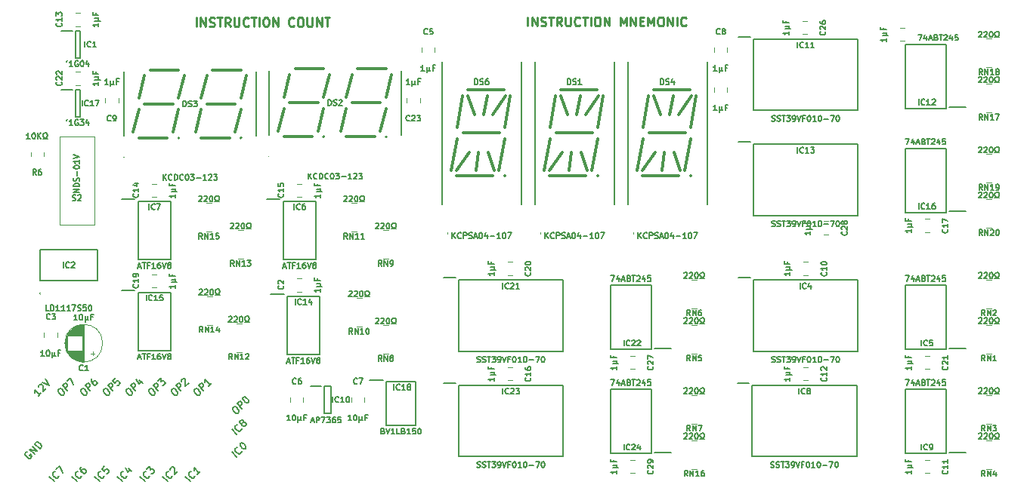
<source format=gto>
%TF.GenerationSoftware,KiCad,Pcbnew,8.0.7*%
%TF.CreationDate,2025-01-13T15:44:31+02:00*%
%TF.ProjectId,W65C816 Opcode Display,57363543-3831-4362-904f-70636f646520,V1*%
%TF.SameCoordinates,Original*%
%TF.FileFunction,Legend,Top*%
%TF.FilePolarity,Positive*%
%FSLAX46Y46*%
G04 Gerber Fmt 4.6, Leading zero omitted, Abs format (unit mm)*
G04 Created by KiCad (PCBNEW 8.0.7) date 2025-01-13 15:44:31*
%MOMM*%
%LPD*%
G01*
G04 APERTURE LIST*
%ADD10C,0.200000*%
%ADD11C,0.250000*%
%ADD12C,0.150000*%
%ADD13C,0.120000*%
%ADD14C,0.210000*%
%ADD15C,0.100000*%
%ADD16C,0.300000*%
G04 APERTURE END LIST*
D10*
X6873108Y-3187428D02*
X6307423Y-2621743D01*
X7411856Y-2540931D02*
X7411856Y-2594806D01*
X7411856Y-2594806D02*
X7357981Y-2702556D01*
X7357981Y-2702556D02*
X7304107Y-2756430D01*
X7304107Y-2756430D02*
X7196357Y-2810305D01*
X7196357Y-2810305D02*
X7088607Y-2810305D01*
X7088607Y-2810305D02*
X7007795Y-2783368D01*
X7007795Y-2783368D02*
X6873108Y-2702556D01*
X6873108Y-2702556D02*
X6792296Y-2621743D01*
X6792296Y-2621743D02*
X6711484Y-2487056D01*
X6711484Y-2487056D02*
X6684546Y-2406244D01*
X6684546Y-2406244D02*
X6684546Y-2298494D01*
X6684546Y-2298494D02*
X6738421Y-2190745D01*
X6738421Y-2190745D02*
X6792296Y-2136870D01*
X6792296Y-2136870D02*
X6900045Y-2082995D01*
X6900045Y-2082995D02*
X6953920Y-2082995D01*
X7411856Y-1517310D02*
X7142482Y-1786684D01*
X7142482Y-1786684D02*
X7384919Y-2082995D01*
X7384919Y-2082995D02*
X7384919Y-2029120D01*
X7384919Y-2029120D02*
X7411856Y-1948308D01*
X7411856Y-1948308D02*
X7546543Y-1813621D01*
X7546543Y-1813621D02*
X7627355Y-1786684D01*
X7627355Y-1786684D02*
X7681230Y-1786684D01*
X7681230Y-1786684D02*
X7762042Y-1813621D01*
X7762042Y-1813621D02*
X7896729Y-1948308D01*
X7896729Y-1948308D02*
X7923667Y-2029120D01*
X7923667Y-2029120D02*
X7923667Y-2082995D01*
X7923667Y-2082995D02*
X7896729Y-2163807D01*
X7896729Y-2163807D02*
X7762042Y-2298494D01*
X7762042Y-2298494D02*
X7681230Y-2325432D01*
X7681230Y-2325432D02*
X7627355Y-2325432D01*
X11953108Y-3187428D02*
X11387423Y-2621743D01*
X12491856Y-2540931D02*
X12491856Y-2594806D01*
X12491856Y-2594806D02*
X12437981Y-2702556D01*
X12437981Y-2702556D02*
X12384107Y-2756430D01*
X12384107Y-2756430D02*
X12276357Y-2810305D01*
X12276357Y-2810305D02*
X12168607Y-2810305D01*
X12168607Y-2810305D02*
X12087795Y-2783368D01*
X12087795Y-2783368D02*
X11953108Y-2702556D01*
X11953108Y-2702556D02*
X11872296Y-2621743D01*
X11872296Y-2621743D02*
X11791484Y-2487056D01*
X11791484Y-2487056D02*
X11764546Y-2406244D01*
X11764546Y-2406244D02*
X11764546Y-2298494D01*
X11764546Y-2298494D02*
X11818421Y-2190745D01*
X11818421Y-2190745D02*
X11872296Y-2136870D01*
X11872296Y-2136870D02*
X11980045Y-2082995D01*
X11980045Y-2082995D02*
X12033920Y-2082995D01*
X12168607Y-1840559D02*
X12518794Y-1490372D01*
X12518794Y-1490372D02*
X12545731Y-1894433D01*
X12545731Y-1894433D02*
X12626543Y-1813621D01*
X12626543Y-1813621D02*
X12707355Y-1786684D01*
X12707355Y-1786684D02*
X12761230Y-1786684D01*
X12761230Y-1786684D02*
X12842042Y-1813621D01*
X12842042Y-1813621D02*
X12976729Y-1948308D01*
X12976729Y-1948308D02*
X13003667Y-2029120D01*
X13003667Y-2029120D02*
X13003667Y-2082995D01*
X13003667Y-2082995D02*
X12976729Y-2163807D01*
X12976729Y-2163807D02*
X12815105Y-2325432D01*
X12815105Y-2325432D02*
X12734293Y-2352369D01*
X12734293Y-2352369D02*
X12680418Y-2352369D01*
X17033108Y-3187428D02*
X16467423Y-2621743D01*
X17571856Y-2540931D02*
X17571856Y-2594806D01*
X17571856Y-2594806D02*
X17517981Y-2702556D01*
X17517981Y-2702556D02*
X17464107Y-2756430D01*
X17464107Y-2756430D02*
X17356357Y-2810305D01*
X17356357Y-2810305D02*
X17248607Y-2810305D01*
X17248607Y-2810305D02*
X17167795Y-2783368D01*
X17167795Y-2783368D02*
X17033108Y-2702556D01*
X17033108Y-2702556D02*
X16952296Y-2621743D01*
X16952296Y-2621743D02*
X16871484Y-2487056D01*
X16871484Y-2487056D02*
X16844546Y-2406244D01*
X16844546Y-2406244D02*
X16844546Y-2298494D01*
X16844546Y-2298494D02*
X16898421Y-2190745D01*
X16898421Y-2190745D02*
X16952296Y-2136870D01*
X16952296Y-2136870D02*
X17060045Y-2082995D01*
X17060045Y-2082995D02*
X17113920Y-2082995D01*
X18164479Y-2056058D02*
X17841230Y-2379307D01*
X18002855Y-2217682D02*
X17437169Y-1651997D01*
X17437169Y-1651997D02*
X17464107Y-1786684D01*
X17464107Y-1786684D02*
X17464107Y-1894433D01*
X17464107Y-1894433D02*
X17437169Y-1975246D01*
X1793108Y-3187428D02*
X1227423Y-2621743D01*
X2331856Y-2540931D02*
X2331856Y-2594806D01*
X2331856Y-2594806D02*
X2277981Y-2702556D01*
X2277981Y-2702556D02*
X2224107Y-2756430D01*
X2224107Y-2756430D02*
X2116357Y-2810305D01*
X2116357Y-2810305D02*
X2008607Y-2810305D01*
X2008607Y-2810305D02*
X1927795Y-2783368D01*
X1927795Y-2783368D02*
X1793108Y-2702556D01*
X1793108Y-2702556D02*
X1712296Y-2621743D01*
X1712296Y-2621743D02*
X1631484Y-2487056D01*
X1631484Y-2487056D02*
X1604546Y-2406244D01*
X1604546Y-2406244D02*
X1604546Y-2298494D01*
X1604546Y-2298494D02*
X1658421Y-2190745D01*
X1658421Y-2190745D02*
X1712296Y-2136870D01*
X1712296Y-2136870D02*
X1820045Y-2082995D01*
X1820045Y-2082995D02*
X1873920Y-2082995D01*
X2008607Y-1840559D02*
X2385731Y-1463435D01*
X2385731Y-1463435D02*
X2708980Y-2271557D01*
X9413108Y-3187428D02*
X8847423Y-2621743D01*
X9951856Y-2540931D02*
X9951856Y-2594806D01*
X9951856Y-2594806D02*
X9897981Y-2702556D01*
X9897981Y-2702556D02*
X9844107Y-2756430D01*
X9844107Y-2756430D02*
X9736357Y-2810305D01*
X9736357Y-2810305D02*
X9628607Y-2810305D01*
X9628607Y-2810305D02*
X9547795Y-2783368D01*
X9547795Y-2783368D02*
X9413108Y-2702556D01*
X9413108Y-2702556D02*
X9332296Y-2621743D01*
X9332296Y-2621743D02*
X9251484Y-2487056D01*
X9251484Y-2487056D02*
X9224546Y-2406244D01*
X9224546Y-2406244D02*
X9224546Y-2298494D01*
X9224546Y-2298494D02*
X9278421Y-2190745D01*
X9278421Y-2190745D02*
X9332296Y-2136870D01*
X9332296Y-2136870D02*
X9440045Y-2082995D01*
X9440045Y-2082995D02*
X9493920Y-2082995D01*
X10113481Y-1732809D02*
X10490604Y-2109933D01*
X9763294Y-1651997D02*
X10032668Y-2190745D01*
X10032668Y-2190745D02*
X10382855Y-1840559D01*
X4333108Y-3187428D02*
X3767423Y-2621743D01*
X4871856Y-2540931D02*
X4871856Y-2594806D01*
X4871856Y-2594806D02*
X4817981Y-2702556D01*
X4817981Y-2702556D02*
X4764107Y-2756430D01*
X4764107Y-2756430D02*
X4656357Y-2810305D01*
X4656357Y-2810305D02*
X4548607Y-2810305D01*
X4548607Y-2810305D02*
X4467795Y-2783368D01*
X4467795Y-2783368D02*
X4333108Y-2702556D01*
X4333108Y-2702556D02*
X4252296Y-2621743D01*
X4252296Y-2621743D02*
X4171484Y-2487056D01*
X4171484Y-2487056D02*
X4144546Y-2406244D01*
X4144546Y-2406244D02*
X4144546Y-2298494D01*
X4144546Y-2298494D02*
X4198421Y-2190745D01*
X4198421Y-2190745D02*
X4252296Y-2136870D01*
X4252296Y-2136870D02*
X4360045Y-2082995D01*
X4360045Y-2082995D02*
X4413920Y-2082995D01*
X4844919Y-1544247D02*
X4737169Y-1651997D01*
X4737169Y-1651997D02*
X4710232Y-1732809D01*
X4710232Y-1732809D02*
X4710232Y-1786684D01*
X4710232Y-1786684D02*
X4737169Y-1921371D01*
X4737169Y-1921371D02*
X4817981Y-2056058D01*
X4817981Y-2056058D02*
X5033481Y-2271557D01*
X5033481Y-2271557D02*
X5114293Y-2298494D01*
X5114293Y-2298494D02*
X5168168Y-2298494D01*
X5168168Y-2298494D02*
X5248980Y-2271557D01*
X5248980Y-2271557D02*
X5356729Y-2163807D01*
X5356729Y-2163807D02*
X5383667Y-2082995D01*
X5383667Y-2082995D02*
X5383667Y-2029120D01*
X5383667Y-2029120D02*
X5356729Y-1948308D01*
X5356729Y-1948308D02*
X5222042Y-1813621D01*
X5222042Y-1813621D02*
X5141230Y-1786684D01*
X5141230Y-1786684D02*
X5087355Y-1786684D01*
X5087355Y-1786684D02*
X5006543Y-1813621D01*
X5006543Y-1813621D02*
X4898794Y-1921371D01*
X4898794Y-1921371D02*
X4871856Y-2002183D01*
X4871856Y-2002183D02*
X4871856Y-2056058D01*
X4871856Y-2056058D02*
X4898794Y-2136870D01*
X14493108Y-3187428D02*
X13927423Y-2621743D01*
X15031856Y-2540931D02*
X15031856Y-2594806D01*
X15031856Y-2594806D02*
X14977981Y-2702556D01*
X14977981Y-2702556D02*
X14924107Y-2756430D01*
X14924107Y-2756430D02*
X14816357Y-2810305D01*
X14816357Y-2810305D02*
X14708607Y-2810305D01*
X14708607Y-2810305D02*
X14627795Y-2783368D01*
X14627795Y-2783368D02*
X14493108Y-2702556D01*
X14493108Y-2702556D02*
X14412296Y-2621743D01*
X14412296Y-2621743D02*
X14331484Y-2487056D01*
X14331484Y-2487056D02*
X14304546Y-2406244D01*
X14304546Y-2406244D02*
X14304546Y-2298494D01*
X14304546Y-2298494D02*
X14358421Y-2190745D01*
X14358421Y-2190745D02*
X14412296Y-2136870D01*
X14412296Y-2136870D02*
X14520045Y-2082995D01*
X14520045Y-2082995D02*
X14573920Y-2082995D01*
X14789420Y-1867496D02*
X14789420Y-1813621D01*
X14789420Y-1813621D02*
X14816357Y-1732809D01*
X14816357Y-1732809D02*
X14951044Y-1598122D01*
X14951044Y-1598122D02*
X15031856Y-1571185D01*
X15031856Y-1571185D02*
X15085731Y-1571185D01*
X15085731Y-1571185D02*
X15166543Y-1598122D01*
X15166543Y-1598122D02*
X15220418Y-1651997D01*
X15220418Y-1651997D02*
X15274293Y-1759746D01*
X15274293Y-1759746D02*
X15274293Y-2406244D01*
X15274293Y-2406244D02*
X15624479Y-2056058D01*
X320455Y6696621D02*
X-2793Y6373372D01*
X158830Y6534996D02*
X-406854Y7100682D01*
X-406854Y7100682D02*
X-379917Y6965995D01*
X-379917Y6965995D02*
X-379917Y6858245D01*
X-379917Y6858245D02*
X-406854Y6777433D01*
X24143Y7423931D02*
X24143Y7477805D01*
X24143Y7477805D02*
X51081Y7558618D01*
X51081Y7558618D02*
X185768Y7693305D01*
X185768Y7693305D02*
X266580Y7720242D01*
X266580Y7720242D02*
X320455Y7720242D01*
X320455Y7720242D02*
X401267Y7693305D01*
X401267Y7693305D02*
X455142Y7639430D01*
X455142Y7639430D02*
X509017Y7531680D01*
X509017Y7531680D02*
X509017Y6885183D01*
X509017Y6885183D02*
X859203Y7235369D01*
X455142Y7962679D02*
X1209389Y7585555D01*
X1209389Y7585555D02*
X832266Y8339802D01*
D11*
X17703238Y47871880D02*
X17703238Y48871880D01*
X18179428Y47871880D02*
X18179428Y48871880D01*
X18179428Y48871880D02*
X18750856Y47871880D01*
X18750856Y47871880D02*
X18750856Y48871880D01*
X19179428Y47919500D02*
X19322285Y47871880D01*
X19322285Y47871880D02*
X19560380Y47871880D01*
X19560380Y47871880D02*
X19655618Y47919500D01*
X19655618Y47919500D02*
X19703237Y47967119D01*
X19703237Y47967119D02*
X19750856Y48062357D01*
X19750856Y48062357D02*
X19750856Y48157595D01*
X19750856Y48157595D02*
X19703237Y48252833D01*
X19703237Y48252833D02*
X19655618Y48300452D01*
X19655618Y48300452D02*
X19560380Y48348071D01*
X19560380Y48348071D02*
X19369904Y48395690D01*
X19369904Y48395690D02*
X19274666Y48443309D01*
X19274666Y48443309D02*
X19227047Y48490928D01*
X19227047Y48490928D02*
X19179428Y48586166D01*
X19179428Y48586166D02*
X19179428Y48681404D01*
X19179428Y48681404D02*
X19227047Y48776642D01*
X19227047Y48776642D02*
X19274666Y48824261D01*
X19274666Y48824261D02*
X19369904Y48871880D01*
X19369904Y48871880D02*
X19607999Y48871880D01*
X19607999Y48871880D02*
X19750856Y48824261D01*
X20036571Y48871880D02*
X20607999Y48871880D01*
X20322285Y47871880D02*
X20322285Y48871880D01*
X21512761Y47871880D02*
X21179428Y48348071D01*
X20941333Y47871880D02*
X20941333Y48871880D01*
X20941333Y48871880D02*
X21322285Y48871880D01*
X21322285Y48871880D02*
X21417523Y48824261D01*
X21417523Y48824261D02*
X21465142Y48776642D01*
X21465142Y48776642D02*
X21512761Y48681404D01*
X21512761Y48681404D02*
X21512761Y48538547D01*
X21512761Y48538547D02*
X21465142Y48443309D01*
X21465142Y48443309D02*
X21417523Y48395690D01*
X21417523Y48395690D02*
X21322285Y48348071D01*
X21322285Y48348071D02*
X20941333Y48348071D01*
X21941333Y48871880D02*
X21941333Y48062357D01*
X21941333Y48062357D02*
X21988952Y47967119D01*
X21988952Y47967119D02*
X22036571Y47919500D01*
X22036571Y47919500D02*
X22131809Y47871880D01*
X22131809Y47871880D02*
X22322285Y47871880D01*
X22322285Y47871880D02*
X22417523Y47919500D01*
X22417523Y47919500D02*
X22465142Y47967119D01*
X22465142Y47967119D02*
X22512761Y48062357D01*
X22512761Y48062357D02*
X22512761Y48871880D01*
X23560380Y47967119D02*
X23512761Y47919500D01*
X23512761Y47919500D02*
X23369904Y47871880D01*
X23369904Y47871880D02*
X23274666Y47871880D01*
X23274666Y47871880D02*
X23131809Y47919500D01*
X23131809Y47919500D02*
X23036571Y48014738D01*
X23036571Y48014738D02*
X22988952Y48109976D01*
X22988952Y48109976D02*
X22941333Y48300452D01*
X22941333Y48300452D02*
X22941333Y48443309D01*
X22941333Y48443309D02*
X22988952Y48633785D01*
X22988952Y48633785D02*
X23036571Y48729023D01*
X23036571Y48729023D02*
X23131809Y48824261D01*
X23131809Y48824261D02*
X23274666Y48871880D01*
X23274666Y48871880D02*
X23369904Y48871880D01*
X23369904Y48871880D02*
X23512761Y48824261D01*
X23512761Y48824261D02*
X23560380Y48776642D01*
X23846095Y48871880D02*
X24417523Y48871880D01*
X24131809Y47871880D02*
X24131809Y48871880D01*
X24750857Y47871880D02*
X24750857Y48871880D01*
X25417523Y48871880D02*
X25607999Y48871880D01*
X25607999Y48871880D02*
X25703237Y48824261D01*
X25703237Y48824261D02*
X25798475Y48729023D01*
X25798475Y48729023D02*
X25846094Y48538547D01*
X25846094Y48538547D02*
X25846094Y48205214D01*
X25846094Y48205214D02*
X25798475Y48014738D01*
X25798475Y48014738D02*
X25703237Y47919500D01*
X25703237Y47919500D02*
X25607999Y47871880D01*
X25607999Y47871880D02*
X25417523Y47871880D01*
X25417523Y47871880D02*
X25322285Y47919500D01*
X25322285Y47919500D02*
X25227047Y48014738D01*
X25227047Y48014738D02*
X25179428Y48205214D01*
X25179428Y48205214D02*
X25179428Y48538547D01*
X25179428Y48538547D02*
X25227047Y48729023D01*
X25227047Y48729023D02*
X25322285Y48824261D01*
X25322285Y48824261D02*
X25417523Y48871880D01*
X26274666Y47871880D02*
X26274666Y48871880D01*
X26274666Y48871880D02*
X26846094Y47871880D01*
X26846094Y47871880D02*
X26846094Y48871880D01*
X28655618Y47967119D02*
X28607999Y47919500D01*
X28607999Y47919500D02*
X28465142Y47871880D01*
X28465142Y47871880D02*
X28369904Y47871880D01*
X28369904Y47871880D02*
X28227047Y47919500D01*
X28227047Y47919500D02*
X28131809Y48014738D01*
X28131809Y48014738D02*
X28084190Y48109976D01*
X28084190Y48109976D02*
X28036571Y48300452D01*
X28036571Y48300452D02*
X28036571Y48443309D01*
X28036571Y48443309D02*
X28084190Y48633785D01*
X28084190Y48633785D02*
X28131809Y48729023D01*
X28131809Y48729023D02*
X28227047Y48824261D01*
X28227047Y48824261D02*
X28369904Y48871880D01*
X28369904Y48871880D02*
X28465142Y48871880D01*
X28465142Y48871880D02*
X28607999Y48824261D01*
X28607999Y48824261D02*
X28655618Y48776642D01*
X29274666Y48871880D02*
X29465142Y48871880D01*
X29465142Y48871880D02*
X29560380Y48824261D01*
X29560380Y48824261D02*
X29655618Y48729023D01*
X29655618Y48729023D02*
X29703237Y48538547D01*
X29703237Y48538547D02*
X29703237Y48205214D01*
X29703237Y48205214D02*
X29655618Y48014738D01*
X29655618Y48014738D02*
X29560380Y47919500D01*
X29560380Y47919500D02*
X29465142Y47871880D01*
X29465142Y47871880D02*
X29274666Y47871880D01*
X29274666Y47871880D02*
X29179428Y47919500D01*
X29179428Y47919500D02*
X29084190Y48014738D01*
X29084190Y48014738D02*
X29036571Y48205214D01*
X29036571Y48205214D02*
X29036571Y48538547D01*
X29036571Y48538547D02*
X29084190Y48729023D01*
X29084190Y48729023D02*
X29179428Y48824261D01*
X29179428Y48824261D02*
X29274666Y48871880D01*
X30131809Y48871880D02*
X30131809Y48062357D01*
X30131809Y48062357D02*
X30179428Y47967119D01*
X30179428Y47967119D02*
X30227047Y47919500D01*
X30227047Y47919500D02*
X30322285Y47871880D01*
X30322285Y47871880D02*
X30512761Y47871880D01*
X30512761Y47871880D02*
X30607999Y47919500D01*
X30607999Y47919500D02*
X30655618Y47967119D01*
X30655618Y47967119D02*
X30703237Y48062357D01*
X30703237Y48062357D02*
X30703237Y48871880D01*
X31179428Y47871880D02*
X31179428Y48871880D01*
X31179428Y48871880D02*
X31750856Y47871880D01*
X31750856Y47871880D02*
X31750856Y48871880D01*
X32084190Y48871880D02*
X32655618Y48871880D01*
X32369904Y47871880D02*
X32369904Y48871880D01*
D10*
X22249143Y2082309D02*
X21683458Y2647995D01*
X22787891Y2728807D02*
X22787891Y2674932D01*
X22787891Y2674932D02*
X22734016Y2567182D01*
X22734016Y2567182D02*
X22680141Y2513307D01*
X22680141Y2513307D02*
X22572392Y2459433D01*
X22572392Y2459433D02*
X22464642Y2459433D01*
X22464642Y2459433D02*
X22383830Y2486370D01*
X22383830Y2486370D02*
X22249143Y2567182D01*
X22249143Y2567182D02*
X22168331Y2647994D01*
X22168331Y2647994D02*
X22087518Y2782681D01*
X22087518Y2782681D02*
X22060581Y2863494D01*
X22060581Y2863494D02*
X22060581Y2971243D01*
X22060581Y2971243D02*
X22114456Y3078993D01*
X22114456Y3078993D02*
X22168331Y3132868D01*
X22168331Y3132868D02*
X22276080Y3186742D01*
X22276080Y3186742D02*
X22329955Y3186742D01*
X22841766Y3321429D02*
X22760954Y3294492D01*
X22760954Y3294492D02*
X22707079Y3294492D01*
X22707079Y3294492D02*
X22626267Y3321429D01*
X22626267Y3321429D02*
X22599329Y3348367D01*
X22599329Y3348367D02*
X22572392Y3429179D01*
X22572392Y3429179D02*
X22572392Y3483054D01*
X22572392Y3483054D02*
X22599329Y3563866D01*
X22599329Y3563866D02*
X22707079Y3671616D01*
X22707079Y3671616D02*
X22787891Y3698553D01*
X22787891Y3698553D02*
X22841766Y3698553D01*
X22841766Y3698553D02*
X22922578Y3671616D01*
X22922578Y3671616D02*
X22949515Y3644678D01*
X22949515Y3644678D02*
X22976453Y3563866D01*
X22976453Y3563866D02*
X22976453Y3509991D01*
X22976453Y3509991D02*
X22949515Y3429179D01*
X22949515Y3429179D02*
X22841766Y3321429D01*
X22841766Y3321429D02*
X22814828Y3240617D01*
X22814828Y3240617D02*
X22814828Y3186742D01*
X22814828Y3186742D02*
X22841766Y3105930D01*
X22841766Y3105930D02*
X22949515Y2998181D01*
X22949515Y2998181D02*
X23030328Y2971243D01*
X23030328Y2971243D02*
X23084202Y2971243D01*
X23084202Y2971243D02*
X23165015Y2998181D01*
X23165015Y2998181D02*
X23272764Y3105930D01*
X23272764Y3105930D02*
X23299702Y3186742D01*
X23299702Y3186742D02*
X23299702Y3240617D01*
X23299702Y3240617D02*
X23272764Y3321429D01*
X23272764Y3321429D02*
X23165015Y3429179D01*
X23165015Y3429179D02*
X23084202Y3456116D01*
X23084202Y3456116D02*
X23030328Y3456116D01*
X23030328Y3456116D02*
X22949515Y3429179D01*
X22249143Y-457690D02*
X21683458Y107995D01*
X22787891Y188807D02*
X22787891Y134932D01*
X22787891Y134932D02*
X22734016Y27182D01*
X22734016Y27182D02*
X22680141Y-26692D01*
X22680141Y-26692D02*
X22572392Y-80566D01*
X22572392Y-80566D02*
X22464642Y-80566D01*
X22464642Y-80566D02*
X22383830Y-53629D01*
X22383830Y-53629D02*
X22249143Y27182D01*
X22249143Y27182D02*
X22168331Y107994D01*
X22168331Y107994D02*
X22087518Y242681D01*
X22087518Y242681D02*
X22060581Y323494D01*
X22060581Y323494D02*
X22060581Y431243D01*
X22060581Y431243D02*
X22114456Y538993D01*
X22114456Y538993D02*
X22168331Y592868D01*
X22168331Y592868D02*
X22276080Y646742D01*
X22276080Y646742D02*
X22329955Y646742D01*
X22626267Y1050803D02*
X22680141Y1104678D01*
X22680141Y1104678D02*
X22760954Y1131616D01*
X22760954Y1131616D02*
X22814828Y1131616D01*
X22814828Y1131616D02*
X22895641Y1104678D01*
X22895641Y1104678D02*
X23030328Y1023866D01*
X23030328Y1023866D02*
X23165015Y889179D01*
X23165015Y889179D02*
X23245827Y754492D01*
X23245827Y754492D02*
X23272764Y673680D01*
X23272764Y673680D02*
X23272764Y619805D01*
X23272764Y619805D02*
X23245827Y538993D01*
X23245827Y538993D02*
X23191952Y485118D01*
X23191952Y485118D02*
X23111140Y458181D01*
X23111140Y458181D02*
X23057265Y458181D01*
X23057265Y458181D02*
X22976453Y485118D01*
X22976453Y485118D02*
X22841766Y565930D01*
X22841766Y565930D02*
X22707079Y700617D01*
X22707079Y700617D02*
X22626267Y835304D01*
X22626267Y835304D02*
X22599329Y916116D01*
X22599329Y916116D02*
X22599329Y969991D01*
X22599329Y969991D02*
X22626267Y1050803D01*
X-1234292Y123369D02*
X-1315105Y96431D01*
X-1315105Y96431D02*
X-1395917Y15619D01*
X-1395917Y15619D02*
X-1449792Y-92130D01*
X-1449792Y-92130D02*
X-1449792Y-199879D01*
X-1449792Y-199879D02*
X-1422854Y-280691D01*
X-1422854Y-280691D02*
X-1342042Y-415378D01*
X-1342042Y-415378D02*
X-1261230Y-496191D01*
X-1261230Y-496191D02*
X-1126543Y-577003D01*
X-1126543Y-577003D02*
X-1045731Y-603940D01*
X-1045731Y-603940D02*
X-937981Y-603940D01*
X-937981Y-603940D02*
X-830231Y-550065D01*
X-830231Y-550065D02*
X-776357Y-496191D01*
X-776357Y-496191D02*
X-722482Y-388441D01*
X-722482Y-388441D02*
X-722482Y-334566D01*
X-722482Y-334566D02*
X-911044Y-146004D01*
X-911044Y-146004D02*
X-1018793Y-253754D01*
X-426170Y-146004D02*
X-991856Y419680D01*
X-991856Y419680D02*
X-102922Y177243D01*
X-102922Y177243D02*
X-668607Y742929D01*
X166451Y446617D02*
X-399233Y1012303D01*
X-399233Y1012303D02*
X-264546Y1146990D01*
X-264546Y1146990D02*
X-156797Y1200865D01*
X-156797Y1200865D02*
X-49047Y1200865D01*
X-49047Y1200865D02*
X31764Y1173927D01*
X31764Y1173927D02*
X166451Y1093115D01*
X166451Y1093115D02*
X247263Y1012303D01*
X247263Y1012303D02*
X328076Y877616D01*
X328076Y877616D02*
X355013Y796804D01*
X355013Y796804D02*
X355013Y689054D01*
X355013Y689054D02*
X301138Y581304D01*
X301138Y581304D02*
X166451Y446617D01*
D11*
X54836858Y47937380D02*
X54836858Y48937380D01*
X55313048Y47937380D02*
X55313048Y48937380D01*
X55313048Y48937380D02*
X55884476Y47937380D01*
X55884476Y47937380D02*
X55884476Y48937380D01*
X56313048Y47985000D02*
X56455905Y47937380D01*
X56455905Y47937380D02*
X56694000Y47937380D01*
X56694000Y47937380D02*
X56789238Y47985000D01*
X56789238Y47985000D02*
X56836857Y48032619D01*
X56836857Y48032619D02*
X56884476Y48127857D01*
X56884476Y48127857D02*
X56884476Y48223095D01*
X56884476Y48223095D02*
X56836857Y48318333D01*
X56836857Y48318333D02*
X56789238Y48365952D01*
X56789238Y48365952D02*
X56694000Y48413571D01*
X56694000Y48413571D02*
X56503524Y48461190D01*
X56503524Y48461190D02*
X56408286Y48508809D01*
X56408286Y48508809D02*
X56360667Y48556428D01*
X56360667Y48556428D02*
X56313048Y48651666D01*
X56313048Y48651666D02*
X56313048Y48746904D01*
X56313048Y48746904D02*
X56360667Y48842142D01*
X56360667Y48842142D02*
X56408286Y48889761D01*
X56408286Y48889761D02*
X56503524Y48937380D01*
X56503524Y48937380D02*
X56741619Y48937380D01*
X56741619Y48937380D02*
X56884476Y48889761D01*
X57170191Y48937380D02*
X57741619Y48937380D01*
X57455905Y47937380D02*
X57455905Y48937380D01*
X58646381Y47937380D02*
X58313048Y48413571D01*
X58074953Y47937380D02*
X58074953Y48937380D01*
X58074953Y48937380D02*
X58455905Y48937380D01*
X58455905Y48937380D02*
X58551143Y48889761D01*
X58551143Y48889761D02*
X58598762Y48842142D01*
X58598762Y48842142D02*
X58646381Y48746904D01*
X58646381Y48746904D02*
X58646381Y48604047D01*
X58646381Y48604047D02*
X58598762Y48508809D01*
X58598762Y48508809D02*
X58551143Y48461190D01*
X58551143Y48461190D02*
X58455905Y48413571D01*
X58455905Y48413571D02*
X58074953Y48413571D01*
X59074953Y48937380D02*
X59074953Y48127857D01*
X59074953Y48127857D02*
X59122572Y48032619D01*
X59122572Y48032619D02*
X59170191Y47985000D01*
X59170191Y47985000D02*
X59265429Y47937380D01*
X59265429Y47937380D02*
X59455905Y47937380D01*
X59455905Y47937380D02*
X59551143Y47985000D01*
X59551143Y47985000D02*
X59598762Y48032619D01*
X59598762Y48032619D02*
X59646381Y48127857D01*
X59646381Y48127857D02*
X59646381Y48937380D01*
X60694000Y48032619D02*
X60646381Y47985000D01*
X60646381Y47985000D02*
X60503524Y47937380D01*
X60503524Y47937380D02*
X60408286Y47937380D01*
X60408286Y47937380D02*
X60265429Y47985000D01*
X60265429Y47985000D02*
X60170191Y48080238D01*
X60170191Y48080238D02*
X60122572Y48175476D01*
X60122572Y48175476D02*
X60074953Y48365952D01*
X60074953Y48365952D02*
X60074953Y48508809D01*
X60074953Y48508809D02*
X60122572Y48699285D01*
X60122572Y48699285D02*
X60170191Y48794523D01*
X60170191Y48794523D02*
X60265429Y48889761D01*
X60265429Y48889761D02*
X60408286Y48937380D01*
X60408286Y48937380D02*
X60503524Y48937380D01*
X60503524Y48937380D02*
X60646381Y48889761D01*
X60646381Y48889761D02*
X60694000Y48842142D01*
X60979715Y48937380D02*
X61551143Y48937380D01*
X61265429Y47937380D02*
X61265429Y48937380D01*
X61884477Y47937380D02*
X61884477Y48937380D01*
X62551143Y48937380D02*
X62741619Y48937380D01*
X62741619Y48937380D02*
X62836857Y48889761D01*
X62836857Y48889761D02*
X62932095Y48794523D01*
X62932095Y48794523D02*
X62979714Y48604047D01*
X62979714Y48604047D02*
X62979714Y48270714D01*
X62979714Y48270714D02*
X62932095Y48080238D01*
X62932095Y48080238D02*
X62836857Y47985000D01*
X62836857Y47985000D02*
X62741619Y47937380D01*
X62741619Y47937380D02*
X62551143Y47937380D01*
X62551143Y47937380D02*
X62455905Y47985000D01*
X62455905Y47985000D02*
X62360667Y48080238D01*
X62360667Y48080238D02*
X62313048Y48270714D01*
X62313048Y48270714D02*
X62313048Y48604047D01*
X62313048Y48604047D02*
X62360667Y48794523D01*
X62360667Y48794523D02*
X62455905Y48889761D01*
X62455905Y48889761D02*
X62551143Y48937380D01*
X63408286Y47937380D02*
X63408286Y48937380D01*
X63408286Y48937380D02*
X63979714Y47937380D01*
X63979714Y47937380D02*
X63979714Y48937380D01*
X65217810Y47937380D02*
X65217810Y48937380D01*
X65217810Y48937380D02*
X65551143Y48223095D01*
X65551143Y48223095D02*
X65884476Y48937380D01*
X65884476Y48937380D02*
X65884476Y47937380D01*
X66360667Y47937380D02*
X66360667Y48937380D01*
X66360667Y48937380D02*
X66932095Y47937380D01*
X66932095Y47937380D02*
X66932095Y48937380D01*
X67408286Y48461190D02*
X67741619Y48461190D01*
X67884476Y47937380D02*
X67408286Y47937380D01*
X67408286Y47937380D02*
X67408286Y48937380D01*
X67408286Y48937380D02*
X67884476Y48937380D01*
X68313048Y47937380D02*
X68313048Y48937380D01*
X68313048Y48937380D02*
X68646381Y48223095D01*
X68646381Y48223095D02*
X68979714Y48937380D01*
X68979714Y48937380D02*
X68979714Y47937380D01*
X69646381Y48937380D02*
X69836857Y48937380D01*
X69836857Y48937380D02*
X69932095Y48889761D01*
X69932095Y48889761D02*
X70027333Y48794523D01*
X70027333Y48794523D02*
X70074952Y48604047D01*
X70074952Y48604047D02*
X70074952Y48270714D01*
X70074952Y48270714D02*
X70027333Y48080238D01*
X70027333Y48080238D02*
X69932095Y47985000D01*
X69932095Y47985000D02*
X69836857Y47937380D01*
X69836857Y47937380D02*
X69646381Y47937380D01*
X69646381Y47937380D02*
X69551143Y47985000D01*
X69551143Y47985000D02*
X69455905Y48080238D01*
X69455905Y48080238D02*
X69408286Y48270714D01*
X69408286Y48270714D02*
X69408286Y48604047D01*
X69408286Y48604047D02*
X69455905Y48794523D01*
X69455905Y48794523D02*
X69551143Y48889761D01*
X69551143Y48889761D02*
X69646381Y48937380D01*
X70503524Y47937380D02*
X70503524Y48937380D01*
X70503524Y48937380D02*
X71074952Y47937380D01*
X71074952Y47937380D02*
X71074952Y48937380D01*
X71551143Y47937380D02*
X71551143Y48937380D01*
X72598761Y48032619D02*
X72551142Y47985000D01*
X72551142Y47985000D02*
X72408285Y47937380D01*
X72408285Y47937380D02*
X72313047Y47937380D01*
X72313047Y47937380D02*
X72170190Y47985000D01*
X72170190Y47985000D02*
X72074952Y48080238D01*
X72074952Y48080238D02*
X72027333Y48175476D01*
X72027333Y48175476D02*
X71979714Y48365952D01*
X71979714Y48365952D02*
X71979714Y48508809D01*
X71979714Y48508809D02*
X72027333Y48699285D01*
X72027333Y48699285D02*
X72074952Y48794523D01*
X72074952Y48794523D02*
X72170190Y48889761D01*
X72170190Y48889761D02*
X72313047Y48937380D01*
X72313047Y48937380D02*
X72408285Y48937380D01*
X72408285Y48937380D02*
X72551142Y48889761D01*
X72551142Y48889761D02*
X72598761Y48842142D01*
D10*
X21791207Y5041744D02*
X21898957Y5149494D01*
X21898957Y5149494D02*
X21979769Y5176431D01*
X21979769Y5176431D02*
X22087519Y5176431D01*
X22087519Y5176431D02*
X22222206Y5095619D01*
X22222206Y5095619D02*
X22410768Y4907057D01*
X22410768Y4907057D02*
X22491580Y4772370D01*
X22491580Y4772370D02*
X22491580Y4664621D01*
X22491580Y4664621D02*
X22464642Y4583808D01*
X22464642Y4583808D02*
X22356893Y4476059D01*
X22356893Y4476059D02*
X22276081Y4449121D01*
X22276081Y4449121D02*
X22168331Y4449121D01*
X22168331Y4449121D02*
X22033644Y4529934D01*
X22033644Y4529934D02*
X21845082Y4718495D01*
X21845082Y4718495D02*
X21764270Y4853182D01*
X21764270Y4853182D02*
X21764270Y4960932D01*
X21764270Y4960932D02*
X21791207Y5041744D01*
X22841766Y4960932D02*
X22276080Y5526617D01*
X22276080Y5526617D02*
X22491580Y5742117D01*
X22491580Y5742117D02*
X22572392Y5769054D01*
X22572392Y5769054D02*
X22626267Y5769054D01*
X22626267Y5769054D02*
X22707079Y5742117D01*
X22707079Y5742117D02*
X22787891Y5661304D01*
X22787891Y5661304D02*
X22814828Y5580492D01*
X22814828Y5580492D02*
X22814828Y5526617D01*
X22814828Y5526617D02*
X22787891Y5445805D01*
X22787891Y5445805D02*
X22572392Y5230306D01*
X22949515Y6200052D02*
X23003390Y6253927D01*
X23003390Y6253927D02*
X23084202Y6280865D01*
X23084202Y6280865D02*
X23138077Y6280865D01*
X23138077Y6280865D02*
X23218889Y6253927D01*
X23218889Y6253927D02*
X23353576Y6173115D01*
X23353576Y6173115D02*
X23488263Y6038428D01*
X23488263Y6038428D02*
X23569076Y5903741D01*
X23569076Y5903741D02*
X23596013Y5822929D01*
X23596013Y5822929D02*
X23596013Y5769054D01*
X23596013Y5769054D02*
X23569076Y5688242D01*
X23569076Y5688242D02*
X23515201Y5634367D01*
X23515201Y5634367D02*
X23434389Y5607430D01*
X23434389Y5607430D02*
X23380514Y5607430D01*
X23380514Y5607430D02*
X23299702Y5634367D01*
X23299702Y5634367D02*
X23165015Y5715179D01*
X23165015Y5715179D02*
X23030328Y5849866D01*
X23030328Y5849866D02*
X22949515Y5984553D01*
X22949515Y5984553D02*
X22922578Y6065365D01*
X22922578Y6065365D02*
X22922578Y6119240D01*
X22922578Y6119240D02*
X22949515Y6200052D01*
X9853207Y7073744D02*
X9960957Y7181494D01*
X9960957Y7181494D02*
X10041769Y7208431D01*
X10041769Y7208431D02*
X10149519Y7208431D01*
X10149519Y7208431D02*
X10284206Y7127619D01*
X10284206Y7127619D02*
X10472768Y6939057D01*
X10472768Y6939057D02*
X10553580Y6804370D01*
X10553580Y6804370D02*
X10553580Y6696621D01*
X10553580Y6696621D02*
X10526642Y6615808D01*
X10526642Y6615808D02*
X10418893Y6508059D01*
X10418893Y6508059D02*
X10338081Y6481121D01*
X10338081Y6481121D02*
X10230331Y6481121D01*
X10230331Y6481121D02*
X10095644Y6561934D01*
X10095644Y6561934D02*
X9907082Y6750495D01*
X9907082Y6750495D02*
X9826270Y6885182D01*
X9826270Y6885182D02*
X9826270Y6992932D01*
X9826270Y6992932D02*
X9853207Y7073744D01*
X10903766Y6992932D02*
X10338080Y7558617D01*
X10338080Y7558617D02*
X10553580Y7774117D01*
X10553580Y7774117D02*
X10634392Y7801054D01*
X10634392Y7801054D02*
X10688267Y7801054D01*
X10688267Y7801054D02*
X10769079Y7774117D01*
X10769079Y7774117D02*
X10849891Y7693304D01*
X10849891Y7693304D02*
X10876828Y7612492D01*
X10876828Y7612492D02*
X10876828Y7558617D01*
X10876828Y7558617D02*
X10849891Y7477805D01*
X10849891Y7477805D02*
X10634392Y7262306D01*
X11334764Y8178178D02*
X11711888Y7801054D01*
X10984578Y8258990D02*
X11253952Y7720242D01*
X11253952Y7720242D02*
X11604138Y8070428D01*
X17473207Y7073744D02*
X17580957Y7181494D01*
X17580957Y7181494D02*
X17661769Y7208431D01*
X17661769Y7208431D02*
X17769519Y7208431D01*
X17769519Y7208431D02*
X17904206Y7127619D01*
X17904206Y7127619D02*
X18092768Y6939057D01*
X18092768Y6939057D02*
X18173580Y6804370D01*
X18173580Y6804370D02*
X18173580Y6696621D01*
X18173580Y6696621D02*
X18146642Y6615808D01*
X18146642Y6615808D02*
X18038893Y6508059D01*
X18038893Y6508059D02*
X17958081Y6481121D01*
X17958081Y6481121D02*
X17850331Y6481121D01*
X17850331Y6481121D02*
X17715644Y6561934D01*
X17715644Y6561934D02*
X17527082Y6750495D01*
X17527082Y6750495D02*
X17446270Y6885182D01*
X17446270Y6885182D02*
X17446270Y6992932D01*
X17446270Y6992932D02*
X17473207Y7073744D01*
X18523766Y6992932D02*
X17958080Y7558617D01*
X17958080Y7558617D02*
X18173580Y7774117D01*
X18173580Y7774117D02*
X18254392Y7801054D01*
X18254392Y7801054D02*
X18308267Y7801054D01*
X18308267Y7801054D02*
X18389079Y7774117D01*
X18389079Y7774117D02*
X18469891Y7693304D01*
X18469891Y7693304D02*
X18496828Y7612492D01*
X18496828Y7612492D02*
X18496828Y7558617D01*
X18496828Y7558617D02*
X18469891Y7477805D01*
X18469891Y7477805D02*
X18254392Y7262306D01*
X19385763Y7854929D02*
X19062514Y7531680D01*
X19224138Y7693304D02*
X18658453Y8258990D01*
X18658453Y8258990D02*
X18685390Y8124303D01*
X18685390Y8124303D02*
X18685390Y8016553D01*
X18685390Y8016553D02*
X18658453Y7935741D01*
X7313207Y7073744D02*
X7420957Y7181494D01*
X7420957Y7181494D02*
X7501769Y7208431D01*
X7501769Y7208431D02*
X7609519Y7208431D01*
X7609519Y7208431D02*
X7744206Y7127619D01*
X7744206Y7127619D02*
X7932768Y6939057D01*
X7932768Y6939057D02*
X8013580Y6804370D01*
X8013580Y6804370D02*
X8013580Y6696621D01*
X8013580Y6696621D02*
X7986642Y6615808D01*
X7986642Y6615808D02*
X7878893Y6508059D01*
X7878893Y6508059D02*
X7798081Y6481121D01*
X7798081Y6481121D02*
X7690331Y6481121D01*
X7690331Y6481121D02*
X7555644Y6561934D01*
X7555644Y6561934D02*
X7367082Y6750495D01*
X7367082Y6750495D02*
X7286270Y6885182D01*
X7286270Y6885182D02*
X7286270Y6992932D01*
X7286270Y6992932D02*
X7313207Y7073744D01*
X8363766Y6992932D02*
X7798080Y7558617D01*
X7798080Y7558617D02*
X8013580Y7774117D01*
X8013580Y7774117D02*
X8094392Y7801054D01*
X8094392Y7801054D02*
X8148267Y7801054D01*
X8148267Y7801054D02*
X8229079Y7774117D01*
X8229079Y7774117D02*
X8309891Y7693304D01*
X8309891Y7693304D02*
X8336828Y7612492D01*
X8336828Y7612492D02*
X8336828Y7558617D01*
X8336828Y7558617D02*
X8309891Y7477805D01*
X8309891Y7477805D02*
X8094392Y7262306D01*
X8633140Y8393677D02*
X8363766Y8124303D01*
X8363766Y8124303D02*
X8606202Y7827991D01*
X8606202Y7827991D02*
X8606202Y7881866D01*
X8606202Y7881866D02*
X8633140Y7962678D01*
X8633140Y7962678D02*
X8767827Y8097365D01*
X8767827Y8097365D02*
X8848639Y8124303D01*
X8848639Y8124303D02*
X8902514Y8124303D01*
X8902514Y8124303D02*
X8983326Y8097365D01*
X8983326Y8097365D02*
X9118013Y7962678D01*
X9118013Y7962678D02*
X9144950Y7881866D01*
X9144950Y7881866D02*
X9144950Y7827991D01*
X9144950Y7827991D02*
X9118013Y7747179D01*
X9118013Y7747179D02*
X8983326Y7612492D01*
X8983326Y7612492D02*
X8902514Y7585555D01*
X8902514Y7585555D02*
X8848639Y7585555D01*
X4773207Y7073744D02*
X4880957Y7181494D01*
X4880957Y7181494D02*
X4961769Y7208431D01*
X4961769Y7208431D02*
X5069519Y7208431D01*
X5069519Y7208431D02*
X5204206Y7127619D01*
X5204206Y7127619D02*
X5392768Y6939057D01*
X5392768Y6939057D02*
X5473580Y6804370D01*
X5473580Y6804370D02*
X5473580Y6696621D01*
X5473580Y6696621D02*
X5446642Y6615808D01*
X5446642Y6615808D02*
X5338893Y6508059D01*
X5338893Y6508059D02*
X5258081Y6481121D01*
X5258081Y6481121D02*
X5150331Y6481121D01*
X5150331Y6481121D02*
X5015644Y6561934D01*
X5015644Y6561934D02*
X4827082Y6750495D01*
X4827082Y6750495D02*
X4746270Y6885182D01*
X4746270Y6885182D02*
X4746270Y6992932D01*
X4746270Y6992932D02*
X4773207Y7073744D01*
X5823766Y6992932D02*
X5258080Y7558617D01*
X5258080Y7558617D02*
X5473580Y7774117D01*
X5473580Y7774117D02*
X5554392Y7801054D01*
X5554392Y7801054D02*
X5608267Y7801054D01*
X5608267Y7801054D02*
X5689079Y7774117D01*
X5689079Y7774117D02*
X5769891Y7693304D01*
X5769891Y7693304D02*
X5796828Y7612492D01*
X5796828Y7612492D02*
X5796828Y7558617D01*
X5796828Y7558617D02*
X5769891Y7477805D01*
X5769891Y7477805D02*
X5554392Y7262306D01*
X6066202Y8366739D02*
X5958453Y8258990D01*
X5958453Y8258990D02*
X5931515Y8178178D01*
X5931515Y8178178D02*
X5931515Y8124303D01*
X5931515Y8124303D02*
X5958453Y7989616D01*
X5958453Y7989616D02*
X6039265Y7854929D01*
X6039265Y7854929D02*
X6254764Y7639430D01*
X6254764Y7639430D02*
X6335576Y7612492D01*
X6335576Y7612492D02*
X6389451Y7612492D01*
X6389451Y7612492D02*
X6470263Y7639430D01*
X6470263Y7639430D02*
X6578013Y7747179D01*
X6578013Y7747179D02*
X6604950Y7827991D01*
X6604950Y7827991D02*
X6604950Y7881866D01*
X6604950Y7881866D02*
X6578013Y7962678D01*
X6578013Y7962678D02*
X6443326Y8097365D01*
X6443326Y8097365D02*
X6362514Y8124303D01*
X6362514Y8124303D02*
X6308639Y8124303D01*
X6308639Y8124303D02*
X6227827Y8097365D01*
X6227827Y8097365D02*
X6120077Y7989616D01*
X6120077Y7989616D02*
X6093140Y7908804D01*
X6093140Y7908804D02*
X6093140Y7854929D01*
X6093140Y7854929D02*
X6120077Y7774117D01*
X12393207Y7073744D02*
X12500957Y7181494D01*
X12500957Y7181494D02*
X12581769Y7208431D01*
X12581769Y7208431D02*
X12689519Y7208431D01*
X12689519Y7208431D02*
X12824206Y7127619D01*
X12824206Y7127619D02*
X13012768Y6939057D01*
X13012768Y6939057D02*
X13093580Y6804370D01*
X13093580Y6804370D02*
X13093580Y6696621D01*
X13093580Y6696621D02*
X13066642Y6615808D01*
X13066642Y6615808D02*
X12958893Y6508059D01*
X12958893Y6508059D02*
X12878081Y6481121D01*
X12878081Y6481121D02*
X12770331Y6481121D01*
X12770331Y6481121D02*
X12635644Y6561934D01*
X12635644Y6561934D02*
X12447082Y6750495D01*
X12447082Y6750495D02*
X12366270Y6885182D01*
X12366270Y6885182D02*
X12366270Y6992932D01*
X12366270Y6992932D02*
X12393207Y7073744D01*
X13443766Y6992932D02*
X12878080Y7558617D01*
X12878080Y7558617D02*
X13093580Y7774117D01*
X13093580Y7774117D02*
X13174392Y7801054D01*
X13174392Y7801054D02*
X13228267Y7801054D01*
X13228267Y7801054D02*
X13309079Y7774117D01*
X13309079Y7774117D02*
X13389891Y7693304D01*
X13389891Y7693304D02*
X13416828Y7612492D01*
X13416828Y7612492D02*
X13416828Y7558617D01*
X13416828Y7558617D02*
X13389891Y7477805D01*
X13389891Y7477805D02*
X13174392Y7262306D01*
X13389891Y8070428D02*
X13740077Y8420614D01*
X13740077Y8420614D02*
X13767015Y8016553D01*
X13767015Y8016553D02*
X13847827Y8097365D01*
X13847827Y8097365D02*
X13928639Y8124303D01*
X13928639Y8124303D02*
X13982514Y8124303D01*
X13982514Y8124303D02*
X14063326Y8097365D01*
X14063326Y8097365D02*
X14198013Y7962678D01*
X14198013Y7962678D02*
X14224950Y7881866D01*
X14224950Y7881866D02*
X14224950Y7827991D01*
X14224950Y7827991D02*
X14198013Y7747179D01*
X14198013Y7747179D02*
X14036389Y7585555D01*
X14036389Y7585555D02*
X13955576Y7558617D01*
X13955576Y7558617D02*
X13901702Y7558617D01*
X14933207Y7073744D02*
X15040957Y7181494D01*
X15040957Y7181494D02*
X15121769Y7208431D01*
X15121769Y7208431D02*
X15229519Y7208431D01*
X15229519Y7208431D02*
X15364206Y7127619D01*
X15364206Y7127619D02*
X15552768Y6939057D01*
X15552768Y6939057D02*
X15633580Y6804370D01*
X15633580Y6804370D02*
X15633580Y6696621D01*
X15633580Y6696621D02*
X15606642Y6615808D01*
X15606642Y6615808D02*
X15498893Y6508059D01*
X15498893Y6508059D02*
X15418081Y6481121D01*
X15418081Y6481121D02*
X15310331Y6481121D01*
X15310331Y6481121D02*
X15175644Y6561934D01*
X15175644Y6561934D02*
X14987082Y6750495D01*
X14987082Y6750495D02*
X14906270Y6885182D01*
X14906270Y6885182D02*
X14906270Y6992932D01*
X14906270Y6992932D02*
X14933207Y7073744D01*
X15983766Y6992932D02*
X15418080Y7558617D01*
X15418080Y7558617D02*
X15633580Y7774117D01*
X15633580Y7774117D02*
X15714392Y7801054D01*
X15714392Y7801054D02*
X15768267Y7801054D01*
X15768267Y7801054D02*
X15849079Y7774117D01*
X15849079Y7774117D02*
X15929891Y7693304D01*
X15929891Y7693304D02*
X15956828Y7612492D01*
X15956828Y7612492D02*
X15956828Y7558617D01*
X15956828Y7558617D02*
X15929891Y7477805D01*
X15929891Y7477805D02*
X15714392Y7262306D01*
X16010703Y8043491D02*
X16010703Y8097365D01*
X16010703Y8097365D02*
X16037641Y8178178D01*
X16037641Y8178178D02*
X16172328Y8312865D01*
X16172328Y8312865D02*
X16253140Y8339802D01*
X16253140Y8339802D02*
X16307015Y8339802D01*
X16307015Y8339802D02*
X16387827Y8312865D01*
X16387827Y8312865D02*
X16441702Y8258990D01*
X16441702Y8258990D02*
X16495576Y8151240D01*
X16495576Y8151240D02*
X16495576Y7504743D01*
X16495576Y7504743D02*
X16845763Y7854929D01*
X2233207Y7073744D02*
X2340957Y7181494D01*
X2340957Y7181494D02*
X2421769Y7208431D01*
X2421769Y7208431D02*
X2529519Y7208431D01*
X2529519Y7208431D02*
X2664206Y7127619D01*
X2664206Y7127619D02*
X2852768Y6939057D01*
X2852768Y6939057D02*
X2933580Y6804370D01*
X2933580Y6804370D02*
X2933580Y6696621D01*
X2933580Y6696621D02*
X2906642Y6615808D01*
X2906642Y6615808D02*
X2798893Y6508059D01*
X2798893Y6508059D02*
X2718081Y6481121D01*
X2718081Y6481121D02*
X2610331Y6481121D01*
X2610331Y6481121D02*
X2475644Y6561934D01*
X2475644Y6561934D02*
X2287082Y6750495D01*
X2287082Y6750495D02*
X2206270Y6885182D01*
X2206270Y6885182D02*
X2206270Y6992932D01*
X2206270Y6992932D02*
X2233207Y7073744D01*
X3283766Y6992932D02*
X2718080Y7558617D01*
X2718080Y7558617D02*
X2933580Y7774117D01*
X2933580Y7774117D02*
X3014392Y7801054D01*
X3014392Y7801054D02*
X3068267Y7801054D01*
X3068267Y7801054D02*
X3149079Y7774117D01*
X3149079Y7774117D02*
X3229891Y7693304D01*
X3229891Y7693304D02*
X3256828Y7612492D01*
X3256828Y7612492D02*
X3256828Y7558617D01*
X3256828Y7558617D02*
X3229891Y7477805D01*
X3229891Y7477805D02*
X3014392Y7262306D01*
X3229891Y8070428D02*
X3607015Y8447552D01*
X3607015Y8447552D02*
X3930263Y7639430D01*
D12*
X101868486Y-1959213D02*
X101898725Y-1989451D01*
X101898725Y-1989451D02*
X101928963Y-2080165D01*
X101928963Y-2080165D02*
X101928963Y-2140641D01*
X101928963Y-2140641D02*
X101898725Y-2231356D01*
X101898725Y-2231356D02*
X101838248Y-2291832D01*
X101838248Y-2291832D02*
X101777772Y-2322070D01*
X101777772Y-2322070D02*
X101656820Y-2352308D01*
X101656820Y-2352308D02*
X101566105Y-2352308D01*
X101566105Y-2352308D02*
X101445153Y-2322070D01*
X101445153Y-2322070D02*
X101384677Y-2291832D01*
X101384677Y-2291832D02*
X101324201Y-2231356D01*
X101324201Y-2231356D02*
X101293963Y-2140641D01*
X101293963Y-2140641D02*
X101293963Y-2080165D01*
X101293963Y-2080165D02*
X101324201Y-1989451D01*
X101324201Y-1989451D02*
X101354439Y-1959213D01*
X101928963Y-1354451D02*
X101928963Y-1717308D01*
X101928963Y-1535880D02*
X101293963Y-1535880D01*
X101293963Y-1535880D02*
X101384677Y-1596356D01*
X101384677Y-1596356D02*
X101445153Y-1656832D01*
X101445153Y-1656832D02*
X101475391Y-1717308D01*
X101928963Y-749689D02*
X101928963Y-1112546D01*
X101928963Y-931118D02*
X101293963Y-931118D01*
X101293963Y-931118D02*
X101384677Y-991594D01*
X101384677Y-991594D02*
X101445153Y-1052070D01*
X101445153Y-1052070D02*
X101475391Y-1112546D01*
X97821963Y-1947333D02*
X97821963Y-2310190D01*
X97821963Y-2128762D02*
X97186963Y-2128762D01*
X97186963Y-2128762D02*
X97277677Y-2189238D01*
X97277677Y-2189238D02*
X97338153Y-2249714D01*
X97338153Y-2249714D02*
X97368391Y-2310190D01*
X97398629Y-1675190D02*
X98033629Y-1675190D01*
X97731248Y-1372809D02*
X97791725Y-1342571D01*
X97791725Y-1342571D02*
X97821963Y-1282095D01*
X97731248Y-1675190D02*
X97791725Y-1644952D01*
X97791725Y-1644952D02*
X97821963Y-1584476D01*
X97821963Y-1584476D02*
X97821963Y-1463523D01*
X97821963Y-1463523D02*
X97791725Y-1403047D01*
X97791725Y-1403047D02*
X97731248Y-1372809D01*
X97731248Y-1372809D02*
X97398629Y-1372809D01*
X97489344Y-798285D02*
X97489344Y-1009952D01*
X97821963Y-1009952D02*
X97186963Y-1009952D01*
X97186963Y-1009952D02*
X97186963Y-707571D01*
X35735166Y7818513D02*
X35704928Y7788275D01*
X35704928Y7788275D02*
X35614214Y7758036D01*
X35614214Y7758036D02*
X35553738Y7758036D01*
X35553738Y7758036D02*
X35463023Y7788275D01*
X35463023Y7788275D02*
X35402547Y7848751D01*
X35402547Y7848751D02*
X35372309Y7909227D01*
X35372309Y7909227D02*
X35342071Y8030179D01*
X35342071Y8030179D02*
X35342071Y8120894D01*
X35342071Y8120894D02*
X35372309Y8241846D01*
X35372309Y8241846D02*
X35402547Y8302322D01*
X35402547Y8302322D02*
X35463023Y8362798D01*
X35463023Y8362798D02*
X35553738Y8393036D01*
X35553738Y8393036D02*
X35614214Y8393036D01*
X35614214Y8393036D02*
X35704928Y8362798D01*
X35704928Y8362798D02*
X35735166Y8332560D01*
X35946833Y8393036D02*
X36370166Y8393036D01*
X36370166Y8393036D02*
X36098023Y7758036D01*
X35088285Y3651036D02*
X34725428Y3651036D01*
X34906856Y3651036D02*
X34906856Y4286036D01*
X34906856Y4286036D02*
X34846380Y4195322D01*
X34846380Y4195322D02*
X34785904Y4134846D01*
X34785904Y4134846D02*
X34725428Y4104608D01*
X35481380Y4286036D02*
X35541857Y4286036D01*
X35541857Y4286036D02*
X35602333Y4255798D01*
X35602333Y4255798D02*
X35632571Y4225560D01*
X35632571Y4225560D02*
X35662809Y4165084D01*
X35662809Y4165084D02*
X35693047Y4044132D01*
X35693047Y4044132D02*
X35693047Y3892941D01*
X35693047Y3892941D02*
X35662809Y3771989D01*
X35662809Y3771989D02*
X35632571Y3711513D01*
X35632571Y3711513D02*
X35602333Y3681275D01*
X35602333Y3681275D02*
X35541857Y3651036D01*
X35541857Y3651036D02*
X35481380Y3651036D01*
X35481380Y3651036D02*
X35420904Y3681275D01*
X35420904Y3681275D02*
X35390666Y3711513D01*
X35390666Y3711513D02*
X35360428Y3771989D01*
X35360428Y3771989D02*
X35330190Y3892941D01*
X35330190Y3892941D02*
X35330190Y4044132D01*
X35330190Y4044132D02*
X35360428Y4165084D01*
X35360428Y4165084D02*
X35390666Y4225560D01*
X35390666Y4225560D02*
X35420904Y4255798D01*
X35420904Y4255798D02*
X35481380Y4286036D01*
X35965190Y4074370D02*
X35965190Y3439370D01*
X36267571Y3741751D02*
X36297809Y3681275D01*
X36297809Y3681275D02*
X36358285Y3651036D01*
X35965190Y3741751D02*
X35995428Y3681275D01*
X35995428Y3681275D02*
X36055904Y3651036D01*
X36055904Y3651036D02*
X36176857Y3651036D01*
X36176857Y3651036D02*
X36237333Y3681275D01*
X36237333Y3681275D02*
X36267571Y3741751D01*
X36267571Y3741751D02*
X36267571Y4074370D01*
X36842095Y3983655D02*
X36630428Y3983655D01*
X36630428Y3651036D02*
X36630428Y4286036D01*
X36630428Y4286036D02*
X36932809Y4286036D01*
X69713928Y41370036D02*
X69713928Y42005036D01*
X69713928Y42005036D02*
X69865118Y42005036D01*
X69865118Y42005036D02*
X69955833Y41974798D01*
X69955833Y41974798D02*
X70016309Y41914322D01*
X70016309Y41914322D02*
X70046547Y41853846D01*
X70046547Y41853846D02*
X70076785Y41732894D01*
X70076785Y41732894D02*
X70076785Y41642179D01*
X70076785Y41642179D02*
X70046547Y41521227D01*
X70046547Y41521227D02*
X70016309Y41460751D01*
X70016309Y41460751D02*
X69955833Y41400275D01*
X69955833Y41400275D02*
X69865118Y41370036D01*
X69865118Y41370036D02*
X69713928Y41370036D01*
X70318690Y41400275D02*
X70409404Y41370036D01*
X70409404Y41370036D02*
X70560595Y41370036D01*
X70560595Y41370036D02*
X70621071Y41400275D01*
X70621071Y41400275D02*
X70651309Y41430513D01*
X70651309Y41430513D02*
X70681547Y41490989D01*
X70681547Y41490989D02*
X70681547Y41551465D01*
X70681547Y41551465D02*
X70651309Y41611941D01*
X70651309Y41611941D02*
X70621071Y41642179D01*
X70621071Y41642179D02*
X70560595Y41672417D01*
X70560595Y41672417D02*
X70439642Y41702655D01*
X70439642Y41702655D02*
X70379166Y41732894D01*
X70379166Y41732894D02*
X70348928Y41763132D01*
X70348928Y41763132D02*
X70318690Y41823608D01*
X70318690Y41823608D02*
X70318690Y41884084D01*
X70318690Y41884084D02*
X70348928Y41944560D01*
X70348928Y41944560D02*
X70379166Y41974798D01*
X70379166Y41974798D02*
X70439642Y42005036D01*
X70439642Y42005036D02*
X70590833Y42005036D01*
X70590833Y42005036D02*
X70681547Y41974798D01*
X71225833Y41793370D02*
X71225833Y41370036D01*
X71074642Y42035275D02*
X70923452Y41581703D01*
X70923452Y41581703D02*
X71316547Y41581703D01*
X67204166Y24098036D02*
X67204166Y24733036D01*
X67567023Y24098036D02*
X67294880Y24460894D01*
X67567023Y24733036D02*
X67204166Y24370179D01*
X68202023Y24158513D02*
X68171785Y24128275D01*
X68171785Y24128275D02*
X68081071Y24098036D01*
X68081071Y24098036D02*
X68020595Y24098036D01*
X68020595Y24098036D02*
X67929880Y24128275D01*
X67929880Y24128275D02*
X67869404Y24188751D01*
X67869404Y24188751D02*
X67839166Y24249227D01*
X67839166Y24249227D02*
X67808928Y24370179D01*
X67808928Y24370179D02*
X67808928Y24460894D01*
X67808928Y24460894D02*
X67839166Y24581846D01*
X67839166Y24581846D02*
X67869404Y24642322D01*
X67869404Y24642322D02*
X67929880Y24702798D01*
X67929880Y24702798D02*
X68020595Y24733036D01*
X68020595Y24733036D02*
X68081071Y24733036D01*
X68081071Y24733036D02*
X68171785Y24702798D01*
X68171785Y24702798D02*
X68202023Y24672560D01*
X68474166Y24098036D02*
X68474166Y24733036D01*
X68474166Y24733036D02*
X68716071Y24733036D01*
X68716071Y24733036D02*
X68776547Y24702798D01*
X68776547Y24702798D02*
X68806785Y24672560D01*
X68806785Y24672560D02*
X68837023Y24612084D01*
X68837023Y24612084D02*
X68837023Y24521370D01*
X68837023Y24521370D02*
X68806785Y24460894D01*
X68806785Y24460894D02*
X68776547Y24430655D01*
X68776547Y24430655D02*
X68716071Y24400417D01*
X68716071Y24400417D02*
X68474166Y24400417D01*
X69078928Y24128275D02*
X69169642Y24098036D01*
X69169642Y24098036D02*
X69320833Y24098036D01*
X69320833Y24098036D02*
X69381309Y24128275D01*
X69381309Y24128275D02*
X69411547Y24158513D01*
X69411547Y24158513D02*
X69441785Y24218989D01*
X69441785Y24218989D02*
X69441785Y24279465D01*
X69441785Y24279465D02*
X69411547Y24339941D01*
X69411547Y24339941D02*
X69381309Y24370179D01*
X69381309Y24370179D02*
X69320833Y24400417D01*
X69320833Y24400417D02*
X69199880Y24430655D01*
X69199880Y24430655D02*
X69139404Y24460894D01*
X69139404Y24460894D02*
X69109166Y24491132D01*
X69109166Y24491132D02*
X69078928Y24551608D01*
X69078928Y24551608D02*
X69078928Y24612084D01*
X69078928Y24612084D02*
X69109166Y24672560D01*
X69109166Y24672560D02*
X69139404Y24702798D01*
X69139404Y24702798D02*
X69199880Y24733036D01*
X69199880Y24733036D02*
X69351071Y24733036D01*
X69351071Y24733036D02*
X69441785Y24702798D01*
X69683690Y24279465D02*
X69986071Y24279465D01*
X69623214Y24098036D02*
X69834880Y24733036D01*
X69834880Y24733036D02*
X70046547Y24098036D01*
X70379166Y24733036D02*
X70439643Y24733036D01*
X70439643Y24733036D02*
X70500119Y24702798D01*
X70500119Y24702798D02*
X70530357Y24672560D01*
X70530357Y24672560D02*
X70560595Y24612084D01*
X70560595Y24612084D02*
X70590833Y24491132D01*
X70590833Y24491132D02*
X70590833Y24339941D01*
X70590833Y24339941D02*
X70560595Y24218989D01*
X70560595Y24218989D02*
X70530357Y24158513D01*
X70530357Y24158513D02*
X70500119Y24128275D01*
X70500119Y24128275D02*
X70439643Y24098036D01*
X70439643Y24098036D02*
X70379166Y24098036D01*
X70379166Y24098036D02*
X70318690Y24128275D01*
X70318690Y24128275D02*
X70288452Y24158513D01*
X70288452Y24158513D02*
X70258214Y24218989D01*
X70258214Y24218989D02*
X70227976Y24339941D01*
X70227976Y24339941D02*
X70227976Y24491132D01*
X70227976Y24491132D02*
X70258214Y24612084D01*
X70258214Y24612084D02*
X70288452Y24672560D01*
X70288452Y24672560D02*
X70318690Y24702798D01*
X70318690Y24702798D02*
X70379166Y24733036D01*
X71135119Y24521370D02*
X71135119Y24098036D01*
X70983928Y24763275D02*
X70832738Y24309703D01*
X70832738Y24309703D02*
X71225833Y24309703D01*
X71467738Y24339941D02*
X71951548Y24339941D01*
X72586547Y24098036D02*
X72223690Y24098036D01*
X72405118Y24098036D02*
X72405118Y24733036D01*
X72405118Y24733036D02*
X72344642Y24642322D01*
X72344642Y24642322D02*
X72284166Y24581846D01*
X72284166Y24581846D02*
X72223690Y24551608D01*
X72979642Y24733036D02*
X73040119Y24733036D01*
X73040119Y24733036D02*
X73100595Y24702798D01*
X73100595Y24702798D02*
X73130833Y24672560D01*
X73130833Y24672560D02*
X73161071Y24612084D01*
X73161071Y24612084D02*
X73191309Y24491132D01*
X73191309Y24491132D02*
X73191309Y24339941D01*
X73191309Y24339941D02*
X73161071Y24218989D01*
X73161071Y24218989D02*
X73130833Y24158513D01*
X73130833Y24158513D02*
X73100595Y24128275D01*
X73100595Y24128275D02*
X73040119Y24098036D01*
X73040119Y24098036D02*
X72979642Y24098036D01*
X72979642Y24098036D02*
X72919166Y24128275D01*
X72919166Y24128275D02*
X72888928Y24158513D01*
X72888928Y24158513D02*
X72858690Y24218989D01*
X72858690Y24218989D02*
X72828452Y24339941D01*
X72828452Y24339941D02*
X72828452Y24491132D01*
X72828452Y24491132D02*
X72858690Y24612084D01*
X72858690Y24612084D02*
X72888928Y24672560D01*
X72888928Y24672560D02*
X72919166Y24702798D01*
X72919166Y24702798D02*
X72979642Y24733036D01*
X73402976Y24733036D02*
X73826309Y24733036D01*
X73826309Y24733036D02*
X73554166Y24098036D01*
X68848486Y-1959214D02*
X68878725Y-1989452D01*
X68878725Y-1989452D02*
X68908963Y-2080166D01*
X68908963Y-2080166D02*
X68908963Y-2140642D01*
X68908963Y-2140642D02*
X68878725Y-2231357D01*
X68878725Y-2231357D02*
X68818248Y-2291833D01*
X68818248Y-2291833D02*
X68757772Y-2322071D01*
X68757772Y-2322071D02*
X68636820Y-2352309D01*
X68636820Y-2352309D02*
X68546105Y-2352309D01*
X68546105Y-2352309D02*
X68425153Y-2322071D01*
X68425153Y-2322071D02*
X68364677Y-2291833D01*
X68364677Y-2291833D02*
X68304201Y-2231357D01*
X68304201Y-2231357D02*
X68273963Y-2140642D01*
X68273963Y-2140642D02*
X68273963Y-2080166D01*
X68273963Y-2080166D02*
X68304201Y-1989452D01*
X68304201Y-1989452D02*
X68334439Y-1959214D01*
X68334439Y-1717309D02*
X68304201Y-1687071D01*
X68304201Y-1687071D02*
X68273963Y-1626595D01*
X68273963Y-1626595D02*
X68273963Y-1475404D01*
X68273963Y-1475404D02*
X68304201Y-1414928D01*
X68304201Y-1414928D02*
X68334439Y-1384690D01*
X68334439Y-1384690D02*
X68394915Y-1354452D01*
X68394915Y-1354452D02*
X68455391Y-1354452D01*
X68455391Y-1354452D02*
X68546105Y-1384690D01*
X68546105Y-1384690D02*
X68908963Y-1747547D01*
X68908963Y-1747547D02*
X68908963Y-1354452D01*
X68908963Y-1052071D02*
X68908963Y-931119D01*
X68908963Y-931119D02*
X68878725Y-870642D01*
X68878725Y-870642D02*
X68848486Y-840404D01*
X68848486Y-840404D02*
X68757772Y-779928D01*
X68757772Y-779928D02*
X68636820Y-749690D01*
X68636820Y-749690D02*
X68394915Y-749690D01*
X68394915Y-749690D02*
X68334439Y-779928D01*
X68334439Y-779928D02*
X68304201Y-810166D01*
X68304201Y-810166D02*
X68273963Y-870642D01*
X68273963Y-870642D02*
X68273963Y-991595D01*
X68273963Y-991595D02*
X68304201Y-1052071D01*
X68304201Y-1052071D02*
X68334439Y-1082309D01*
X68334439Y-1082309D02*
X68394915Y-1112547D01*
X68394915Y-1112547D02*
X68546105Y-1112547D01*
X68546105Y-1112547D02*
X68606582Y-1082309D01*
X68606582Y-1082309D02*
X68636820Y-1052071D01*
X68636820Y-1052071D02*
X68667058Y-991595D01*
X68667058Y-991595D02*
X68667058Y-870642D01*
X68667058Y-870642D02*
X68636820Y-810166D01*
X68636820Y-810166D02*
X68606582Y-779928D01*
X68606582Y-779928D02*
X68546105Y-749690D01*
X64801963Y-1947333D02*
X64801963Y-2310190D01*
X64801963Y-2128762D02*
X64166963Y-2128762D01*
X64166963Y-2128762D02*
X64257677Y-2189238D01*
X64257677Y-2189238D02*
X64318153Y-2249714D01*
X64318153Y-2249714D02*
X64348391Y-2310190D01*
X64378629Y-1675190D02*
X65013629Y-1675190D01*
X64711248Y-1372809D02*
X64771725Y-1342571D01*
X64771725Y-1342571D02*
X64801963Y-1282095D01*
X64711248Y-1675190D02*
X64771725Y-1644952D01*
X64771725Y-1644952D02*
X64801963Y-1584476D01*
X64801963Y-1584476D02*
X64801963Y-1463523D01*
X64801963Y-1463523D02*
X64771725Y-1403047D01*
X64771725Y-1403047D02*
X64711248Y-1372809D01*
X64711248Y-1372809D02*
X64378629Y-1372809D01*
X64469344Y-798285D02*
X64469344Y-1009952D01*
X64801963Y-1009952D02*
X64166963Y-1009952D01*
X64166963Y-1009952D02*
X64166963Y-707571D01*
X55132486Y8454786D02*
X55162725Y8424548D01*
X55162725Y8424548D02*
X55192963Y8333834D01*
X55192963Y8333834D02*
X55192963Y8273358D01*
X55192963Y8273358D02*
X55162725Y8182643D01*
X55162725Y8182643D02*
X55102248Y8122167D01*
X55102248Y8122167D02*
X55041772Y8091929D01*
X55041772Y8091929D02*
X54920820Y8061691D01*
X54920820Y8061691D02*
X54830105Y8061691D01*
X54830105Y8061691D02*
X54709153Y8091929D01*
X54709153Y8091929D02*
X54648677Y8122167D01*
X54648677Y8122167D02*
X54588201Y8182643D01*
X54588201Y8182643D02*
X54557963Y8273358D01*
X54557963Y8273358D02*
X54557963Y8333834D01*
X54557963Y8333834D02*
X54588201Y8424548D01*
X54588201Y8424548D02*
X54618439Y8454786D01*
X55192963Y9059548D02*
X55192963Y8696691D01*
X55192963Y8878119D02*
X54557963Y8878119D01*
X54557963Y8878119D02*
X54648677Y8817643D01*
X54648677Y8817643D02*
X54709153Y8757167D01*
X54709153Y8757167D02*
X54739391Y8696691D01*
X54557963Y9603834D02*
X54557963Y9482881D01*
X54557963Y9482881D02*
X54588201Y9422405D01*
X54588201Y9422405D02*
X54618439Y9392167D01*
X54618439Y9392167D02*
X54709153Y9331691D01*
X54709153Y9331691D02*
X54830105Y9301453D01*
X54830105Y9301453D02*
X55072010Y9301453D01*
X55072010Y9301453D02*
X55132486Y9331691D01*
X55132486Y9331691D02*
X55162725Y9361929D01*
X55162725Y9361929D02*
X55192963Y9422405D01*
X55192963Y9422405D02*
X55192963Y9543358D01*
X55192963Y9543358D02*
X55162725Y9603834D01*
X55162725Y9603834D02*
X55132486Y9634072D01*
X55132486Y9634072D02*
X55072010Y9664310D01*
X55072010Y9664310D02*
X54920820Y9664310D01*
X54920820Y9664310D02*
X54860344Y9634072D01*
X54860344Y9634072D02*
X54830105Y9603834D01*
X54830105Y9603834D02*
X54799867Y9543358D01*
X54799867Y9543358D02*
X54799867Y9422405D01*
X54799867Y9422405D02*
X54830105Y9361929D01*
X54830105Y9361929D02*
X54860344Y9331691D01*
X54860344Y9331691D02*
X54920820Y9301453D01*
X51085963Y8466666D02*
X51085963Y8103809D01*
X51085963Y8285237D02*
X50450963Y8285237D01*
X50450963Y8285237D02*
X50541677Y8224761D01*
X50541677Y8224761D02*
X50602153Y8164285D01*
X50602153Y8164285D02*
X50632391Y8103809D01*
X50662629Y8738809D02*
X51297629Y8738809D01*
X50995248Y9041190D02*
X51055725Y9071428D01*
X51055725Y9071428D02*
X51085963Y9131904D01*
X50995248Y8738809D02*
X51055725Y8769047D01*
X51055725Y8769047D02*
X51085963Y8829523D01*
X51085963Y8829523D02*
X51085963Y8950476D01*
X51085963Y8950476D02*
X51055725Y9010952D01*
X51055725Y9010952D02*
X50995248Y9041190D01*
X50995248Y9041190D02*
X50662629Y9041190D01*
X50753344Y9615714D02*
X50753344Y9404047D01*
X51085963Y9404047D02*
X50450963Y9404047D01*
X50450963Y9404047D02*
X50450963Y9706428D01*
X39844738Y7080036D02*
X39844738Y7715036D01*
X40509976Y7140513D02*
X40479738Y7110275D01*
X40479738Y7110275D02*
X40389024Y7080036D01*
X40389024Y7080036D02*
X40328548Y7080036D01*
X40328548Y7080036D02*
X40237833Y7110275D01*
X40237833Y7110275D02*
X40177357Y7170751D01*
X40177357Y7170751D02*
X40147119Y7231227D01*
X40147119Y7231227D02*
X40116881Y7352179D01*
X40116881Y7352179D02*
X40116881Y7442894D01*
X40116881Y7442894D02*
X40147119Y7563846D01*
X40147119Y7563846D02*
X40177357Y7624322D01*
X40177357Y7624322D02*
X40237833Y7684798D01*
X40237833Y7684798D02*
X40328548Y7715036D01*
X40328548Y7715036D02*
X40389024Y7715036D01*
X40389024Y7715036D02*
X40479738Y7684798D01*
X40479738Y7684798D02*
X40509976Y7654560D01*
X41114738Y7080036D02*
X40751881Y7080036D01*
X40933309Y7080036D02*
X40933309Y7715036D01*
X40933309Y7715036D02*
X40872833Y7624322D01*
X40872833Y7624322D02*
X40812357Y7563846D01*
X40812357Y7563846D02*
X40751881Y7533608D01*
X41477595Y7442894D02*
X41417119Y7473132D01*
X41417119Y7473132D02*
X41386881Y7503370D01*
X41386881Y7503370D02*
X41356643Y7563846D01*
X41356643Y7563846D02*
X41356643Y7594084D01*
X41356643Y7594084D02*
X41386881Y7654560D01*
X41386881Y7654560D02*
X41417119Y7684798D01*
X41417119Y7684798D02*
X41477595Y7715036D01*
X41477595Y7715036D02*
X41598548Y7715036D01*
X41598548Y7715036D02*
X41659024Y7684798D01*
X41659024Y7684798D02*
X41689262Y7654560D01*
X41689262Y7654560D02*
X41719500Y7594084D01*
X41719500Y7594084D02*
X41719500Y7563846D01*
X41719500Y7563846D02*
X41689262Y7503370D01*
X41689262Y7503370D02*
X41659024Y7473132D01*
X41659024Y7473132D02*
X41598548Y7442894D01*
X41598548Y7442894D02*
X41477595Y7442894D01*
X41477595Y7442894D02*
X41417119Y7412655D01*
X41417119Y7412655D02*
X41386881Y7382417D01*
X41386881Y7382417D02*
X41356643Y7321941D01*
X41356643Y7321941D02*
X41356643Y7200989D01*
X41356643Y7200989D02*
X41386881Y7140513D01*
X41386881Y7140513D02*
X41417119Y7110275D01*
X41417119Y7110275D02*
X41477595Y7080036D01*
X41477595Y7080036D02*
X41598548Y7080036D01*
X41598548Y7080036D02*
X41659024Y7110275D01*
X41659024Y7110275D02*
X41689262Y7140513D01*
X41689262Y7140513D02*
X41719500Y7200989D01*
X41719500Y7200989D02*
X41719500Y7321941D01*
X41719500Y7321941D02*
X41689262Y7382417D01*
X41689262Y7382417D02*
X41659024Y7412655D01*
X41659024Y7412655D02*
X41598548Y7442894D01*
X38629166Y2459655D02*
X38719880Y2429417D01*
X38719880Y2429417D02*
X38750118Y2399179D01*
X38750118Y2399179D02*
X38780356Y2338703D01*
X38780356Y2338703D02*
X38780356Y2247989D01*
X38780356Y2247989D02*
X38750118Y2187513D01*
X38750118Y2187513D02*
X38719880Y2157275D01*
X38719880Y2157275D02*
X38659404Y2127036D01*
X38659404Y2127036D02*
X38417499Y2127036D01*
X38417499Y2127036D02*
X38417499Y2762036D01*
X38417499Y2762036D02*
X38629166Y2762036D01*
X38629166Y2762036D02*
X38689642Y2731798D01*
X38689642Y2731798D02*
X38719880Y2701560D01*
X38719880Y2701560D02*
X38750118Y2641084D01*
X38750118Y2641084D02*
X38750118Y2580608D01*
X38750118Y2580608D02*
X38719880Y2520132D01*
X38719880Y2520132D02*
X38689642Y2489894D01*
X38689642Y2489894D02*
X38629166Y2459655D01*
X38629166Y2459655D02*
X38417499Y2459655D01*
X38961785Y2762036D02*
X39173451Y2127036D01*
X39173451Y2127036D02*
X39385118Y2762036D01*
X39929404Y2127036D02*
X39566547Y2127036D01*
X39747975Y2127036D02*
X39747975Y2762036D01*
X39747975Y2762036D02*
X39687499Y2671322D01*
X39687499Y2671322D02*
X39627023Y2610846D01*
X39627023Y2610846D02*
X39566547Y2580608D01*
X40503928Y2127036D02*
X40201547Y2127036D01*
X40201547Y2127036D02*
X40201547Y2762036D01*
X40927262Y2459655D02*
X41017976Y2429417D01*
X41017976Y2429417D02*
X41048214Y2399179D01*
X41048214Y2399179D02*
X41078452Y2338703D01*
X41078452Y2338703D02*
X41078452Y2247989D01*
X41078452Y2247989D02*
X41048214Y2187513D01*
X41048214Y2187513D02*
X41017976Y2157275D01*
X41017976Y2157275D02*
X40957500Y2127036D01*
X40957500Y2127036D02*
X40715595Y2127036D01*
X40715595Y2127036D02*
X40715595Y2762036D01*
X40715595Y2762036D02*
X40927262Y2762036D01*
X40927262Y2762036D02*
X40987738Y2731798D01*
X40987738Y2731798D02*
X41017976Y2701560D01*
X41017976Y2701560D02*
X41048214Y2641084D01*
X41048214Y2641084D02*
X41048214Y2580608D01*
X41048214Y2580608D02*
X41017976Y2520132D01*
X41017976Y2520132D02*
X40987738Y2489894D01*
X40987738Y2489894D02*
X40927262Y2459655D01*
X40927262Y2459655D02*
X40715595Y2459655D01*
X41683214Y2127036D02*
X41320357Y2127036D01*
X41501785Y2127036D02*
X41501785Y2762036D01*
X41501785Y2762036D02*
X41441309Y2671322D01*
X41441309Y2671322D02*
X41380833Y2610846D01*
X41380833Y2610846D02*
X41320357Y2580608D01*
X42257738Y2762036D02*
X41955357Y2762036D01*
X41955357Y2762036D02*
X41925119Y2459655D01*
X41925119Y2459655D02*
X41955357Y2489894D01*
X41955357Y2489894D02*
X42015833Y2520132D01*
X42015833Y2520132D02*
X42167024Y2520132D01*
X42167024Y2520132D02*
X42227500Y2489894D01*
X42227500Y2489894D02*
X42257738Y2459655D01*
X42257738Y2459655D02*
X42287976Y2399179D01*
X42287976Y2399179D02*
X42287976Y2247989D01*
X42287976Y2247989D02*
X42257738Y2187513D01*
X42257738Y2187513D02*
X42227500Y2157275D01*
X42227500Y2157275D02*
X42167024Y2127036D01*
X42167024Y2127036D02*
X42015833Y2127036D01*
X42015833Y2127036D02*
X41955357Y2157275D01*
X41955357Y2157275D02*
X41925119Y2187513D01*
X42681071Y2762036D02*
X42741548Y2762036D01*
X42741548Y2762036D02*
X42802024Y2731798D01*
X42802024Y2731798D02*
X42832262Y2701560D01*
X42832262Y2701560D02*
X42862500Y2641084D01*
X42862500Y2641084D02*
X42892738Y2520132D01*
X42892738Y2520132D02*
X42892738Y2368941D01*
X42892738Y2368941D02*
X42862500Y2247989D01*
X42862500Y2247989D02*
X42832262Y2187513D01*
X42832262Y2187513D02*
X42802024Y2157275D01*
X42802024Y2157275D02*
X42741548Y2127036D01*
X42741548Y2127036D02*
X42681071Y2127036D01*
X42681071Y2127036D02*
X42620595Y2157275D01*
X42620595Y2157275D02*
X42590357Y2187513D01*
X42590357Y2187513D02*
X42560119Y2247989D01*
X42560119Y2247989D02*
X42529881Y2368941D01*
X42529881Y2368941D02*
X42529881Y2520132D01*
X42529881Y2520132D02*
X42560119Y2641084D01*
X42560119Y2641084D02*
X42590357Y2701560D01*
X42590357Y2701560D02*
X42620595Y2731798D01*
X42620595Y2731798D02*
X42681071Y2762036D01*
X1318166Y15057513D02*
X1287928Y15027275D01*
X1287928Y15027275D02*
X1197214Y14997036D01*
X1197214Y14997036D02*
X1136738Y14997036D01*
X1136738Y14997036D02*
X1046023Y15027275D01*
X1046023Y15027275D02*
X985547Y15087751D01*
X985547Y15087751D02*
X955309Y15148227D01*
X955309Y15148227D02*
X925071Y15269179D01*
X925071Y15269179D02*
X925071Y15359894D01*
X925071Y15359894D02*
X955309Y15480846D01*
X955309Y15480846D02*
X985547Y15541322D01*
X985547Y15541322D02*
X1046023Y15601798D01*
X1046023Y15601798D02*
X1136738Y15632036D01*
X1136738Y15632036D02*
X1197214Y15632036D01*
X1197214Y15632036D02*
X1287928Y15601798D01*
X1287928Y15601798D02*
X1318166Y15571560D01*
X1529833Y15632036D02*
X1922928Y15632036D01*
X1922928Y15632036D02*
X1711261Y15390132D01*
X1711261Y15390132D02*
X1801976Y15390132D01*
X1801976Y15390132D02*
X1862452Y15359894D01*
X1862452Y15359894D02*
X1892690Y15329655D01*
X1892690Y15329655D02*
X1922928Y15269179D01*
X1922928Y15269179D02*
X1922928Y15117989D01*
X1922928Y15117989D02*
X1892690Y15057513D01*
X1892690Y15057513D02*
X1862452Y15027275D01*
X1862452Y15027275D02*
X1801976Y14997036D01*
X1801976Y14997036D02*
X1620547Y14997036D01*
X1620547Y14997036D02*
X1560071Y15027275D01*
X1560071Y15027275D02*
X1529833Y15057513D01*
X671285Y10890036D02*
X308428Y10890036D01*
X489856Y10890036D02*
X489856Y11525036D01*
X489856Y11525036D02*
X429380Y11434322D01*
X429380Y11434322D02*
X368904Y11373846D01*
X368904Y11373846D02*
X308428Y11343608D01*
X1064380Y11525036D02*
X1124857Y11525036D01*
X1124857Y11525036D02*
X1185333Y11494798D01*
X1185333Y11494798D02*
X1215571Y11464560D01*
X1215571Y11464560D02*
X1245809Y11404084D01*
X1245809Y11404084D02*
X1276047Y11283132D01*
X1276047Y11283132D02*
X1276047Y11131941D01*
X1276047Y11131941D02*
X1245809Y11010989D01*
X1245809Y11010989D02*
X1215571Y10950513D01*
X1215571Y10950513D02*
X1185333Y10920275D01*
X1185333Y10920275D02*
X1124857Y10890036D01*
X1124857Y10890036D02*
X1064380Y10890036D01*
X1064380Y10890036D02*
X1003904Y10920275D01*
X1003904Y10920275D02*
X973666Y10950513D01*
X973666Y10950513D02*
X943428Y11010989D01*
X943428Y11010989D02*
X913190Y11131941D01*
X913190Y11131941D02*
X913190Y11283132D01*
X913190Y11283132D02*
X943428Y11404084D01*
X943428Y11404084D02*
X973666Y11464560D01*
X973666Y11464560D02*
X1003904Y11494798D01*
X1003904Y11494798D02*
X1064380Y11525036D01*
X1548190Y11313370D02*
X1548190Y10678370D01*
X1850571Y10980751D02*
X1880809Y10920275D01*
X1880809Y10920275D02*
X1941285Y10890036D01*
X1548190Y10980751D02*
X1578428Y10920275D01*
X1578428Y10920275D02*
X1638904Y10890036D01*
X1638904Y10890036D02*
X1759857Y10890036D01*
X1759857Y10890036D02*
X1820333Y10920275D01*
X1820333Y10920275D02*
X1850571Y10980751D01*
X1850571Y10980751D02*
X1850571Y11313370D01*
X2425095Y11222655D02*
X2213428Y11222655D01*
X2213428Y10890036D02*
X2213428Y11525036D01*
X2213428Y11525036D02*
X2515809Y11525036D01*
X105773166Y42475236D02*
X105561499Y42777617D01*
X105410309Y42475236D02*
X105410309Y43110236D01*
X105410309Y43110236D02*
X105652214Y43110236D01*
X105652214Y43110236D02*
X105712690Y43079998D01*
X105712690Y43079998D02*
X105742928Y43049760D01*
X105742928Y43049760D02*
X105773166Y42989284D01*
X105773166Y42989284D02*
X105773166Y42898570D01*
X105773166Y42898570D02*
X105742928Y42838094D01*
X105742928Y42838094D02*
X105712690Y42807855D01*
X105712690Y42807855D02*
X105652214Y42777617D01*
X105652214Y42777617D02*
X105410309Y42777617D01*
X106045309Y42475236D02*
X106045309Y43110236D01*
X106045309Y43110236D02*
X106408166Y42475236D01*
X106408166Y42475236D02*
X106408166Y43110236D01*
X107043166Y42475236D02*
X106680309Y42475236D01*
X106861737Y42475236D02*
X106861737Y43110236D01*
X106861737Y43110236D02*
X106801261Y43019522D01*
X106801261Y43019522D02*
X106740785Y42959046D01*
X106740785Y42959046D02*
X106680309Y42928808D01*
X107406023Y42838094D02*
X107345547Y42868332D01*
X107345547Y42868332D02*
X107315309Y42898570D01*
X107315309Y42898570D02*
X107285071Y42959046D01*
X107285071Y42959046D02*
X107285071Y42989284D01*
X107285071Y42989284D02*
X107315309Y43049760D01*
X107315309Y43049760D02*
X107345547Y43079998D01*
X107345547Y43079998D02*
X107406023Y43110236D01*
X107406023Y43110236D02*
X107526976Y43110236D01*
X107526976Y43110236D02*
X107587452Y43079998D01*
X107587452Y43079998D02*
X107617690Y43049760D01*
X107617690Y43049760D02*
X107647928Y42989284D01*
X107647928Y42989284D02*
X107647928Y42959046D01*
X107647928Y42959046D02*
X107617690Y42898570D01*
X107617690Y42898570D02*
X107587452Y42868332D01*
X107587452Y42868332D02*
X107526976Y42838094D01*
X107526976Y42838094D02*
X107406023Y42838094D01*
X107406023Y42838094D02*
X107345547Y42807855D01*
X107345547Y42807855D02*
X107315309Y42777617D01*
X107315309Y42777617D02*
X107285071Y42717141D01*
X107285071Y42717141D02*
X107285071Y42596189D01*
X107285071Y42596189D02*
X107315309Y42535713D01*
X107315309Y42535713D02*
X107345547Y42505475D01*
X107345547Y42505475D02*
X107406023Y42475236D01*
X107406023Y42475236D02*
X107526976Y42475236D01*
X107526976Y42475236D02*
X107587452Y42505475D01*
X107587452Y42505475D02*
X107617690Y42535713D01*
X107617690Y42535713D02*
X107647928Y42596189D01*
X107647928Y42596189D02*
X107647928Y42717141D01*
X107647928Y42717141D02*
X107617690Y42777617D01*
X107617690Y42777617D02*
X107587452Y42807855D01*
X107587452Y42807855D02*
X107526976Y42838094D01*
X105364952Y47240760D02*
X105395190Y47270998D01*
X105395190Y47270998D02*
X105455666Y47301236D01*
X105455666Y47301236D02*
X105606857Y47301236D01*
X105606857Y47301236D02*
X105667333Y47270998D01*
X105667333Y47270998D02*
X105697571Y47240760D01*
X105697571Y47240760D02*
X105727809Y47180284D01*
X105727809Y47180284D02*
X105727809Y47119808D01*
X105727809Y47119808D02*
X105697571Y47029094D01*
X105697571Y47029094D02*
X105334714Y46666236D01*
X105334714Y46666236D02*
X105727809Y46666236D01*
X105969714Y47240760D02*
X105999952Y47270998D01*
X105999952Y47270998D02*
X106060428Y47301236D01*
X106060428Y47301236D02*
X106211619Y47301236D01*
X106211619Y47301236D02*
X106272095Y47270998D01*
X106272095Y47270998D02*
X106302333Y47240760D01*
X106302333Y47240760D02*
X106332571Y47180284D01*
X106332571Y47180284D02*
X106332571Y47119808D01*
X106332571Y47119808D02*
X106302333Y47029094D01*
X106302333Y47029094D02*
X105939476Y46666236D01*
X105939476Y46666236D02*
X106332571Y46666236D01*
X106725666Y47301236D02*
X106786143Y47301236D01*
X106786143Y47301236D02*
X106846619Y47270998D01*
X106846619Y47270998D02*
X106876857Y47240760D01*
X106876857Y47240760D02*
X106907095Y47180284D01*
X106907095Y47180284D02*
X106937333Y47059332D01*
X106937333Y47059332D02*
X106937333Y46908141D01*
X106937333Y46908141D02*
X106907095Y46787189D01*
X106907095Y46787189D02*
X106876857Y46726713D01*
X106876857Y46726713D02*
X106846619Y46696475D01*
X106846619Y46696475D02*
X106786143Y46666236D01*
X106786143Y46666236D02*
X106725666Y46666236D01*
X106725666Y46666236D02*
X106665190Y46696475D01*
X106665190Y46696475D02*
X106634952Y46726713D01*
X106634952Y46726713D02*
X106604714Y46787189D01*
X106604714Y46787189D02*
X106574476Y46908141D01*
X106574476Y46908141D02*
X106574476Y47059332D01*
X106574476Y47059332D02*
X106604714Y47180284D01*
X106604714Y47180284D02*
X106634952Y47240760D01*
X106634952Y47240760D02*
X106665190Y47270998D01*
X106665190Y47270998D02*
X106725666Y47301236D01*
X107179238Y46666236D02*
X107330428Y46666236D01*
X107330428Y46666236D02*
X107330428Y46787189D01*
X107330428Y46787189D02*
X107269952Y46817427D01*
X107269952Y46817427D02*
X107209476Y46877903D01*
X107209476Y46877903D02*
X107179238Y46968617D01*
X107179238Y46968617D02*
X107179238Y47119808D01*
X107179238Y47119808D02*
X107209476Y47210522D01*
X107209476Y47210522D02*
X107269952Y47270998D01*
X107269952Y47270998D02*
X107360666Y47301236D01*
X107360666Y47301236D02*
X107481619Y47301236D01*
X107481619Y47301236D02*
X107572333Y47270998D01*
X107572333Y47270998D02*
X107632809Y47210522D01*
X107632809Y47210522D02*
X107663047Y47119808D01*
X107663047Y47119808D02*
X107663047Y46968617D01*
X107663047Y46968617D02*
X107632809Y46877903D01*
X107632809Y46877903D02*
X107572333Y46817427D01*
X107572333Y46817427D02*
X107511857Y46787189D01*
X107511857Y46787189D02*
X107511857Y46666236D01*
X107511857Y46666236D02*
X107663047Y46666236D01*
X106075547Y15424236D02*
X105863880Y15726617D01*
X105712690Y15424236D02*
X105712690Y16059236D01*
X105712690Y16059236D02*
X105954595Y16059236D01*
X105954595Y16059236D02*
X106015071Y16028998D01*
X106015071Y16028998D02*
X106045309Y15998760D01*
X106045309Y15998760D02*
X106075547Y15938284D01*
X106075547Y15938284D02*
X106075547Y15847570D01*
X106075547Y15847570D02*
X106045309Y15787094D01*
X106045309Y15787094D02*
X106015071Y15756855D01*
X106015071Y15756855D02*
X105954595Y15726617D01*
X105954595Y15726617D02*
X105712690Y15726617D01*
X106347690Y15424236D02*
X106347690Y16059236D01*
X106347690Y16059236D02*
X106710547Y15424236D01*
X106710547Y15424236D02*
X106710547Y16059236D01*
X106982690Y15998760D02*
X107012928Y16028998D01*
X107012928Y16028998D02*
X107073404Y16059236D01*
X107073404Y16059236D02*
X107224595Y16059236D01*
X107224595Y16059236D02*
X107285071Y16028998D01*
X107285071Y16028998D02*
X107315309Y15998760D01*
X107315309Y15998760D02*
X107345547Y15938284D01*
X107345547Y15938284D02*
X107345547Y15877808D01*
X107345547Y15877808D02*
X107315309Y15787094D01*
X107315309Y15787094D02*
X106952452Y15424236D01*
X106952452Y15424236D02*
X107345547Y15424236D01*
X105364952Y20189760D02*
X105395190Y20219998D01*
X105395190Y20219998D02*
X105455666Y20250236D01*
X105455666Y20250236D02*
X105606857Y20250236D01*
X105606857Y20250236D02*
X105667333Y20219998D01*
X105667333Y20219998D02*
X105697571Y20189760D01*
X105697571Y20189760D02*
X105727809Y20129284D01*
X105727809Y20129284D02*
X105727809Y20068808D01*
X105727809Y20068808D02*
X105697571Y19978094D01*
X105697571Y19978094D02*
X105334714Y19615236D01*
X105334714Y19615236D02*
X105727809Y19615236D01*
X105969714Y20189760D02*
X105999952Y20219998D01*
X105999952Y20219998D02*
X106060428Y20250236D01*
X106060428Y20250236D02*
X106211619Y20250236D01*
X106211619Y20250236D02*
X106272095Y20219998D01*
X106272095Y20219998D02*
X106302333Y20189760D01*
X106302333Y20189760D02*
X106332571Y20129284D01*
X106332571Y20129284D02*
X106332571Y20068808D01*
X106332571Y20068808D02*
X106302333Y19978094D01*
X106302333Y19978094D02*
X105939476Y19615236D01*
X105939476Y19615236D02*
X106332571Y19615236D01*
X106725666Y20250236D02*
X106786143Y20250236D01*
X106786143Y20250236D02*
X106846619Y20219998D01*
X106846619Y20219998D02*
X106876857Y20189760D01*
X106876857Y20189760D02*
X106907095Y20129284D01*
X106907095Y20129284D02*
X106937333Y20008332D01*
X106937333Y20008332D02*
X106937333Y19857141D01*
X106937333Y19857141D02*
X106907095Y19736189D01*
X106907095Y19736189D02*
X106876857Y19675713D01*
X106876857Y19675713D02*
X106846619Y19645475D01*
X106846619Y19645475D02*
X106786143Y19615236D01*
X106786143Y19615236D02*
X106725666Y19615236D01*
X106725666Y19615236D02*
X106665190Y19645475D01*
X106665190Y19645475D02*
X106634952Y19675713D01*
X106634952Y19675713D02*
X106604714Y19736189D01*
X106604714Y19736189D02*
X106574476Y19857141D01*
X106574476Y19857141D02*
X106574476Y20008332D01*
X106574476Y20008332D02*
X106604714Y20129284D01*
X106604714Y20129284D02*
X106634952Y20189760D01*
X106634952Y20189760D02*
X106665190Y20219998D01*
X106665190Y20219998D02*
X106725666Y20250236D01*
X107179238Y19615236D02*
X107330428Y19615236D01*
X107330428Y19615236D02*
X107330428Y19736189D01*
X107330428Y19736189D02*
X107269952Y19766427D01*
X107269952Y19766427D02*
X107209476Y19826903D01*
X107209476Y19826903D02*
X107179238Y19917617D01*
X107179238Y19917617D02*
X107179238Y20068808D01*
X107179238Y20068808D02*
X107209476Y20159522D01*
X107209476Y20159522D02*
X107269952Y20219998D01*
X107269952Y20219998D02*
X107360666Y20250236D01*
X107360666Y20250236D02*
X107481619Y20250236D01*
X107481619Y20250236D02*
X107572333Y20219998D01*
X107572333Y20219998D02*
X107632809Y20159522D01*
X107632809Y20159522D02*
X107663047Y20068808D01*
X107663047Y20068808D02*
X107663047Y19917617D01*
X107663047Y19917617D02*
X107632809Y19826903D01*
X107632809Y19826903D02*
X107572333Y19766427D01*
X107572333Y19766427D02*
X107511857Y19736189D01*
X107511857Y19736189D02*
X107511857Y19615236D01*
X107511857Y19615236D02*
X107663047Y19615236D01*
X73055547Y10344236D02*
X72843880Y10646617D01*
X72692690Y10344236D02*
X72692690Y10979236D01*
X72692690Y10979236D02*
X72934595Y10979236D01*
X72934595Y10979236D02*
X72995071Y10948998D01*
X72995071Y10948998D02*
X73025309Y10918760D01*
X73025309Y10918760D02*
X73055547Y10858284D01*
X73055547Y10858284D02*
X73055547Y10767570D01*
X73055547Y10767570D02*
X73025309Y10707094D01*
X73025309Y10707094D02*
X72995071Y10676855D01*
X72995071Y10676855D02*
X72934595Y10646617D01*
X72934595Y10646617D02*
X72692690Y10646617D01*
X73327690Y10344236D02*
X73327690Y10979236D01*
X73327690Y10979236D02*
X73690547Y10344236D01*
X73690547Y10344236D02*
X73690547Y10979236D01*
X74295309Y10979236D02*
X73992928Y10979236D01*
X73992928Y10979236D02*
X73962690Y10676855D01*
X73962690Y10676855D02*
X73992928Y10707094D01*
X73992928Y10707094D02*
X74053404Y10737332D01*
X74053404Y10737332D02*
X74204595Y10737332D01*
X74204595Y10737332D02*
X74265071Y10707094D01*
X74265071Y10707094D02*
X74295309Y10676855D01*
X74295309Y10676855D02*
X74325547Y10616379D01*
X74325547Y10616379D02*
X74325547Y10465189D01*
X74325547Y10465189D02*
X74295309Y10404713D01*
X74295309Y10404713D02*
X74265071Y10374475D01*
X74265071Y10374475D02*
X74204595Y10344236D01*
X74204595Y10344236D02*
X74053404Y10344236D01*
X74053404Y10344236D02*
X73992928Y10374475D01*
X73992928Y10374475D02*
X73962690Y10404713D01*
X72344952Y15109760D02*
X72375190Y15139998D01*
X72375190Y15139998D02*
X72435666Y15170236D01*
X72435666Y15170236D02*
X72586857Y15170236D01*
X72586857Y15170236D02*
X72647333Y15139998D01*
X72647333Y15139998D02*
X72677571Y15109760D01*
X72677571Y15109760D02*
X72707809Y15049284D01*
X72707809Y15049284D02*
X72707809Y14988808D01*
X72707809Y14988808D02*
X72677571Y14898094D01*
X72677571Y14898094D02*
X72314714Y14535236D01*
X72314714Y14535236D02*
X72707809Y14535236D01*
X72949714Y15109760D02*
X72979952Y15139998D01*
X72979952Y15139998D02*
X73040428Y15170236D01*
X73040428Y15170236D02*
X73191619Y15170236D01*
X73191619Y15170236D02*
X73252095Y15139998D01*
X73252095Y15139998D02*
X73282333Y15109760D01*
X73282333Y15109760D02*
X73312571Y15049284D01*
X73312571Y15049284D02*
X73312571Y14988808D01*
X73312571Y14988808D02*
X73282333Y14898094D01*
X73282333Y14898094D02*
X72919476Y14535236D01*
X72919476Y14535236D02*
X73312571Y14535236D01*
X73705666Y15170236D02*
X73766143Y15170236D01*
X73766143Y15170236D02*
X73826619Y15139998D01*
X73826619Y15139998D02*
X73856857Y15109760D01*
X73856857Y15109760D02*
X73887095Y15049284D01*
X73887095Y15049284D02*
X73917333Y14928332D01*
X73917333Y14928332D02*
X73917333Y14777141D01*
X73917333Y14777141D02*
X73887095Y14656189D01*
X73887095Y14656189D02*
X73856857Y14595713D01*
X73856857Y14595713D02*
X73826619Y14565475D01*
X73826619Y14565475D02*
X73766143Y14535236D01*
X73766143Y14535236D02*
X73705666Y14535236D01*
X73705666Y14535236D02*
X73645190Y14565475D01*
X73645190Y14565475D02*
X73614952Y14595713D01*
X73614952Y14595713D02*
X73584714Y14656189D01*
X73584714Y14656189D02*
X73554476Y14777141D01*
X73554476Y14777141D02*
X73554476Y14928332D01*
X73554476Y14928332D02*
X73584714Y15049284D01*
X73584714Y15049284D02*
X73614952Y15109760D01*
X73614952Y15109760D02*
X73645190Y15139998D01*
X73645190Y15139998D02*
X73705666Y15170236D01*
X74159238Y14535236D02*
X74310428Y14535236D01*
X74310428Y14535236D02*
X74310428Y14656189D01*
X74310428Y14656189D02*
X74249952Y14686427D01*
X74249952Y14686427D02*
X74189476Y14746903D01*
X74189476Y14746903D02*
X74159238Y14837617D01*
X74159238Y14837617D02*
X74159238Y14988808D01*
X74159238Y14988808D02*
X74189476Y15079522D01*
X74189476Y15079522D02*
X74249952Y15139998D01*
X74249952Y15139998D02*
X74340666Y15170236D01*
X74340666Y15170236D02*
X74461619Y15170236D01*
X74461619Y15170236D02*
X74552333Y15139998D01*
X74552333Y15139998D02*
X74612809Y15079522D01*
X74612809Y15079522D02*
X74643047Y14988808D01*
X74643047Y14988808D02*
X74643047Y14837617D01*
X74643047Y14837617D02*
X74612809Y14746903D01*
X74612809Y14746903D02*
X74552333Y14686427D01*
X74552333Y14686427D02*
X74491857Y14656189D01*
X74491857Y14656189D02*
X74491857Y14535236D01*
X74491857Y14535236D02*
X74643047Y14535236D01*
X90565486Y24837786D02*
X90595725Y24807548D01*
X90595725Y24807548D02*
X90625963Y24716834D01*
X90625963Y24716834D02*
X90625963Y24656358D01*
X90625963Y24656358D02*
X90595725Y24565643D01*
X90595725Y24565643D02*
X90535248Y24505167D01*
X90535248Y24505167D02*
X90474772Y24474929D01*
X90474772Y24474929D02*
X90353820Y24444691D01*
X90353820Y24444691D02*
X90263105Y24444691D01*
X90263105Y24444691D02*
X90142153Y24474929D01*
X90142153Y24474929D02*
X90081677Y24505167D01*
X90081677Y24505167D02*
X90021201Y24565643D01*
X90021201Y24565643D02*
X89990963Y24656358D01*
X89990963Y24656358D02*
X89990963Y24716834D01*
X89990963Y24716834D02*
X90021201Y24807548D01*
X90021201Y24807548D02*
X90051439Y24837786D01*
X90051439Y25079691D02*
X90021201Y25109929D01*
X90021201Y25109929D02*
X89990963Y25170405D01*
X89990963Y25170405D02*
X89990963Y25321596D01*
X89990963Y25321596D02*
X90021201Y25382072D01*
X90021201Y25382072D02*
X90051439Y25412310D01*
X90051439Y25412310D02*
X90111915Y25442548D01*
X90111915Y25442548D02*
X90172391Y25442548D01*
X90172391Y25442548D02*
X90263105Y25412310D01*
X90263105Y25412310D02*
X90625963Y25049453D01*
X90625963Y25049453D02*
X90625963Y25442548D01*
X90263105Y25805405D02*
X90232867Y25744929D01*
X90232867Y25744929D02*
X90202629Y25714691D01*
X90202629Y25714691D02*
X90142153Y25684453D01*
X90142153Y25684453D02*
X90111915Y25684453D01*
X90111915Y25684453D02*
X90051439Y25714691D01*
X90051439Y25714691D02*
X90021201Y25744929D01*
X90021201Y25744929D02*
X89990963Y25805405D01*
X89990963Y25805405D02*
X89990963Y25926358D01*
X89990963Y25926358D02*
X90021201Y25986834D01*
X90021201Y25986834D02*
X90051439Y26017072D01*
X90051439Y26017072D02*
X90111915Y26047310D01*
X90111915Y26047310D02*
X90142153Y26047310D01*
X90142153Y26047310D02*
X90202629Y26017072D01*
X90202629Y26017072D02*
X90232867Y25986834D01*
X90232867Y25986834D02*
X90263105Y25926358D01*
X90263105Y25926358D02*
X90263105Y25805405D01*
X90263105Y25805405D02*
X90293344Y25744929D01*
X90293344Y25744929D02*
X90323582Y25714691D01*
X90323582Y25714691D02*
X90384058Y25684453D01*
X90384058Y25684453D02*
X90505010Y25684453D01*
X90505010Y25684453D02*
X90565486Y25714691D01*
X90565486Y25714691D02*
X90595725Y25744929D01*
X90595725Y25744929D02*
X90625963Y25805405D01*
X90625963Y25805405D02*
X90625963Y25926358D01*
X90625963Y25926358D02*
X90595725Y25986834D01*
X90595725Y25986834D02*
X90565486Y26017072D01*
X90565486Y26017072D02*
X90505010Y26047310D01*
X90505010Y26047310D02*
X90384058Y26047310D01*
X90384058Y26047310D02*
X90323582Y26017072D01*
X90323582Y26017072D02*
X90293344Y25986834D01*
X90293344Y25986834D02*
X90263105Y25926358D01*
X86518963Y24849666D02*
X86518963Y24486809D01*
X86518963Y24668237D02*
X85883963Y24668237D01*
X85883963Y24668237D02*
X85974677Y24607761D01*
X85974677Y24607761D02*
X86035153Y24547285D01*
X86035153Y24547285D02*
X86065391Y24486809D01*
X86095629Y25121809D02*
X86730629Y25121809D01*
X86428248Y25424190D02*
X86488725Y25454428D01*
X86488725Y25454428D02*
X86518963Y25514904D01*
X86428248Y25121809D02*
X86488725Y25152047D01*
X86488725Y25152047D02*
X86518963Y25212523D01*
X86518963Y25212523D02*
X86518963Y25333476D01*
X86518963Y25333476D02*
X86488725Y25393952D01*
X86488725Y25393952D02*
X86428248Y25424190D01*
X86428248Y25424190D02*
X86095629Y25424190D01*
X86186344Y25998714D02*
X86186344Y25787047D01*
X86518963Y25787047D02*
X85883963Y25787047D01*
X85883963Y25787047D02*
X85883963Y26089428D01*
X21738166Y10509036D02*
X21526499Y10811417D01*
X21375309Y10509036D02*
X21375309Y11144036D01*
X21375309Y11144036D02*
X21617214Y11144036D01*
X21617214Y11144036D02*
X21677690Y11113798D01*
X21677690Y11113798D02*
X21707928Y11083560D01*
X21707928Y11083560D02*
X21738166Y11023084D01*
X21738166Y11023084D02*
X21738166Y10932370D01*
X21738166Y10932370D02*
X21707928Y10871894D01*
X21707928Y10871894D02*
X21677690Y10841655D01*
X21677690Y10841655D02*
X21617214Y10811417D01*
X21617214Y10811417D02*
X21375309Y10811417D01*
X22010309Y10509036D02*
X22010309Y11144036D01*
X22010309Y11144036D02*
X22373166Y10509036D01*
X22373166Y10509036D02*
X22373166Y11144036D01*
X23008166Y10509036D02*
X22645309Y10509036D01*
X22826737Y10509036D02*
X22826737Y11144036D01*
X22826737Y11144036D02*
X22766261Y11053322D01*
X22766261Y11053322D02*
X22705785Y10992846D01*
X22705785Y10992846D02*
X22645309Y10962608D01*
X23250071Y11083560D02*
X23280309Y11113798D01*
X23280309Y11113798D02*
X23340785Y11144036D01*
X23340785Y11144036D02*
X23491976Y11144036D01*
X23491976Y11144036D02*
X23552452Y11113798D01*
X23552452Y11113798D02*
X23582690Y11083560D01*
X23582690Y11083560D02*
X23612928Y11023084D01*
X23612928Y11023084D02*
X23612928Y10962608D01*
X23612928Y10962608D02*
X23582690Y10871894D01*
X23582690Y10871894D02*
X23219833Y10509036D01*
X23219833Y10509036D02*
X23612928Y10509036D01*
X21329952Y15274560D02*
X21360190Y15304798D01*
X21360190Y15304798D02*
X21420666Y15335036D01*
X21420666Y15335036D02*
X21571857Y15335036D01*
X21571857Y15335036D02*
X21632333Y15304798D01*
X21632333Y15304798D02*
X21662571Y15274560D01*
X21662571Y15274560D02*
X21692809Y15214084D01*
X21692809Y15214084D02*
X21692809Y15153608D01*
X21692809Y15153608D02*
X21662571Y15062894D01*
X21662571Y15062894D02*
X21299714Y14700036D01*
X21299714Y14700036D02*
X21692809Y14700036D01*
X21934714Y15274560D02*
X21964952Y15304798D01*
X21964952Y15304798D02*
X22025428Y15335036D01*
X22025428Y15335036D02*
X22176619Y15335036D01*
X22176619Y15335036D02*
X22237095Y15304798D01*
X22237095Y15304798D02*
X22267333Y15274560D01*
X22267333Y15274560D02*
X22297571Y15214084D01*
X22297571Y15214084D02*
X22297571Y15153608D01*
X22297571Y15153608D02*
X22267333Y15062894D01*
X22267333Y15062894D02*
X21904476Y14700036D01*
X21904476Y14700036D02*
X22297571Y14700036D01*
X22690666Y15335036D02*
X22751143Y15335036D01*
X22751143Y15335036D02*
X22811619Y15304798D01*
X22811619Y15304798D02*
X22841857Y15274560D01*
X22841857Y15274560D02*
X22872095Y15214084D01*
X22872095Y15214084D02*
X22902333Y15093132D01*
X22902333Y15093132D02*
X22902333Y14941941D01*
X22902333Y14941941D02*
X22872095Y14820989D01*
X22872095Y14820989D02*
X22841857Y14760513D01*
X22841857Y14760513D02*
X22811619Y14730275D01*
X22811619Y14730275D02*
X22751143Y14700036D01*
X22751143Y14700036D02*
X22690666Y14700036D01*
X22690666Y14700036D02*
X22630190Y14730275D01*
X22630190Y14730275D02*
X22599952Y14760513D01*
X22599952Y14760513D02*
X22569714Y14820989D01*
X22569714Y14820989D02*
X22539476Y14941941D01*
X22539476Y14941941D02*
X22539476Y15093132D01*
X22539476Y15093132D02*
X22569714Y15214084D01*
X22569714Y15214084D02*
X22599952Y15274560D01*
X22599952Y15274560D02*
X22630190Y15304798D01*
X22630190Y15304798D02*
X22690666Y15335036D01*
X23144238Y14700036D02*
X23295428Y14700036D01*
X23295428Y14700036D02*
X23295428Y14820989D01*
X23295428Y14820989D02*
X23234952Y14851227D01*
X23234952Y14851227D02*
X23174476Y14911703D01*
X23174476Y14911703D02*
X23144238Y15002417D01*
X23144238Y15002417D02*
X23144238Y15153608D01*
X23144238Y15153608D02*
X23174476Y15244322D01*
X23174476Y15244322D02*
X23234952Y15304798D01*
X23234952Y15304798D02*
X23325666Y15335036D01*
X23325666Y15335036D02*
X23446619Y15335036D01*
X23446619Y15335036D02*
X23537333Y15304798D01*
X23537333Y15304798D02*
X23597809Y15244322D01*
X23597809Y15244322D02*
X23628047Y15153608D01*
X23628047Y15153608D02*
X23628047Y15002417D01*
X23628047Y15002417D02*
X23597809Y14911703D01*
X23597809Y14911703D02*
X23537333Y14851227D01*
X23537333Y14851227D02*
X23476857Y14820989D01*
X23476857Y14820989D02*
X23476857Y14700036D01*
X23476857Y14700036D02*
X23628047Y14700036D01*
X2595486Y41655785D02*
X2625725Y41625547D01*
X2625725Y41625547D02*
X2655963Y41534833D01*
X2655963Y41534833D02*
X2655963Y41474357D01*
X2655963Y41474357D02*
X2625725Y41383642D01*
X2625725Y41383642D02*
X2565248Y41323166D01*
X2565248Y41323166D02*
X2504772Y41292928D01*
X2504772Y41292928D02*
X2383820Y41262690D01*
X2383820Y41262690D02*
X2293105Y41262690D01*
X2293105Y41262690D02*
X2172153Y41292928D01*
X2172153Y41292928D02*
X2111677Y41323166D01*
X2111677Y41323166D02*
X2051201Y41383642D01*
X2051201Y41383642D02*
X2020963Y41474357D01*
X2020963Y41474357D02*
X2020963Y41534833D01*
X2020963Y41534833D02*
X2051201Y41625547D01*
X2051201Y41625547D02*
X2081439Y41655785D01*
X2081439Y41897690D02*
X2051201Y41927928D01*
X2051201Y41927928D02*
X2020963Y41988404D01*
X2020963Y41988404D02*
X2020963Y42139595D01*
X2020963Y42139595D02*
X2051201Y42200071D01*
X2051201Y42200071D02*
X2081439Y42230309D01*
X2081439Y42230309D02*
X2141915Y42260547D01*
X2141915Y42260547D02*
X2202391Y42260547D01*
X2202391Y42260547D02*
X2293105Y42230309D01*
X2293105Y42230309D02*
X2655963Y41867452D01*
X2655963Y41867452D02*
X2655963Y42260547D01*
X2081439Y42502452D02*
X2051201Y42532690D01*
X2051201Y42532690D02*
X2020963Y42593166D01*
X2020963Y42593166D02*
X2020963Y42744357D01*
X2020963Y42744357D02*
X2051201Y42804833D01*
X2051201Y42804833D02*
X2081439Y42835071D01*
X2081439Y42835071D02*
X2141915Y42865309D01*
X2141915Y42865309D02*
X2202391Y42865309D01*
X2202391Y42865309D02*
X2293105Y42835071D01*
X2293105Y42835071D02*
X2655963Y42472214D01*
X2655963Y42472214D02*
X2655963Y42865309D01*
X6762963Y41613666D02*
X6762963Y41250809D01*
X6762963Y41432237D02*
X6127963Y41432237D01*
X6127963Y41432237D02*
X6218677Y41371761D01*
X6218677Y41371761D02*
X6279153Y41311285D01*
X6279153Y41311285D02*
X6309391Y41250809D01*
X6339629Y41885809D02*
X6974629Y41885809D01*
X6672248Y42188190D02*
X6732725Y42218428D01*
X6732725Y42218428D02*
X6762963Y42278904D01*
X6672248Y41885809D02*
X6732725Y41916047D01*
X6732725Y41916047D02*
X6762963Y41976523D01*
X6762963Y41976523D02*
X6762963Y42097476D01*
X6762963Y42097476D02*
X6732725Y42157952D01*
X6732725Y42157952D02*
X6672248Y42188190D01*
X6672248Y42188190D02*
X6339629Y42188190D01*
X6430344Y42762714D02*
X6430344Y42551047D01*
X6762963Y42551047D02*
X6127963Y42551047D01*
X6127963Y42551047D02*
X6127963Y42853428D01*
X38495047Y10316536D02*
X38283380Y10618917D01*
X38132190Y10316536D02*
X38132190Y10951536D01*
X38132190Y10951536D02*
X38374095Y10951536D01*
X38374095Y10951536D02*
X38434571Y10921298D01*
X38434571Y10921298D02*
X38464809Y10891060D01*
X38464809Y10891060D02*
X38495047Y10830584D01*
X38495047Y10830584D02*
X38495047Y10739870D01*
X38495047Y10739870D02*
X38464809Y10679394D01*
X38464809Y10679394D02*
X38434571Y10649155D01*
X38434571Y10649155D02*
X38374095Y10618917D01*
X38374095Y10618917D02*
X38132190Y10618917D01*
X38767190Y10316536D02*
X38767190Y10951536D01*
X38767190Y10951536D02*
X39130047Y10316536D01*
X39130047Y10316536D02*
X39130047Y10951536D01*
X39523142Y10679394D02*
X39462666Y10709632D01*
X39462666Y10709632D02*
X39432428Y10739870D01*
X39432428Y10739870D02*
X39402190Y10800346D01*
X39402190Y10800346D02*
X39402190Y10830584D01*
X39402190Y10830584D02*
X39432428Y10891060D01*
X39432428Y10891060D02*
X39462666Y10921298D01*
X39462666Y10921298D02*
X39523142Y10951536D01*
X39523142Y10951536D02*
X39644095Y10951536D01*
X39644095Y10951536D02*
X39704571Y10921298D01*
X39704571Y10921298D02*
X39734809Y10891060D01*
X39734809Y10891060D02*
X39765047Y10830584D01*
X39765047Y10830584D02*
X39765047Y10800346D01*
X39765047Y10800346D02*
X39734809Y10739870D01*
X39734809Y10739870D02*
X39704571Y10709632D01*
X39704571Y10709632D02*
X39644095Y10679394D01*
X39644095Y10679394D02*
X39523142Y10679394D01*
X39523142Y10679394D02*
X39462666Y10649155D01*
X39462666Y10649155D02*
X39432428Y10618917D01*
X39432428Y10618917D02*
X39402190Y10558441D01*
X39402190Y10558441D02*
X39402190Y10437489D01*
X39402190Y10437489D02*
X39432428Y10377013D01*
X39432428Y10377013D02*
X39462666Y10346775D01*
X39462666Y10346775D02*
X39523142Y10316536D01*
X39523142Y10316536D02*
X39644095Y10316536D01*
X39644095Y10316536D02*
X39704571Y10346775D01*
X39704571Y10346775D02*
X39734809Y10377013D01*
X39734809Y10377013D02*
X39765047Y10437489D01*
X39765047Y10437489D02*
X39765047Y10558441D01*
X39765047Y10558441D02*
X39734809Y10618917D01*
X39734809Y10618917D02*
X39704571Y10649155D01*
X39704571Y10649155D02*
X39644095Y10679394D01*
X37784452Y15082060D02*
X37814690Y15112298D01*
X37814690Y15112298D02*
X37875166Y15142536D01*
X37875166Y15142536D02*
X38026357Y15142536D01*
X38026357Y15142536D02*
X38086833Y15112298D01*
X38086833Y15112298D02*
X38117071Y15082060D01*
X38117071Y15082060D02*
X38147309Y15021584D01*
X38147309Y15021584D02*
X38147309Y14961108D01*
X38147309Y14961108D02*
X38117071Y14870394D01*
X38117071Y14870394D02*
X37754214Y14507536D01*
X37754214Y14507536D02*
X38147309Y14507536D01*
X38389214Y15082060D02*
X38419452Y15112298D01*
X38419452Y15112298D02*
X38479928Y15142536D01*
X38479928Y15142536D02*
X38631119Y15142536D01*
X38631119Y15142536D02*
X38691595Y15112298D01*
X38691595Y15112298D02*
X38721833Y15082060D01*
X38721833Y15082060D02*
X38752071Y15021584D01*
X38752071Y15021584D02*
X38752071Y14961108D01*
X38752071Y14961108D02*
X38721833Y14870394D01*
X38721833Y14870394D02*
X38358976Y14507536D01*
X38358976Y14507536D02*
X38752071Y14507536D01*
X39145166Y15142536D02*
X39205643Y15142536D01*
X39205643Y15142536D02*
X39266119Y15112298D01*
X39266119Y15112298D02*
X39296357Y15082060D01*
X39296357Y15082060D02*
X39326595Y15021584D01*
X39326595Y15021584D02*
X39356833Y14900632D01*
X39356833Y14900632D02*
X39356833Y14749441D01*
X39356833Y14749441D02*
X39326595Y14628489D01*
X39326595Y14628489D02*
X39296357Y14568013D01*
X39296357Y14568013D02*
X39266119Y14537775D01*
X39266119Y14537775D02*
X39205643Y14507536D01*
X39205643Y14507536D02*
X39145166Y14507536D01*
X39145166Y14507536D02*
X39084690Y14537775D01*
X39084690Y14537775D02*
X39054452Y14568013D01*
X39054452Y14568013D02*
X39024214Y14628489D01*
X39024214Y14628489D02*
X38993976Y14749441D01*
X38993976Y14749441D02*
X38993976Y14900632D01*
X38993976Y14900632D02*
X39024214Y15021584D01*
X39024214Y15021584D02*
X39054452Y15082060D01*
X39054452Y15082060D02*
X39084690Y15112298D01*
X39084690Y15112298D02*
X39145166Y15142536D01*
X39598738Y14507536D02*
X39749928Y14507536D01*
X39749928Y14507536D02*
X39749928Y14628489D01*
X39749928Y14628489D02*
X39689452Y14658727D01*
X39689452Y14658727D02*
X39628976Y14719203D01*
X39628976Y14719203D02*
X39598738Y14809917D01*
X39598738Y14809917D02*
X39598738Y14961108D01*
X39598738Y14961108D02*
X39628976Y15051822D01*
X39628976Y15051822D02*
X39689452Y15112298D01*
X39689452Y15112298D02*
X39780166Y15142536D01*
X39780166Y15142536D02*
X39901119Y15142536D01*
X39901119Y15142536D02*
X39991833Y15112298D01*
X39991833Y15112298D02*
X40052309Y15051822D01*
X40052309Y15051822D02*
X40082547Y14961108D01*
X40082547Y14961108D02*
X40082547Y14809917D01*
X40082547Y14809917D02*
X40052309Y14719203D01*
X40052309Y14719203D02*
X39991833Y14658727D01*
X39991833Y14658727D02*
X39931357Y14628489D01*
X39931357Y14628489D02*
X39931357Y14507536D01*
X39931357Y14507536D02*
X40082547Y14507536D01*
X12103238Y17113036D02*
X12103238Y17748036D01*
X12768476Y17173513D02*
X12738238Y17143275D01*
X12738238Y17143275D02*
X12647524Y17113036D01*
X12647524Y17113036D02*
X12587048Y17113036D01*
X12587048Y17113036D02*
X12496333Y17143275D01*
X12496333Y17143275D02*
X12435857Y17203751D01*
X12435857Y17203751D02*
X12405619Y17264227D01*
X12405619Y17264227D02*
X12375381Y17385179D01*
X12375381Y17385179D02*
X12375381Y17475894D01*
X12375381Y17475894D02*
X12405619Y17596846D01*
X12405619Y17596846D02*
X12435857Y17657322D01*
X12435857Y17657322D02*
X12496333Y17717798D01*
X12496333Y17717798D02*
X12587048Y17748036D01*
X12587048Y17748036D02*
X12647524Y17748036D01*
X12647524Y17748036D02*
X12738238Y17717798D01*
X12738238Y17717798D02*
X12768476Y17687560D01*
X13373238Y17113036D02*
X13010381Y17113036D01*
X13191809Y17113036D02*
X13191809Y17748036D01*
X13191809Y17748036D02*
X13131333Y17657322D01*
X13131333Y17657322D02*
X13070857Y17596846D01*
X13070857Y17596846D02*
X13010381Y17566608D01*
X13947762Y17748036D02*
X13645381Y17748036D01*
X13645381Y17748036D02*
X13615143Y17445655D01*
X13615143Y17445655D02*
X13645381Y17475894D01*
X13645381Y17475894D02*
X13705857Y17506132D01*
X13705857Y17506132D02*
X13857048Y17506132D01*
X13857048Y17506132D02*
X13917524Y17475894D01*
X13917524Y17475894D02*
X13947762Y17445655D01*
X13947762Y17445655D02*
X13978000Y17385179D01*
X13978000Y17385179D02*
X13978000Y17233989D01*
X13978000Y17233989D02*
X13947762Y17173513D01*
X13947762Y17173513D02*
X13917524Y17143275D01*
X13917524Y17143275D02*
X13857048Y17113036D01*
X13857048Y17113036D02*
X13705857Y17113036D01*
X13705857Y17113036D02*
X13645381Y17143275D01*
X13645381Y17143275D02*
X13615143Y17173513D01*
X11180975Y10690465D02*
X11483356Y10690465D01*
X11120499Y10509036D02*
X11332165Y11144036D01*
X11332165Y11144036D02*
X11543832Y10509036D01*
X11664785Y11144036D02*
X12027642Y11144036D01*
X11846213Y10509036D02*
X11846213Y11144036D01*
X12450976Y10841655D02*
X12239309Y10841655D01*
X12239309Y10509036D02*
X12239309Y11144036D01*
X12239309Y11144036D02*
X12541690Y11144036D01*
X13116214Y10509036D02*
X12753357Y10509036D01*
X12934785Y10509036D02*
X12934785Y11144036D01*
X12934785Y11144036D02*
X12874309Y11053322D01*
X12874309Y11053322D02*
X12813833Y10992846D01*
X12813833Y10992846D02*
X12753357Y10962608D01*
X13660500Y11144036D02*
X13539547Y11144036D01*
X13539547Y11144036D02*
X13479071Y11113798D01*
X13479071Y11113798D02*
X13448833Y11083560D01*
X13448833Y11083560D02*
X13388357Y10992846D01*
X13388357Y10992846D02*
X13358119Y10871894D01*
X13358119Y10871894D02*
X13358119Y10629989D01*
X13358119Y10629989D02*
X13388357Y10569513D01*
X13388357Y10569513D02*
X13418595Y10539275D01*
X13418595Y10539275D02*
X13479071Y10509036D01*
X13479071Y10509036D02*
X13600024Y10509036D01*
X13600024Y10509036D02*
X13660500Y10539275D01*
X13660500Y10539275D02*
X13690738Y10569513D01*
X13690738Y10569513D02*
X13720976Y10629989D01*
X13720976Y10629989D02*
X13720976Y10781179D01*
X13720976Y10781179D02*
X13690738Y10841655D01*
X13690738Y10841655D02*
X13660500Y10871894D01*
X13660500Y10871894D02*
X13600024Y10902132D01*
X13600024Y10902132D02*
X13479071Y10902132D01*
X13479071Y10902132D02*
X13418595Y10871894D01*
X13418595Y10871894D02*
X13388357Y10841655D01*
X13388357Y10841655D02*
X13358119Y10781179D01*
X13902405Y11144036D02*
X14114071Y10509036D01*
X14114071Y10509036D02*
X14325738Y11144036D01*
X14628119Y10871894D02*
X14567643Y10902132D01*
X14567643Y10902132D02*
X14537405Y10932370D01*
X14537405Y10932370D02*
X14507167Y10992846D01*
X14507167Y10992846D02*
X14507167Y11023084D01*
X14507167Y11023084D02*
X14537405Y11083560D01*
X14537405Y11083560D02*
X14567643Y11113798D01*
X14567643Y11113798D02*
X14628119Y11144036D01*
X14628119Y11144036D02*
X14749072Y11144036D01*
X14749072Y11144036D02*
X14809548Y11113798D01*
X14809548Y11113798D02*
X14839786Y11083560D01*
X14839786Y11083560D02*
X14870024Y11023084D01*
X14870024Y11023084D02*
X14870024Y10992846D01*
X14870024Y10992846D02*
X14839786Y10932370D01*
X14839786Y10932370D02*
X14809548Y10902132D01*
X14809548Y10902132D02*
X14749072Y10871894D01*
X14749072Y10871894D02*
X14628119Y10871894D01*
X14628119Y10871894D02*
X14567643Y10841655D01*
X14567643Y10841655D02*
X14537405Y10811417D01*
X14537405Y10811417D02*
X14507167Y10750941D01*
X14507167Y10750941D02*
X14507167Y10629989D01*
X14507167Y10629989D02*
X14537405Y10569513D01*
X14537405Y10569513D02*
X14567643Y10539275D01*
X14567643Y10539275D02*
X14628119Y10509036D01*
X14628119Y10509036D02*
X14749072Y10509036D01*
X14749072Y10509036D02*
X14809548Y10539275D01*
X14809548Y10539275D02*
X14839786Y10569513D01*
X14839786Y10569513D02*
X14870024Y10629989D01*
X14870024Y10629989D02*
X14870024Y10750941D01*
X14870024Y10750941D02*
X14839786Y10811417D01*
X14839786Y10811417D02*
X14809548Y10841655D01*
X14809548Y10841655D02*
X14749072Y10871894D01*
X72753166Y-2609763D02*
X72541499Y-2307382D01*
X72390309Y-2609763D02*
X72390309Y-1974763D01*
X72390309Y-1974763D02*
X72632214Y-1974763D01*
X72632214Y-1974763D02*
X72692690Y-2005001D01*
X72692690Y-2005001D02*
X72722928Y-2035239D01*
X72722928Y-2035239D02*
X72753166Y-2095715D01*
X72753166Y-2095715D02*
X72753166Y-2186429D01*
X72753166Y-2186429D02*
X72722928Y-2246905D01*
X72722928Y-2246905D02*
X72692690Y-2277144D01*
X72692690Y-2277144D02*
X72632214Y-2307382D01*
X72632214Y-2307382D02*
X72390309Y-2307382D01*
X73025309Y-2609763D02*
X73025309Y-1974763D01*
X73025309Y-1974763D02*
X73388166Y-2609763D01*
X73388166Y-2609763D02*
X73388166Y-1974763D01*
X74023166Y-2609763D02*
X73660309Y-2609763D01*
X73841737Y-2609763D02*
X73841737Y-1974763D01*
X73841737Y-1974763D02*
X73781261Y-2065477D01*
X73781261Y-2065477D02*
X73720785Y-2125953D01*
X73720785Y-2125953D02*
X73660309Y-2156191D01*
X74567452Y-1974763D02*
X74446499Y-1974763D01*
X74446499Y-1974763D02*
X74386023Y-2005001D01*
X74386023Y-2005001D02*
X74355785Y-2035239D01*
X74355785Y-2035239D02*
X74295309Y-2125953D01*
X74295309Y-2125953D02*
X74265071Y-2246905D01*
X74265071Y-2246905D02*
X74265071Y-2488810D01*
X74265071Y-2488810D02*
X74295309Y-2549286D01*
X74295309Y-2549286D02*
X74325547Y-2579525D01*
X74325547Y-2579525D02*
X74386023Y-2609763D01*
X74386023Y-2609763D02*
X74506976Y-2609763D01*
X74506976Y-2609763D02*
X74567452Y-2579525D01*
X74567452Y-2579525D02*
X74597690Y-2549286D01*
X74597690Y-2549286D02*
X74627928Y-2488810D01*
X74627928Y-2488810D02*
X74627928Y-2337620D01*
X74627928Y-2337620D02*
X74597690Y-2277144D01*
X74597690Y-2277144D02*
X74567452Y-2246905D01*
X74567452Y-2246905D02*
X74506976Y-2216667D01*
X74506976Y-2216667D02*
X74386023Y-2216667D01*
X74386023Y-2216667D02*
X74325547Y-2246905D01*
X74325547Y-2246905D02*
X74295309Y-2277144D01*
X74295309Y-2277144D02*
X74265071Y-2337620D01*
X72344952Y2155760D02*
X72375190Y2185998D01*
X72375190Y2185998D02*
X72435666Y2216236D01*
X72435666Y2216236D02*
X72586857Y2216236D01*
X72586857Y2216236D02*
X72647333Y2185998D01*
X72647333Y2185998D02*
X72677571Y2155760D01*
X72677571Y2155760D02*
X72707809Y2095284D01*
X72707809Y2095284D02*
X72707809Y2034808D01*
X72707809Y2034808D02*
X72677571Y1944094D01*
X72677571Y1944094D02*
X72314714Y1581236D01*
X72314714Y1581236D02*
X72707809Y1581236D01*
X72949714Y2155760D02*
X72979952Y2185998D01*
X72979952Y2185998D02*
X73040428Y2216236D01*
X73040428Y2216236D02*
X73191619Y2216236D01*
X73191619Y2216236D02*
X73252095Y2185998D01*
X73252095Y2185998D02*
X73282333Y2155760D01*
X73282333Y2155760D02*
X73312571Y2095284D01*
X73312571Y2095284D02*
X73312571Y2034808D01*
X73312571Y2034808D02*
X73282333Y1944094D01*
X73282333Y1944094D02*
X72919476Y1581236D01*
X72919476Y1581236D02*
X73312571Y1581236D01*
X73705666Y2216236D02*
X73766143Y2216236D01*
X73766143Y2216236D02*
X73826619Y2185998D01*
X73826619Y2185998D02*
X73856857Y2155760D01*
X73856857Y2155760D02*
X73887095Y2095284D01*
X73887095Y2095284D02*
X73917333Y1974332D01*
X73917333Y1974332D02*
X73917333Y1823141D01*
X73917333Y1823141D02*
X73887095Y1702189D01*
X73887095Y1702189D02*
X73856857Y1641713D01*
X73856857Y1641713D02*
X73826619Y1611475D01*
X73826619Y1611475D02*
X73766143Y1581236D01*
X73766143Y1581236D02*
X73705666Y1581236D01*
X73705666Y1581236D02*
X73645190Y1611475D01*
X73645190Y1611475D02*
X73614952Y1641713D01*
X73614952Y1641713D02*
X73584714Y1702189D01*
X73584714Y1702189D02*
X73554476Y1823141D01*
X73554476Y1823141D02*
X73554476Y1974332D01*
X73554476Y1974332D02*
X73584714Y2095284D01*
X73584714Y2095284D02*
X73614952Y2155760D01*
X73614952Y2155760D02*
X73645190Y2185998D01*
X73645190Y2185998D02*
X73705666Y2216236D01*
X74159238Y1581236D02*
X74310428Y1581236D01*
X74310428Y1581236D02*
X74310428Y1702189D01*
X74310428Y1702189D02*
X74249952Y1732427D01*
X74249952Y1732427D02*
X74189476Y1792903D01*
X74189476Y1792903D02*
X74159238Y1883617D01*
X74159238Y1883617D02*
X74159238Y2034808D01*
X74159238Y2034808D02*
X74189476Y2125522D01*
X74189476Y2125522D02*
X74249952Y2185998D01*
X74249952Y2185998D02*
X74340666Y2216236D01*
X74340666Y2216236D02*
X74461619Y2216236D01*
X74461619Y2216236D02*
X74552333Y2185998D01*
X74552333Y2185998D02*
X74612809Y2125522D01*
X74612809Y2125522D02*
X74643047Y2034808D01*
X74643047Y2034808D02*
X74643047Y1883617D01*
X74643047Y1883617D02*
X74612809Y1792903D01*
X74612809Y1792903D02*
X74552333Y1732427D01*
X74552333Y1732427D02*
X74491857Y1702189D01*
X74491857Y1702189D02*
X74491857Y1581236D01*
X74491857Y1581236D02*
X74643047Y1581236D01*
X101868486Y25091786D02*
X101898725Y25061548D01*
X101898725Y25061548D02*
X101928963Y24970834D01*
X101928963Y24970834D02*
X101928963Y24910358D01*
X101928963Y24910358D02*
X101898725Y24819643D01*
X101898725Y24819643D02*
X101838248Y24759167D01*
X101838248Y24759167D02*
X101777772Y24728929D01*
X101777772Y24728929D02*
X101656820Y24698691D01*
X101656820Y24698691D02*
X101566105Y24698691D01*
X101566105Y24698691D02*
X101445153Y24728929D01*
X101445153Y24728929D02*
X101384677Y24759167D01*
X101384677Y24759167D02*
X101324201Y24819643D01*
X101324201Y24819643D02*
X101293963Y24910358D01*
X101293963Y24910358D02*
X101293963Y24970834D01*
X101293963Y24970834D02*
X101324201Y25061548D01*
X101324201Y25061548D02*
X101354439Y25091786D01*
X101928963Y25696548D02*
X101928963Y25333691D01*
X101928963Y25515119D02*
X101293963Y25515119D01*
X101293963Y25515119D02*
X101384677Y25454643D01*
X101384677Y25454643D02*
X101445153Y25394167D01*
X101445153Y25394167D02*
X101475391Y25333691D01*
X101293963Y25908215D02*
X101293963Y26331548D01*
X101293963Y26331548D02*
X101928963Y26059405D01*
X97821963Y25103666D02*
X97821963Y24740809D01*
X97821963Y24922237D02*
X97186963Y24922237D01*
X97186963Y24922237D02*
X97277677Y24861761D01*
X97277677Y24861761D02*
X97338153Y24801285D01*
X97338153Y24801285D02*
X97368391Y24740809D01*
X97398629Y25375809D02*
X98033629Y25375809D01*
X97731248Y25678190D02*
X97791725Y25708428D01*
X97791725Y25708428D02*
X97821963Y25768904D01*
X97731248Y25375809D02*
X97791725Y25406047D01*
X97791725Y25406047D02*
X97821963Y25466523D01*
X97821963Y25466523D02*
X97821963Y25587476D01*
X97821963Y25587476D02*
X97791725Y25647952D01*
X97791725Y25647952D02*
X97731248Y25678190D01*
X97731248Y25678190D02*
X97398629Y25678190D01*
X97489344Y26252714D02*
X97489344Y26041047D01*
X97821963Y26041047D02*
X97186963Y26041047D01*
X97186963Y26041047D02*
X97186963Y26343428D01*
X18436166Y13557036D02*
X18224499Y13859417D01*
X18073309Y13557036D02*
X18073309Y14192036D01*
X18073309Y14192036D02*
X18315214Y14192036D01*
X18315214Y14192036D02*
X18375690Y14161798D01*
X18375690Y14161798D02*
X18405928Y14131560D01*
X18405928Y14131560D02*
X18436166Y14071084D01*
X18436166Y14071084D02*
X18436166Y13980370D01*
X18436166Y13980370D02*
X18405928Y13919894D01*
X18405928Y13919894D02*
X18375690Y13889655D01*
X18375690Y13889655D02*
X18315214Y13859417D01*
X18315214Y13859417D02*
X18073309Y13859417D01*
X18708309Y13557036D02*
X18708309Y14192036D01*
X18708309Y14192036D02*
X19071166Y13557036D01*
X19071166Y13557036D02*
X19071166Y14192036D01*
X19706166Y13557036D02*
X19343309Y13557036D01*
X19524737Y13557036D02*
X19524737Y14192036D01*
X19524737Y14192036D02*
X19464261Y14101322D01*
X19464261Y14101322D02*
X19403785Y14040846D01*
X19403785Y14040846D02*
X19343309Y14010608D01*
X20250452Y13980370D02*
X20250452Y13557036D01*
X20099261Y14222275D02*
X19948071Y13768703D01*
X19948071Y13768703D02*
X20341166Y13768703D01*
X18027952Y18322560D02*
X18058190Y18352798D01*
X18058190Y18352798D02*
X18118666Y18383036D01*
X18118666Y18383036D02*
X18269857Y18383036D01*
X18269857Y18383036D02*
X18330333Y18352798D01*
X18330333Y18352798D02*
X18360571Y18322560D01*
X18360571Y18322560D02*
X18390809Y18262084D01*
X18390809Y18262084D02*
X18390809Y18201608D01*
X18390809Y18201608D02*
X18360571Y18110894D01*
X18360571Y18110894D02*
X17997714Y17748036D01*
X17997714Y17748036D02*
X18390809Y17748036D01*
X18632714Y18322560D02*
X18662952Y18352798D01*
X18662952Y18352798D02*
X18723428Y18383036D01*
X18723428Y18383036D02*
X18874619Y18383036D01*
X18874619Y18383036D02*
X18935095Y18352798D01*
X18935095Y18352798D02*
X18965333Y18322560D01*
X18965333Y18322560D02*
X18995571Y18262084D01*
X18995571Y18262084D02*
X18995571Y18201608D01*
X18995571Y18201608D02*
X18965333Y18110894D01*
X18965333Y18110894D02*
X18602476Y17748036D01*
X18602476Y17748036D02*
X18995571Y17748036D01*
X19388666Y18383036D02*
X19449143Y18383036D01*
X19449143Y18383036D02*
X19509619Y18352798D01*
X19509619Y18352798D02*
X19539857Y18322560D01*
X19539857Y18322560D02*
X19570095Y18262084D01*
X19570095Y18262084D02*
X19600333Y18141132D01*
X19600333Y18141132D02*
X19600333Y17989941D01*
X19600333Y17989941D02*
X19570095Y17868989D01*
X19570095Y17868989D02*
X19539857Y17808513D01*
X19539857Y17808513D02*
X19509619Y17778275D01*
X19509619Y17778275D02*
X19449143Y17748036D01*
X19449143Y17748036D02*
X19388666Y17748036D01*
X19388666Y17748036D02*
X19328190Y17778275D01*
X19328190Y17778275D02*
X19297952Y17808513D01*
X19297952Y17808513D02*
X19267714Y17868989D01*
X19267714Y17868989D02*
X19237476Y17989941D01*
X19237476Y17989941D02*
X19237476Y18141132D01*
X19237476Y18141132D02*
X19267714Y18262084D01*
X19267714Y18262084D02*
X19297952Y18322560D01*
X19297952Y18322560D02*
X19328190Y18352798D01*
X19328190Y18352798D02*
X19388666Y18383036D01*
X19842238Y17748036D02*
X19993428Y17748036D01*
X19993428Y17748036D02*
X19993428Y17868989D01*
X19993428Y17868989D02*
X19932952Y17899227D01*
X19932952Y17899227D02*
X19872476Y17959703D01*
X19872476Y17959703D02*
X19842238Y18050417D01*
X19842238Y18050417D02*
X19842238Y18201608D01*
X19842238Y18201608D02*
X19872476Y18292322D01*
X19872476Y18292322D02*
X19932952Y18352798D01*
X19932952Y18352798D02*
X20023666Y18383036D01*
X20023666Y18383036D02*
X20144619Y18383036D01*
X20144619Y18383036D02*
X20235333Y18352798D01*
X20235333Y18352798D02*
X20295809Y18292322D01*
X20295809Y18292322D02*
X20326047Y18201608D01*
X20326047Y18201608D02*
X20326047Y18050417D01*
X20326047Y18050417D02*
X20295809Y17959703D01*
X20295809Y17959703D02*
X20235333Y17899227D01*
X20235333Y17899227D02*
X20174857Y17868989D01*
X20174857Y17868989D02*
X20174857Y17748036D01*
X20174857Y17748036D02*
X20326047Y17748036D01*
X52028738Y6632036D02*
X52028738Y7267036D01*
X52693976Y6692513D02*
X52663738Y6662275D01*
X52663738Y6662275D02*
X52573024Y6632036D01*
X52573024Y6632036D02*
X52512548Y6632036D01*
X52512548Y6632036D02*
X52421833Y6662275D01*
X52421833Y6662275D02*
X52361357Y6722751D01*
X52361357Y6722751D02*
X52331119Y6783227D01*
X52331119Y6783227D02*
X52300881Y6904179D01*
X52300881Y6904179D02*
X52300881Y6994894D01*
X52300881Y6994894D02*
X52331119Y7115846D01*
X52331119Y7115846D02*
X52361357Y7176322D01*
X52361357Y7176322D02*
X52421833Y7236798D01*
X52421833Y7236798D02*
X52512548Y7267036D01*
X52512548Y7267036D02*
X52573024Y7267036D01*
X52573024Y7267036D02*
X52663738Y7236798D01*
X52663738Y7236798D02*
X52693976Y7206560D01*
X52935881Y7206560D02*
X52966119Y7236798D01*
X52966119Y7236798D02*
X53026595Y7267036D01*
X53026595Y7267036D02*
X53177786Y7267036D01*
X53177786Y7267036D02*
X53238262Y7236798D01*
X53238262Y7236798D02*
X53268500Y7206560D01*
X53268500Y7206560D02*
X53298738Y7146084D01*
X53298738Y7146084D02*
X53298738Y7085608D01*
X53298738Y7085608D02*
X53268500Y6994894D01*
X53268500Y6994894D02*
X52905643Y6632036D01*
X52905643Y6632036D02*
X53298738Y6632036D01*
X53510405Y7267036D02*
X53903500Y7267036D01*
X53903500Y7267036D02*
X53691833Y7025132D01*
X53691833Y7025132D02*
X53782548Y7025132D01*
X53782548Y7025132D02*
X53843024Y6994894D01*
X53843024Y6994894D02*
X53873262Y6964655D01*
X53873262Y6964655D02*
X53903500Y6904179D01*
X53903500Y6904179D02*
X53903500Y6752989D01*
X53903500Y6752989D02*
X53873262Y6692513D01*
X53873262Y6692513D02*
X53843024Y6662275D01*
X53843024Y6662275D02*
X53782548Y6632036D01*
X53782548Y6632036D02*
X53601119Y6632036D01*
X53601119Y6632036D02*
X53540643Y6662275D01*
X53540643Y6662275D02*
X53510405Y6692513D01*
X49171237Y-1592725D02*
X49261951Y-1622963D01*
X49261951Y-1622963D02*
X49413142Y-1622963D01*
X49413142Y-1622963D02*
X49473618Y-1592725D01*
X49473618Y-1592725D02*
X49503856Y-1562486D01*
X49503856Y-1562486D02*
X49534094Y-1502010D01*
X49534094Y-1502010D02*
X49534094Y-1441534D01*
X49534094Y-1441534D02*
X49503856Y-1381058D01*
X49503856Y-1381058D02*
X49473618Y-1350820D01*
X49473618Y-1350820D02*
X49413142Y-1320582D01*
X49413142Y-1320582D02*
X49292189Y-1290344D01*
X49292189Y-1290344D02*
X49231713Y-1260105D01*
X49231713Y-1260105D02*
X49201475Y-1229867D01*
X49201475Y-1229867D02*
X49171237Y-1169391D01*
X49171237Y-1169391D02*
X49171237Y-1108915D01*
X49171237Y-1108915D02*
X49201475Y-1048439D01*
X49201475Y-1048439D02*
X49231713Y-1018201D01*
X49231713Y-1018201D02*
X49292189Y-987963D01*
X49292189Y-987963D02*
X49443380Y-987963D01*
X49443380Y-987963D02*
X49534094Y-1018201D01*
X49775999Y-1592725D02*
X49866713Y-1622963D01*
X49866713Y-1622963D02*
X50017904Y-1622963D01*
X50017904Y-1622963D02*
X50078380Y-1592725D01*
X50078380Y-1592725D02*
X50108618Y-1562486D01*
X50108618Y-1562486D02*
X50138856Y-1502010D01*
X50138856Y-1502010D02*
X50138856Y-1441534D01*
X50138856Y-1441534D02*
X50108618Y-1381058D01*
X50108618Y-1381058D02*
X50078380Y-1350820D01*
X50078380Y-1350820D02*
X50017904Y-1320582D01*
X50017904Y-1320582D02*
X49896951Y-1290344D01*
X49896951Y-1290344D02*
X49836475Y-1260105D01*
X49836475Y-1260105D02*
X49806237Y-1229867D01*
X49806237Y-1229867D02*
X49775999Y-1169391D01*
X49775999Y-1169391D02*
X49775999Y-1108915D01*
X49775999Y-1108915D02*
X49806237Y-1048439D01*
X49806237Y-1048439D02*
X49836475Y-1018201D01*
X49836475Y-1018201D02*
X49896951Y-987963D01*
X49896951Y-987963D02*
X50048142Y-987963D01*
X50048142Y-987963D02*
X50138856Y-1018201D01*
X50320285Y-987963D02*
X50683142Y-987963D01*
X50501713Y-1622963D02*
X50501713Y-987963D01*
X50834333Y-987963D02*
X51227428Y-987963D01*
X51227428Y-987963D02*
X51015761Y-1229867D01*
X51015761Y-1229867D02*
X51106476Y-1229867D01*
X51106476Y-1229867D02*
X51166952Y-1260105D01*
X51166952Y-1260105D02*
X51197190Y-1290344D01*
X51197190Y-1290344D02*
X51227428Y-1350820D01*
X51227428Y-1350820D02*
X51227428Y-1502010D01*
X51227428Y-1502010D02*
X51197190Y-1562486D01*
X51197190Y-1562486D02*
X51166952Y-1592725D01*
X51166952Y-1592725D02*
X51106476Y-1622963D01*
X51106476Y-1622963D02*
X50925047Y-1622963D01*
X50925047Y-1622963D02*
X50864571Y-1592725D01*
X50864571Y-1592725D02*
X50834333Y-1562486D01*
X51529809Y-1622963D02*
X51650761Y-1622963D01*
X51650761Y-1622963D02*
X51711238Y-1592725D01*
X51711238Y-1592725D02*
X51741476Y-1562486D01*
X51741476Y-1562486D02*
X51801952Y-1471772D01*
X51801952Y-1471772D02*
X51832190Y-1350820D01*
X51832190Y-1350820D02*
X51832190Y-1108915D01*
X51832190Y-1108915D02*
X51801952Y-1048439D01*
X51801952Y-1048439D02*
X51771714Y-1018201D01*
X51771714Y-1018201D02*
X51711238Y-987963D01*
X51711238Y-987963D02*
X51590285Y-987963D01*
X51590285Y-987963D02*
X51529809Y-1018201D01*
X51529809Y-1018201D02*
X51499571Y-1048439D01*
X51499571Y-1048439D02*
X51469333Y-1108915D01*
X51469333Y-1108915D02*
X51469333Y-1260105D01*
X51469333Y-1260105D02*
X51499571Y-1320582D01*
X51499571Y-1320582D02*
X51529809Y-1350820D01*
X51529809Y-1350820D02*
X51590285Y-1381058D01*
X51590285Y-1381058D02*
X51711238Y-1381058D01*
X51711238Y-1381058D02*
X51771714Y-1350820D01*
X51771714Y-1350820D02*
X51801952Y-1320582D01*
X51801952Y-1320582D02*
X51832190Y-1260105D01*
X52013619Y-987963D02*
X52225285Y-1622963D01*
X52225285Y-1622963D02*
X52436952Y-987963D01*
X52860286Y-1290344D02*
X52648619Y-1290344D01*
X52648619Y-1622963D02*
X52648619Y-987963D01*
X52648619Y-987963D02*
X52951000Y-987963D01*
X53313857Y-987963D02*
X53374334Y-987963D01*
X53374334Y-987963D02*
X53434810Y-1018201D01*
X53434810Y-1018201D02*
X53465048Y-1048439D01*
X53465048Y-1048439D02*
X53495286Y-1108915D01*
X53495286Y-1108915D02*
X53525524Y-1229867D01*
X53525524Y-1229867D02*
X53525524Y-1381058D01*
X53525524Y-1381058D02*
X53495286Y-1502010D01*
X53495286Y-1502010D02*
X53465048Y-1562486D01*
X53465048Y-1562486D02*
X53434810Y-1592725D01*
X53434810Y-1592725D02*
X53374334Y-1622963D01*
X53374334Y-1622963D02*
X53313857Y-1622963D01*
X53313857Y-1622963D02*
X53253381Y-1592725D01*
X53253381Y-1592725D02*
X53223143Y-1562486D01*
X53223143Y-1562486D02*
X53192905Y-1502010D01*
X53192905Y-1502010D02*
X53162667Y-1381058D01*
X53162667Y-1381058D02*
X53162667Y-1229867D01*
X53162667Y-1229867D02*
X53192905Y-1108915D01*
X53192905Y-1108915D02*
X53223143Y-1048439D01*
X53223143Y-1048439D02*
X53253381Y-1018201D01*
X53253381Y-1018201D02*
X53313857Y-987963D01*
X54130286Y-1622963D02*
X53767429Y-1622963D01*
X53948857Y-1622963D02*
X53948857Y-987963D01*
X53948857Y-987963D02*
X53888381Y-1078677D01*
X53888381Y-1078677D02*
X53827905Y-1139153D01*
X53827905Y-1139153D02*
X53767429Y-1169391D01*
X54523381Y-987963D02*
X54583858Y-987963D01*
X54583858Y-987963D02*
X54644334Y-1018201D01*
X54644334Y-1018201D02*
X54674572Y-1048439D01*
X54674572Y-1048439D02*
X54704810Y-1108915D01*
X54704810Y-1108915D02*
X54735048Y-1229867D01*
X54735048Y-1229867D02*
X54735048Y-1381058D01*
X54735048Y-1381058D02*
X54704810Y-1502010D01*
X54704810Y-1502010D02*
X54674572Y-1562486D01*
X54674572Y-1562486D02*
X54644334Y-1592725D01*
X54644334Y-1592725D02*
X54583858Y-1622963D01*
X54583858Y-1622963D02*
X54523381Y-1622963D01*
X54523381Y-1622963D02*
X54462905Y-1592725D01*
X54462905Y-1592725D02*
X54432667Y-1562486D01*
X54432667Y-1562486D02*
X54402429Y-1502010D01*
X54402429Y-1502010D02*
X54372191Y-1381058D01*
X54372191Y-1381058D02*
X54372191Y-1229867D01*
X54372191Y-1229867D02*
X54402429Y-1108915D01*
X54402429Y-1108915D02*
X54432667Y-1048439D01*
X54432667Y-1048439D02*
X54462905Y-1018201D01*
X54462905Y-1018201D02*
X54523381Y-987963D01*
X55007191Y-1381058D02*
X55491001Y-1381058D01*
X55732905Y-987963D02*
X56156238Y-987963D01*
X56156238Y-987963D02*
X55884095Y-1622963D01*
X56519095Y-987963D02*
X56579572Y-987963D01*
X56579572Y-987963D02*
X56640048Y-1018201D01*
X56640048Y-1018201D02*
X56670286Y-1048439D01*
X56670286Y-1048439D02*
X56700524Y-1108915D01*
X56700524Y-1108915D02*
X56730762Y-1229867D01*
X56730762Y-1229867D02*
X56730762Y-1381058D01*
X56730762Y-1381058D02*
X56700524Y-1502010D01*
X56700524Y-1502010D02*
X56670286Y-1562486D01*
X56670286Y-1562486D02*
X56640048Y-1592725D01*
X56640048Y-1592725D02*
X56579572Y-1622963D01*
X56579572Y-1622963D02*
X56519095Y-1622963D01*
X56519095Y-1622963D02*
X56458619Y-1592725D01*
X56458619Y-1592725D02*
X56428381Y-1562486D01*
X56428381Y-1562486D02*
X56398143Y-1502010D01*
X56398143Y-1502010D02*
X56367905Y-1381058D01*
X56367905Y-1381058D02*
X56367905Y-1229867D01*
X56367905Y-1229867D02*
X56398143Y-1108915D01*
X56398143Y-1108915D02*
X56428381Y-1048439D01*
X56428381Y-1048439D02*
X56458619Y-1018201D01*
X56458619Y-1018201D02*
X56519095Y-987963D01*
X106075547Y10344236D02*
X105863880Y10646617D01*
X105712690Y10344236D02*
X105712690Y10979236D01*
X105712690Y10979236D02*
X105954595Y10979236D01*
X105954595Y10979236D02*
X106015071Y10948998D01*
X106015071Y10948998D02*
X106045309Y10918760D01*
X106045309Y10918760D02*
X106075547Y10858284D01*
X106075547Y10858284D02*
X106075547Y10767570D01*
X106075547Y10767570D02*
X106045309Y10707094D01*
X106045309Y10707094D02*
X106015071Y10676855D01*
X106015071Y10676855D02*
X105954595Y10646617D01*
X105954595Y10646617D02*
X105712690Y10646617D01*
X106347690Y10344236D02*
X106347690Y10979236D01*
X106347690Y10979236D02*
X106710547Y10344236D01*
X106710547Y10344236D02*
X106710547Y10979236D01*
X107345547Y10344236D02*
X106982690Y10344236D01*
X107164118Y10344236D02*
X107164118Y10979236D01*
X107164118Y10979236D02*
X107103642Y10888522D01*
X107103642Y10888522D02*
X107043166Y10828046D01*
X107043166Y10828046D02*
X106982690Y10797808D01*
X105364952Y15109760D02*
X105395190Y15139998D01*
X105395190Y15139998D02*
X105455666Y15170236D01*
X105455666Y15170236D02*
X105606857Y15170236D01*
X105606857Y15170236D02*
X105667333Y15139998D01*
X105667333Y15139998D02*
X105697571Y15109760D01*
X105697571Y15109760D02*
X105727809Y15049284D01*
X105727809Y15049284D02*
X105727809Y14988808D01*
X105727809Y14988808D02*
X105697571Y14898094D01*
X105697571Y14898094D02*
X105334714Y14535236D01*
X105334714Y14535236D02*
X105727809Y14535236D01*
X105969714Y15109760D02*
X105999952Y15139998D01*
X105999952Y15139998D02*
X106060428Y15170236D01*
X106060428Y15170236D02*
X106211619Y15170236D01*
X106211619Y15170236D02*
X106272095Y15139998D01*
X106272095Y15139998D02*
X106302333Y15109760D01*
X106302333Y15109760D02*
X106332571Y15049284D01*
X106332571Y15049284D02*
X106332571Y14988808D01*
X106332571Y14988808D02*
X106302333Y14898094D01*
X106302333Y14898094D02*
X105939476Y14535236D01*
X105939476Y14535236D02*
X106332571Y14535236D01*
X106725666Y15170236D02*
X106786143Y15170236D01*
X106786143Y15170236D02*
X106846619Y15139998D01*
X106846619Y15139998D02*
X106876857Y15109760D01*
X106876857Y15109760D02*
X106907095Y15049284D01*
X106907095Y15049284D02*
X106937333Y14928332D01*
X106937333Y14928332D02*
X106937333Y14777141D01*
X106937333Y14777141D02*
X106907095Y14656189D01*
X106907095Y14656189D02*
X106876857Y14595713D01*
X106876857Y14595713D02*
X106846619Y14565475D01*
X106846619Y14565475D02*
X106786143Y14535236D01*
X106786143Y14535236D02*
X106725666Y14535236D01*
X106725666Y14535236D02*
X106665190Y14565475D01*
X106665190Y14565475D02*
X106634952Y14595713D01*
X106634952Y14595713D02*
X106604714Y14656189D01*
X106604714Y14656189D02*
X106574476Y14777141D01*
X106574476Y14777141D02*
X106574476Y14928332D01*
X106574476Y14928332D02*
X106604714Y15049284D01*
X106604714Y15049284D02*
X106634952Y15109760D01*
X106634952Y15109760D02*
X106665190Y15139998D01*
X106665190Y15139998D02*
X106725666Y15170236D01*
X107179238Y14535236D02*
X107330428Y14535236D01*
X107330428Y14535236D02*
X107330428Y14656189D01*
X107330428Y14656189D02*
X107269952Y14686427D01*
X107269952Y14686427D02*
X107209476Y14746903D01*
X107209476Y14746903D02*
X107179238Y14837617D01*
X107179238Y14837617D02*
X107179238Y14988808D01*
X107179238Y14988808D02*
X107209476Y15079522D01*
X107209476Y15079522D02*
X107269952Y15139998D01*
X107269952Y15139998D02*
X107360666Y15170236D01*
X107360666Y15170236D02*
X107481619Y15170236D01*
X107481619Y15170236D02*
X107572333Y15139998D01*
X107572333Y15139998D02*
X107632809Y15079522D01*
X107632809Y15079522D02*
X107663047Y14988808D01*
X107663047Y14988808D02*
X107663047Y14837617D01*
X107663047Y14837617D02*
X107632809Y14746903D01*
X107632809Y14746903D02*
X107572333Y14686427D01*
X107572333Y14686427D02*
X107511857Y14656189D01*
X107511857Y14656189D02*
X107511857Y14535236D01*
X107511857Y14535236D02*
X107663047Y14535236D01*
X28661619Y27334536D02*
X28661619Y27969536D01*
X29326857Y27395013D02*
X29296619Y27364775D01*
X29296619Y27364775D02*
X29205905Y27334536D01*
X29205905Y27334536D02*
X29145429Y27334536D01*
X29145429Y27334536D02*
X29054714Y27364775D01*
X29054714Y27364775D02*
X28994238Y27425251D01*
X28994238Y27425251D02*
X28964000Y27485727D01*
X28964000Y27485727D02*
X28933762Y27606679D01*
X28933762Y27606679D02*
X28933762Y27697394D01*
X28933762Y27697394D02*
X28964000Y27818346D01*
X28964000Y27818346D02*
X28994238Y27878822D01*
X28994238Y27878822D02*
X29054714Y27939298D01*
X29054714Y27939298D02*
X29145429Y27969536D01*
X29145429Y27969536D02*
X29205905Y27969536D01*
X29205905Y27969536D02*
X29296619Y27939298D01*
X29296619Y27939298D02*
X29326857Y27909060D01*
X29871143Y27969536D02*
X29750190Y27969536D01*
X29750190Y27969536D02*
X29689714Y27939298D01*
X29689714Y27939298D02*
X29659476Y27909060D01*
X29659476Y27909060D02*
X29599000Y27818346D01*
X29599000Y27818346D02*
X29568762Y27697394D01*
X29568762Y27697394D02*
X29568762Y27455489D01*
X29568762Y27455489D02*
X29599000Y27395013D01*
X29599000Y27395013D02*
X29629238Y27364775D01*
X29629238Y27364775D02*
X29689714Y27334536D01*
X29689714Y27334536D02*
X29810667Y27334536D01*
X29810667Y27334536D02*
X29871143Y27364775D01*
X29871143Y27364775D02*
X29901381Y27395013D01*
X29901381Y27395013D02*
X29931619Y27455489D01*
X29931619Y27455489D02*
X29931619Y27606679D01*
X29931619Y27606679D02*
X29901381Y27667155D01*
X29901381Y27667155D02*
X29871143Y27697394D01*
X29871143Y27697394D02*
X29810667Y27727632D01*
X29810667Y27727632D02*
X29689714Y27727632D01*
X29689714Y27727632D02*
X29629238Y27697394D01*
X29629238Y27697394D02*
X29599000Y27667155D01*
X29599000Y27667155D02*
X29568762Y27606679D01*
X27436975Y20911965D02*
X27739356Y20911965D01*
X27376499Y20730536D02*
X27588165Y21365536D01*
X27588165Y21365536D02*
X27799832Y20730536D01*
X27920785Y21365536D02*
X28283642Y21365536D01*
X28102213Y20730536D02*
X28102213Y21365536D01*
X28706976Y21063155D02*
X28495309Y21063155D01*
X28495309Y20730536D02*
X28495309Y21365536D01*
X28495309Y21365536D02*
X28797690Y21365536D01*
X29372214Y20730536D02*
X29009357Y20730536D01*
X29190785Y20730536D02*
X29190785Y21365536D01*
X29190785Y21365536D02*
X29130309Y21274822D01*
X29130309Y21274822D02*
X29069833Y21214346D01*
X29069833Y21214346D02*
X29009357Y21184108D01*
X29916500Y21365536D02*
X29795547Y21365536D01*
X29795547Y21365536D02*
X29735071Y21335298D01*
X29735071Y21335298D02*
X29704833Y21305060D01*
X29704833Y21305060D02*
X29644357Y21214346D01*
X29644357Y21214346D02*
X29614119Y21093394D01*
X29614119Y21093394D02*
X29614119Y20851489D01*
X29614119Y20851489D02*
X29644357Y20791013D01*
X29644357Y20791013D02*
X29674595Y20760775D01*
X29674595Y20760775D02*
X29735071Y20730536D01*
X29735071Y20730536D02*
X29856024Y20730536D01*
X29856024Y20730536D02*
X29916500Y20760775D01*
X29916500Y20760775D02*
X29946738Y20791013D01*
X29946738Y20791013D02*
X29976976Y20851489D01*
X29976976Y20851489D02*
X29976976Y21002679D01*
X29976976Y21002679D02*
X29946738Y21063155D01*
X29946738Y21063155D02*
X29916500Y21093394D01*
X29916500Y21093394D02*
X29856024Y21123632D01*
X29856024Y21123632D02*
X29735071Y21123632D01*
X29735071Y21123632D02*
X29674595Y21093394D01*
X29674595Y21093394D02*
X29644357Y21063155D01*
X29644357Y21063155D02*
X29614119Y21002679D01*
X30158405Y21365536D02*
X30370071Y20730536D01*
X30370071Y20730536D02*
X30581738Y21365536D01*
X30884119Y21093394D02*
X30823643Y21123632D01*
X30823643Y21123632D02*
X30793405Y21153870D01*
X30793405Y21153870D02*
X30763167Y21214346D01*
X30763167Y21214346D02*
X30763167Y21244584D01*
X30763167Y21244584D02*
X30793405Y21305060D01*
X30793405Y21305060D02*
X30823643Y21335298D01*
X30823643Y21335298D02*
X30884119Y21365536D01*
X30884119Y21365536D02*
X31005072Y21365536D01*
X31005072Y21365536D02*
X31065548Y21335298D01*
X31065548Y21335298D02*
X31095786Y21305060D01*
X31095786Y21305060D02*
X31126024Y21244584D01*
X31126024Y21244584D02*
X31126024Y21214346D01*
X31126024Y21214346D02*
X31095786Y21153870D01*
X31095786Y21153870D02*
X31065548Y21123632D01*
X31065548Y21123632D02*
X31005072Y21093394D01*
X31005072Y21093394D02*
X30884119Y21093394D01*
X30884119Y21093394D02*
X30823643Y21063155D01*
X30823643Y21063155D02*
X30793405Y21032917D01*
X30793405Y21032917D02*
X30763167Y20972441D01*
X30763167Y20972441D02*
X30763167Y20851489D01*
X30763167Y20851489D02*
X30793405Y20791013D01*
X30793405Y20791013D02*
X30823643Y20760775D01*
X30823643Y20760775D02*
X30884119Y20730536D01*
X30884119Y20730536D02*
X31005072Y20730536D01*
X31005072Y20730536D02*
X31065548Y20760775D01*
X31065548Y20760775D02*
X31095786Y20791013D01*
X31095786Y20791013D02*
X31126024Y20851489D01*
X31126024Y20851489D02*
X31126024Y20972441D01*
X31126024Y20972441D02*
X31095786Y21032917D01*
X31095786Y21032917D02*
X31065548Y21063155D01*
X31065548Y21063155D02*
X31005072Y21093394D01*
X28795738Y16666536D02*
X28795738Y17301536D01*
X29460976Y16727013D02*
X29430738Y16696775D01*
X29430738Y16696775D02*
X29340024Y16666536D01*
X29340024Y16666536D02*
X29279548Y16666536D01*
X29279548Y16666536D02*
X29188833Y16696775D01*
X29188833Y16696775D02*
X29128357Y16757251D01*
X29128357Y16757251D02*
X29098119Y16817727D01*
X29098119Y16817727D02*
X29067881Y16938679D01*
X29067881Y16938679D02*
X29067881Y17029394D01*
X29067881Y17029394D02*
X29098119Y17150346D01*
X29098119Y17150346D02*
X29128357Y17210822D01*
X29128357Y17210822D02*
X29188833Y17271298D01*
X29188833Y17271298D02*
X29279548Y17301536D01*
X29279548Y17301536D02*
X29340024Y17301536D01*
X29340024Y17301536D02*
X29430738Y17271298D01*
X29430738Y17271298D02*
X29460976Y17241060D01*
X30065738Y16666536D02*
X29702881Y16666536D01*
X29884309Y16666536D02*
X29884309Y17301536D01*
X29884309Y17301536D02*
X29823833Y17210822D01*
X29823833Y17210822D02*
X29763357Y17150346D01*
X29763357Y17150346D02*
X29702881Y17120108D01*
X30610024Y17089870D02*
X30610024Y16666536D01*
X30458833Y17331775D02*
X30307643Y16878203D01*
X30307643Y16878203D02*
X30700738Y16878203D01*
X27873475Y10243965D02*
X28175856Y10243965D01*
X27812999Y10062536D02*
X28024665Y10697536D01*
X28024665Y10697536D02*
X28236332Y10062536D01*
X28357285Y10697536D02*
X28720142Y10697536D01*
X28538713Y10062536D02*
X28538713Y10697536D01*
X29143476Y10395155D02*
X28931809Y10395155D01*
X28931809Y10062536D02*
X28931809Y10697536D01*
X28931809Y10697536D02*
X29234190Y10697536D01*
X29808714Y10062536D02*
X29445857Y10062536D01*
X29627285Y10062536D02*
X29627285Y10697536D01*
X29627285Y10697536D02*
X29566809Y10606822D01*
X29566809Y10606822D02*
X29506333Y10546346D01*
X29506333Y10546346D02*
X29445857Y10516108D01*
X30353000Y10697536D02*
X30232047Y10697536D01*
X30232047Y10697536D02*
X30171571Y10667298D01*
X30171571Y10667298D02*
X30141333Y10637060D01*
X30141333Y10637060D02*
X30080857Y10546346D01*
X30080857Y10546346D02*
X30050619Y10425394D01*
X30050619Y10425394D02*
X30050619Y10183489D01*
X30050619Y10183489D02*
X30080857Y10123013D01*
X30080857Y10123013D02*
X30111095Y10092775D01*
X30111095Y10092775D02*
X30171571Y10062536D01*
X30171571Y10062536D02*
X30292524Y10062536D01*
X30292524Y10062536D02*
X30353000Y10092775D01*
X30353000Y10092775D02*
X30383238Y10123013D01*
X30383238Y10123013D02*
X30413476Y10183489D01*
X30413476Y10183489D02*
X30413476Y10334679D01*
X30413476Y10334679D02*
X30383238Y10395155D01*
X30383238Y10395155D02*
X30353000Y10425394D01*
X30353000Y10425394D02*
X30292524Y10455632D01*
X30292524Y10455632D02*
X30171571Y10455632D01*
X30171571Y10455632D02*
X30111095Y10425394D01*
X30111095Y10425394D02*
X30080857Y10395155D01*
X30080857Y10395155D02*
X30050619Y10334679D01*
X30594905Y10697536D02*
X30806571Y10062536D01*
X30806571Y10062536D02*
X31018238Y10697536D01*
X31320619Y10425394D02*
X31260143Y10455632D01*
X31260143Y10455632D02*
X31229905Y10485870D01*
X31229905Y10485870D02*
X31199667Y10546346D01*
X31199667Y10546346D02*
X31199667Y10576584D01*
X31199667Y10576584D02*
X31229905Y10637060D01*
X31229905Y10637060D02*
X31260143Y10667298D01*
X31260143Y10667298D02*
X31320619Y10697536D01*
X31320619Y10697536D02*
X31441572Y10697536D01*
X31441572Y10697536D02*
X31502048Y10667298D01*
X31502048Y10667298D02*
X31532286Y10637060D01*
X31532286Y10637060D02*
X31562524Y10576584D01*
X31562524Y10576584D02*
X31562524Y10546346D01*
X31562524Y10546346D02*
X31532286Y10485870D01*
X31532286Y10485870D02*
X31502048Y10455632D01*
X31502048Y10455632D02*
X31441572Y10425394D01*
X31441572Y10425394D02*
X31320619Y10425394D01*
X31320619Y10425394D02*
X31260143Y10395155D01*
X31260143Y10395155D02*
X31229905Y10364917D01*
X31229905Y10364917D02*
X31199667Y10304441D01*
X31199667Y10304441D02*
X31199667Y10183489D01*
X31199667Y10183489D02*
X31229905Y10123013D01*
X31229905Y10123013D02*
X31260143Y10092775D01*
X31260143Y10092775D02*
X31320619Y10062536D01*
X31320619Y10062536D02*
X31441572Y10062536D01*
X31441572Y10062536D02*
X31502048Y10092775D01*
X31502048Y10092775D02*
X31532286Y10123013D01*
X31532286Y10123013D02*
X31562524Y10183489D01*
X31562524Y10183489D02*
X31562524Y10304441D01*
X31562524Y10304441D02*
X31532286Y10364917D01*
X31532286Y10364917D02*
X31502048Y10395155D01*
X31502048Y10395155D02*
X31441572Y10425394D01*
X68848486Y9724785D02*
X68878725Y9694547D01*
X68878725Y9694547D02*
X68908963Y9603833D01*
X68908963Y9603833D02*
X68908963Y9543357D01*
X68908963Y9543357D02*
X68878725Y9452642D01*
X68878725Y9452642D02*
X68818248Y9392166D01*
X68818248Y9392166D02*
X68757772Y9361928D01*
X68757772Y9361928D02*
X68636820Y9331690D01*
X68636820Y9331690D02*
X68546105Y9331690D01*
X68546105Y9331690D02*
X68425153Y9361928D01*
X68425153Y9361928D02*
X68364677Y9392166D01*
X68364677Y9392166D02*
X68304201Y9452642D01*
X68304201Y9452642D02*
X68273963Y9543357D01*
X68273963Y9543357D02*
X68273963Y9603833D01*
X68273963Y9603833D02*
X68304201Y9694547D01*
X68304201Y9694547D02*
X68334439Y9724785D01*
X68334439Y9966690D02*
X68304201Y9996928D01*
X68304201Y9996928D02*
X68273963Y10057404D01*
X68273963Y10057404D02*
X68273963Y10208595D01*
X68273963Y10208595D02*
X68304201Y10269071D01*
X68304201Y10269071D02*
X68334439Y10299309D01*
X68334439Y10299309D02*
X68394915Y10329547D01*
X68394915Y10329547D02*
X68455391Y10329547D01*
X68455391Y10329547D02*
X68546105Y10299309D01*
X68546105Y10299309D02*
X68908963Y9936452D01*
X68908963Y9936452D02*
X68908963Y10329547D01*
X68273963Y10541214D02*
X68273963Y10964547D01*
X68273963Y10964547D02*
X68908963Y10692404D01*
X64801963Y9736666D02*
X64801963Y9373809D01*
X64801963Y9555237D02*
X64166963Y9555237D01*
X64166963Y9555237D02*
X64257677Y9494761D01*
X64257677Y9494761D02*
X64318153Y9434285D01*
X64318153Y9434285D02*
X64348391Y9373809D01*
X64378629Y10008809D02*
X65013629Y10008809D01*
X64711248Y10311190D02*
X64771725Y10341428D01*
X64771725Y10341428D02*
X64801963Y10401904D01*
X64711248Y10008809D02*
X64771725Y10039047D01*
X64771725Y10039047D02*
X64801963Y10099523D01*
X64801963Y10099523D02*
X64801963Y10220476D01*
X64801963Y10220476D02*
X64771725Y10280952D01*
X64771725Y10280952D02*
X64711248Y10311190D01*
X64711248Y10311190D02*
X64378629Y10311190D01*
X64469344Y10885714D02*
X64469344Y10674047D01*
X64801963Y10674047D02*
X64166963Y10674047D01*
X64166963Y10674047D02*
X64166963Y10976428D01*
X76375166Y47061513D02*
X76344928Y47031275D01*
X76344928Y47031275D02*
X76254214Y47001036D01*
X76254214Y47001036D02*
X76193738Y47001036D01*
X76193738Y47001036D02*
X76103023Y47031275D01*
X76103023Y47031275D02*
X76042547Y47091751D01*
X76042547Y47091751D02*
X76012309Y47152227D01*
X76012309Y47152227D02*
X75982071Y47273179D01*
X75982071Y47273179D02*
X75982071Y47363894D01*
X75982071Y47363894D02*
X76012309Y47484846D01*
X76012309Y47484846D02*
X76042547Y47545322D01*
X76042547Y47545322D02*
X76103023Y47605798D01*
X76103023Y47605798D02*
X76193738Y47636036D01*
X76193738Y47636036D02*
X76254214Y47636036D01*
X76254214Y47636036D02*
X76344928Y47605798D01*
X76344928Y47605798D02*
X76375166Y47575560D01*
X76738023Y47363894D02*
X76677547Y47394132D01*
X76677547Y47394132D02*
X76647309Y47424370D01*
X76647309Y47424370D02*
X76617071Y47484846D01*
X76617071Y47484846D02*
X76617071Y47515084D01*
X76617071Y47515084D02*
X76647309Y47575560D01*
X76647309Y47575560D02*
X76677547Y47605798D01*
X76677547Y47605798D02*
X76738023Y47636036D01*
X76738023Y47636036D02*
X76858976Y47636036D01*
X76858976Y47636036D02*
X76919452Y47605798D01*
X76919452Y47605798D02*
X76949690Y47575560D01*
X76949690Y47575560D02*
X76979928Y47515084D01*
X76979928Y47515084D02*
X76979928Y47484846D01*
X76979928Y47484846D02*
X76949690Y47424370D01*
X76949690Y47424370D02*
X76919452Y47394132D01*
X76919452Y47394132D02*
X76858976Y47363894D01*
X76858976Y47363894D02*
X76738023Y47363894D01*
X76738023Y47363894D02*
X76677547Y47333655D01*
X76677547Y47333655D02*
X76647309Y47303417D01*
X76647309Y47303417D02*
X76617071Y47242941D01*
X76617071Y47242941D02*
X76617071Y47121989D01*
X76617071Y47121989D02*
X76647309Y47061513D01*
X76647309Y47061513D02*
X76677547Y47031275D01*
X76677547Y47031275D02*
X76738023Y47001036D01*
X76738023Y47001036D02*
X76858976Y47001036D01*
X76858976Y47001036D02*
X76919452Y47031275D01*
X76919452Y47031275D02*
X76949690Y47061513D01*
X76949690Y47061513D02*
X76979928Y47121989D01*
X76979928Y47121989D02*
X76979928Y47242941D01*
X76979928Y47242941D02*
X76949690Y47303417D01*
X76949690Y47303417D02*
X76919452Y47333655D01*
X76919452Y47333655D02*
X76858976Y47363894D01*
X76030666Y42894036D02*
X75667809Y42894036D01*
X75849237Y42894036D02*
X75849237Y43529036D01*
X75849237Y43529036D02*
X75788761Y43438322D01*
X75788761Y43438322D02*
X75728285Y43377846D01*
X75728285Y43377846D02*
X75667809Y43347608D01*
X76302809Y43317370D02*
X76302809Y42682370D01*
X76605190Y42984751D02*
X76635428Y42924275D01*
X76635428Y42924275D02*
X76695904Y42894036D01*
X76302809Y42984751D02*
X76333047Y42924275D01*
X76333047Y42924275D02*
X76393523Y42894036D01*
X76393523Y42894036D02*
X76514476Y42894036D01*
X76514476Y42894036D02*
X76574952Y42924275D01*
X76574952Y42924275D02*
X76605190Y42984751D01*
X76605190Y42984751D02*
X76605190Y43317370D01*
X77179714Y43226655D02*
X76968047Y43226655D01*
X76968047Y42894036D02*
X76968047Y43529036D01*
X76968047Y43529036D02*
X77270428Y43529036D01*
X95027963Y46566666D02*
X95027963Y46203809D01*
X95027963Y46385237D02*
X94392963Y46385237D01*
X94392963Y46385237D02*
X94483677Y46324761D01*
X94483677Y46324761D02*
X94544153Y46264285D01*
X94544153Y46264285D02*
X94574391Y46203809D01*
X94604629Y46838809D02*
X95239629Y46838809D01*
X94937248Y47141190D02*
X94997725Y47171428D01*
X94997725Y47171428D02*
X95027963Y47231904D01*
X94937248Y46838809D02*
X94997725Y46869047D01*
X94997725Y46869047D02*
X95027963Y46929523D01*
X95027963Y46929523D02*
X95027963Y47050476D01*
X95027963Y47050476D02*
X94997725Y47110952D01*
X94997725Y47110952D02*
X94937248Y47141190D01*
X94937248Y47141190D02*
X94604629Y47141190D01*
X94695344Y47715714D02*
X94695344Y47504047D01*
X95027963Y47504047D02*
X94392963Y47504047D01*
X94392963Y47504047D02*
X94392963Y47806428D01*
X3834190Y28361274D02*
X3924904Y28331035D01*
X3924904Y28331035D02*
X4076095Y28331035D01*
X4076095Y28331035D02*
X4136571Y28361274D01*
X4136571Y28361274D02*
X4166809Y28391512D01*
X4166809Y28391512D02*
X4197047Y28451988D01*
X4197047Y28451988D02*
X4197047Y28512464D01*
X4197047Y28512464D02*
X4166809Y28572940D01*
X4166809Y28572940D02*
X4136571Y28603178D01*
X4136571Y28603178D02*
X4076095Y28633416D01*
X4076095Y28633416D02*
X3955142Y28663654D01*
X3955142Y28663654D02*
X3894666Y28693893D01*
X3894666Y28693893D02*
X3864428Y28724131D01*
X3864428Y28724131D02*
X3834190Y28784607D01*
X3834190Y28784607D02*
X3834190Y28845083D01*
X3834190Y28845083D02*
X3864428Y28905559D01*
X3864428Y28905559D02*
X3894666Y28935797D01*
X3894666Y28935797D02*
X3955142Y28966035D01*
X3955142Y28966035D02*
X4106333Y28966035D01*
X4106333Y28966035D02*
X4197047Y28935797D01*
X4438952Y28905559D02*
X4469190Y28935797D01*
X4469190Y28935797D02*
X4529666Y28966035D01*
X4529666Y28966035D02*
X4680857Y28966035D01*
X4680857Y28966035D02*
X4741333Y28935797D01*
X4741333Y28935797D02*
X4771571Y28905559D01*
X4771571Y28905559D02*
X4801809Y28845083D01*
X4801809Y28845083D02*
X4801809Y28784607D01*
X4801809Y28784607D02*
X4771571Y28693893D01*
X4771571Y28693893D02*
X4408714Y28331035D01*
X4408714Y28331035D02*
X4801809Y28331035D01*
X4603963Y29245689D02*
X3968963Y29245689D01*
X3968963Y29245689D02*
X4603963Y29608546D01*
X4603963Y29608546D02*
X3968963Y29608546D01*
X4603963Y29910927D02*
X3968963Y29910927D01*
X3968963Y29910927D02*
X3968963Y30062117D01*
X3968963Y30062117D02*
X3999201Y30152832D01*
X3999201Y30152832D02*
X4059677Y30213308D01*
X4059677Y30213308D02*
X4120153Y30243546D01*
X4120153Y30243546D02*
X4241105Y30273784D01*
X4241105Y30273784D02*
X4331820Y30273784D01*
X4331820Y30273784D02*
X4452772Y30243546D01*
X4452772Y30243546D02*
X4513248Y30213308D01*
X4513248Y30213308D02*
X4573725Y30152832D01*
X4573725Y30152832D02*
X4603963Y30062117D01*
X4603963Y30062117D02*
X4603963Y29910927D01*
X4573725Y30515689D02*
X4603963Y30606403D01*
X4603963Y30606403D02*
X4603963Y30757594D01*
X4603963Y30757594D02*
X4573725Y30818070D01*
X4573725Y30818070D02*
X4543486Y30848308D01*
X4543486Y30848308D02*
X4483010Y30878546D01*
X4483010Y30878546D02*
X4422534Y30878546D01*
X4422534Y30878546D02*
X4362058Y30848308D01*
X4362058Y30848308D02*
X4331820Y30818070D01*
X4331820Y30818070D02*
X4301582Y30757594D01*
X4301582Y30757594D02*
X4271344Y30636641D01*
X4271344Y30636641D02*
X4241105Y30576165D01*
X4241105Y30576165D02*
X4210867Y30545927D01*
X4210867Y30545927D02*
X4150391Y30515689D01*
X4150391Y30515689D02*
X4089915Y30515689D01*
X4089915Y30515689D02*
X4029439Y30545927D01*
X4029439Y30545927D02*
X3999201Y30576165D01*
X3999201Y30576165D02*
X3968963Y30636641D01*
X3968963Y30636641D02*
X3968963Y30787832D01*
X3968963Y30787832D02*
X3999201Y30878546D01*
X4362058Y31150689D02*
X4362058Y31634499D01*
X3968963Y32057831D02*
X3968963Y32118308D01*
X3968963Y32118308D02*
X3999201Y32178784D01*
X3999201Y32178784D02*
X4029439Y32209022D01*
X4029439Y32209022D02*
X4089915Y32239260D01*
X4089915Y32239260D02*
X4210867Y32269498D01*
X4210867Y32269498D02*
X4362058Y32269498D01*
X4362058Y32269498D02*
X4483010Y32239260D01*
X4483010Y32239260D02*
X4543486Y32209022D01*
X4543486Y32209022D02*
X4573725Y32178784D01*
X4573725Y32178784D02*
X4603963Y32118308D01*
X4603963Y32118308D02*
X4603963Y32057831D01*
X4603963Y32057831D02*
X4573725Y31997355D01*
X4573725Y31997355D02*
X4543486Y31967117D01*
X4543486Y31967117D02*
X4483010Y31936879D01*
X4483010Y31936879D02*
X4362058Y31906641D01*
X4362058Y31906641D02*
X4210867Y31906641D01*
X4210867Y31906641D02*
X4089915Y31936879D01*
X4089915Y31936879D02*
X4029439Y31967117D01*
X4029439Y31967117D02*
X3999201Y31997355D01*
X3999201Y31997355D02*
X3968963Y32057831D01*
X4603963Y32874260D02*
X4603963Y32511403D01*
X4603963Y32692831D02*
X3968963Y32692831D01*
X3968963Y32692831D02*
X4059677Y32632355D01*
X4059677Y32632355D02*
X4120153Y32571879D01*
X4120153Y32571879D02*
X4150391Y32511403D01*
X3968963Y33055689D02*
X4603963Y33267355D01*
X4603963Y33267355D02*
X3968963Y33479022D01*
X-232833Y31210036D02*
X-444500Y31512417D01*
X-595690Y31210036D02*
X-595690Y31845036D01*
X-595690Y31845036D02*
X-353785Y31845036D01*
X-353785Y31845036D02*
X-293309Y31814798D01*
X-293309Y31814798D02*
X-263071Y31784560D01*
X-263071Y31784560D02*
X-232833Y31724084D01*
X-232833Y31724084D02*
X-232833Y31633370D01*
X-232833Y31633370D02*
X-263071Y31572894D01*
X-263071Y31572894D02*
X-293309Y31542655D01*
X-293309Y31542655D02*
X-353785Y31512417D01*
X-353785Y31512417D02*
X-595690Y31512417D01*
X311452Y31845036D02*
X190499Y31845036D01*
X190499Y31845036D02*
X130023Y31814798D01*
X130023Y31814798D02*
X99785Y31784560D01*
X99785Y31784560D02*
X39309Y31693846D01*
X39309Y31693846D02*
X9071Y31572894D01*
X9071Y31572894D02*
X9071Y31330989D01*
X9071Y31330989D02*
X39309Y31270513D01*
X39309Y31270513D02*
X69547Y31240275D01*
X69547Y31240275D02*
X130023Y31210036D01*
X130023Y31210036D02*
X250976Y31210036D01*
X250976Y31210036D02*
X311452Y31240275D01*
X311452Y31240275D02*
X341690Y31270513D01*
X341690Y31270513D02*
X371928Y31330989D01*
X371928Y31330989D02*
X371928Y31482179D01*
X371928Y31482179D02*
X341690Y31542655D01*
X341690Y31542655D02*
X311452Y31572894D01*
X311452Y31572894D02*
X250976Y31603132D01*
X250976Y31603132D02*
X130023Y31603132D01*
X130023Y31603132D02*
X69547Y31572894D01*
X69547Y31572894D02*
X39309Y31542655D01*
X39309Y31542655D02*
X9071Y31482179D01*
X-928309Y35274036D02*
X-1291166Y35274036D01*
X-1109738Y35274036D02*
X-1109738Y35909036D01*
X-1109738Y35909036D02*
X-1170214Y35818322D01*
X-1170214Y35818322D02*
X-1230690Y35757846D01*
X-1230690Y35757846D02*
X-1291166Y35727608D01*
X-535214Y35909036D02*
X-474737Y35909036D01*
X-474737Y35909036D02*
X-414261Y35878798D01*
X-414261Y35878798D02*
X-384023Y35848560D01*
X-384023Y35848560D02*
X-353785Y35788084D01*
X-353785Y35788084D02*
X-323547Y35667132D01*
X-323547Y35667132D02*
X-323547Y35515941D01*
X-323547Y35515941D02*
X-353785Y35394989D01*
X-353785Y35394989D02*
X-384023Y35334513D01*
X-384023Y35334513D02*
X-414261Y35304275D01*
X-414261Y35304275D02*
X-474737Y35274036D01*
X-474737Y35274036D02*
X-535214Y35274036D01*
X-535214Y35274036D02*
X-595690Y35304275D01*
X-595690Y35304275D02*
X-625928Y35334513D01*
X-625928Y35334513D02*
X-656166Y35394989D01*
X-656166Y35394989D02*
X-686404Y35515941D01*
X-686404Y35515941D02*
X-686404Y35667132D01*
X-686404Y35667132D02*
X-656166Y35788084D01*
X-656166Y35788084D02*
X-625928Y35848560D01*
X-625928Y35848560D02*
X-595690Y35878798D01*
X-595690Y35878798D02*
X-535214Y35909036D01*
X-51404Y35274036D02*
X-51404Y35909036D01*
X311452Y35274036D02*
X39309Y35636894D01*
X311452Y35909036D02*
X-51404Y35546179D01*
X553357Y35274036D02*
X704547Y35274036D01*
X704547Y35274036D02*
X704547Y35394989D01*
X704547Y35394989D02*
X644071Y35425227D01*
X644071Y35425227D02*
X583595Y35485703D01*
X583595Y35485703D02*
X553357Y35576417D01*
X553357Y35576417D02*
X553357Y35727608D01*
X553357Y35727608D02*
X583595Y35818322D01*
X583595Y35818322D02*
X644071Y35878798D01*
X644071Y35878798D02*
X734785Y35909036D01*
X734785Y35909036D02*
X855738Y35909036D01*
X855738Y35909036D02*
X946452Y35878798D01*
X946452Y35878798D02*
X1006928Y35818322D01*
X1006928Y35818322D02*
X1037166Y35727608D01*
X1037166Y35727608D02*
X1037166Y35576417D01*
X1037166Y35576417D02*
X1006928Y35485703D01*
X1006928Y35485703D02*
X946452Y35425227D01*
X946452Y35425227D02*
X885976Y35394989D01*
X885976Y35394989D02*
X885976Y35274036D01*
X885976Y35274036D02*
X1037166Y35274036D01*
X76030666Y38449036D02*
X75667809Y38449036D01*
X75849237Y38449036D02*
X75849237Y39084036D01*
X75849237Y39084036D02*
X75788761Y38993322D01*
X75788761Y38993322D02*
X75728285Y38932846D01*
X75728285Y38932846D02*
X75667809Y38902608D01*
X76302809Y38872370D02*
X76302809Y38237370D01*
X76605190Y38539751D02*
X76635428Y38479275D01*
X76635428Y38479275D02*
X76695904Y38449036D01*
X76302809Y38539751D02*
X76333047Y38479275D01*
X76333047Y38479275D02*
X76393523Y38449036D01*
X76393523Y38449036D02*
X76514476Y38449036D01*
X76514476Y38449036D02*
X76574952Y38479275D01*
X76574952Y38479275D02*
X76605190Y38539751D01*
X76605190Y38539751D02*
X76605190Y38872370D01*
X77179714Y38781655D02*
X76968047Y38781655D01*
X76968047Y38449036D02*
X76968047Y39084036D01*
X76968047Y39084036D02*
X77270428Y39084036D01*
X106075547Y2470236D02*
X105863880Y2772617D01*
X105712690Y2470236D02*
X105712690Y3105236D01*
X105712690Y3105236D02*
X105954595Y3105236D01*
X105954595Y3105236D02*
X106015071Y3074998D01*
X106015071Y3074998D02*
X106045309Y3044760D01*
X106045309Y3044760D02*
X106075547Y2984284D01*
X106075547Y2984284D02*
X106075547Y2893570D01*
X106075547Y2893570D02*
X106045309Y2833094D01*
X106045309Y2833094D02*
X106015071Y2802855D01*
X106015071Y2802855D02*
X105954595Y2772617D01*
X105954595Y2772617D02*
X105712690Y2772617D01*
X106347690Y2470236D02*
X106347690Y3105236D01*
X106347690Y3105236D02*
X106710547Y2470236D01*
X106710547Y2470236D02*
X106710547Y3105236D01*
X106952452Y3105236D02*
X107345547Y3105236D01*
X107345547Y3105236D02*
X107133880Y2863332D01*
X107133880Y2863332D02*
X107224595Y2863332D01*
X107224595Y2863332D02*
X107285071Y2833094D01*
X107285071Y2833094D02*
X107315309Y2802855D01*
X107315309Y2802855D02*
X107345547Y2742379D01*
X107345547Y2742379D02*
X107345547Y2591189D01*
X107345547Y2591189D02*
X107315309Y2530713D01*
X107315309Y2530713D02*
X107285071Y2500475D01*
X107285071Y2500475D02*
X107224595Y2470236D01*
X107224595Y2470236D02*
X107043166Y2470236D01*
X107043166Y2470236D02*
X106982690Y2500475D01*
X106982690Y2500475D02*
X106952452Y2530713D01*
X105364952Y7235760D02*
X105395190Y7265998D01*
X105395190Y7265998D02*
X105455666Y7296236D01*
X105455666Y7296236D02*
X105606857Y7296236D01*
X105606857Y7296236D02*
X105667333Y7265998D01*
X105667333Y7265998D02*
X105697571Y7235760D01*
X105697571Y7235760D02*
X105727809Y7175284D01*
X105727809Y7175284D02*
X105727809Y7114808D01*
X105727809Y7114808D02*
X105697571Y7024094D01*
X105697571Y7024094D02*
X105334714Y6661236D01*
X105334714Y6661236D02*
X105727809Y6661236D01*
X105969714Y7235760D02*
X105999952Y7265998D01*
X105999952Y7265998D02*
X106060428Y7296236D01*
X106060428Y7296236D02*
X106211619Y7296236D01*
X106211619Y7296236D02*
X106272095Y7265998D01*
X106272095Y7265998D02*
X106302333Y7235760D01*
X106302333Y7235760D02*
X106332571Y7175284D01*
X106332571Y7175284D02*
X106332571Y7114808D01*
X106332571Y7114808D02*
X106302333Y7024094D01*
X106302333Y7024094D02*
X105939476Y6661236D01*
X105939476Y6661236D02*
X106332571Y6661236D01*
X106725666Y7296236D02*
X106786143Y7296236D01*
X106786143Y7296236D02*
X106846619Y7265998D01*
X106846619Y7265998D02*
X106876857Y7235760D01*
X106876857Y7235760D02*
X106907095Y7175284D01*
X106907095Y7175284D02*
X106937333Y7054332D01*
X106937333Y7054332D02*
X106937333Y6903141D01*
X106937333Y6903141D02*
X106907095Y6782189D01*
X106907095Y6782189D02*
X106876857Y6721713D01*
X106876857Y6721713D02*
X106846619Y6691475D01*
X106846619Y6691475D02*
X106786143Y6661236D01*
X106786143Y6661236D02*
X106725666Y6661236D01*
X106725666Y6661236D02*
X106665190Y6691475D01*
X106665190Y6691475D02*
X106634952Y6721713D01*
X106634952Y6721713D02*
X106604714Y6782189D01*
X106604714Y6782189D02*
X106574476Y6903141D01*
X106574476Y6903141D02*
X106574476Y7054332D01*
X106574476Y7054332D02*
X106604714Y7175284D01*
X106604714Y7175284D02*
X106634952Y7235760D01*
X106634952Y7235760D02*
X106665190Y7265998D01*
X106665190Y7265998D02*
X106725666Y7296236D01*
X107179238Y6661236D02*
X107330428Y6661236D01*
X107330428Y6661236D02*
X107330428Y6782189D01*
X107330428Y6782189D02*
X107269952Y6812427D01*
X107269952Y6812427D02*
X107209476Y6872903D01*
X107209476Y6872903D02*
X107179238Y6963617D01*
X107179238Y6963617D02*
X107179238Y7114808D01*
X107179238Y7114808D02*
X107209476Y7205522D01*
X107209476Y7205522D02*
X107269952Y7265998D01*
X107269952Y7265998D02*
X107360666Y7296236D01*
X107360666Y7296236D02*
X107481619Y7296236D01*
X107481619Y7296236D02*
X107572333Y7265998D01*
X107572333Y7265998D02*
X107632809Y7205522D01*
X107632809Y7205522D02*
X107663047Y7114808D01*
X107663047Y7114808D02*
X107663047Y6963617D01*
X107663047Y6963617D02*
X107632809Y6872903D01*
X107632809Y6872903D02*
X107572333Y6812427D01*
X107572333Y6812427D02*
X107511857Y6782189D01*
X107511857Y6782189D02*
X107511857Y6661236D01*
X107511857Y6661236D02*
X107663047Y6661236D01*
X52028738Y18443036D02*
X52028738Y19078036D01*
X52693976Y18503513D02*
X52663738Y18473275D01*
X52663738Y18473275D02*
X52573024Y18443036D01*
X52573024Y18443036D02*
X52512548Y18443036D01*
X52512548Y18443036D02*
X52421833Y18473275D01*
X52421833Y18473275D02*
X52361357Y18533751D01*
X52361357Y18533751D02*
X52331119Y18594227D01*
X52331119Y18594227D02*
X52300881Y18715179D01*
X52300881Y18715179D02*
X52300881Y18805894D01*
X52300881Y18805894D02*
X52331119Y18926846D01*
X52331119Y18926846D02*
X52361357Y18987322D01*
X52361357Y18987322D02*
X52421833Y19047798D01*
X52421833Y19047798D02*
X52512548Y19078036D01*
X52512548Y19078036D02*
X52573024Y19078036D01*
X52573024Y19078036D02*
X52663738Y19047798D01*
X52663738Y19047798D02*
X52693976Y19017560D01*
X52935881Y19017560D02*
X52966119Y19047798D01*
X52966119Y19047798D02*
X53026595Y19078036D01*
X53026595Y19078036D02*
X53177786Y19078036D01*
X53177786Y19078036D02*
X53238262Y19047798D01*
X53238262Y19047798D02*
X53268500Y19017560D01*
X53268500Y19017560D02*
X53298738Y18957084D01*
X53298738Y18957084D02*
X53298738Y18896608D01*
X53298738Y18896608D02*
X53268500Y18805894D01*
X53268500Y18805894D02*
X52905643Y18443036D01*
X52905643Y18443036D02*
X53298738Y18443036D01*
X53903500Y18443036D02*
X53540643Y18443036D01*
X53722071Y18443036D02*
X53722071Y19078036D01*
X53722071Y19078036D02*
X53661595Y18987322D01*
X53661595Y18987322D02*
X53601119Y18926846D01*
X53601119Y18926846D02*
X53540643Y18896608D01*
X49171237Y10218275D02*
X49261951Y10188036D01*
X49261951Y10188036D02*
X49413142Y10188036D01*
X49413142Y10188036D02*
X49473618Y10218275D01*
X49473618Y10218275D02*
X49503856Y10248513D01*
X49503856Y10248513D02*
X49534094Y10308989D01*
X49534094Y10308989D02*
X49534094Y10369465D01*
X49534094Y10369465D02*
X49503856Y10429941D01*
X49503856Y10429941D02*
X49473618Y10460179D01*
X49473618Y10460179D02*
X49413142Y10490417D01*
X49413142Y10490417D02*
X49292189Y10520655D01*
X49292189Y10520655D02*
X49231713Y10550894D01*
X49231713Y10550894D02*
X49201475Y10581132D01*
X49201475Y10581132D02*
X49171237Y10641608D01*
X49171237Y10641608D02*
X49171237Y10702084D01*
X49171237Y10702084D02*
X49201475Y10762560D01*
X49201475Y10762560D02*
X49231713Y10792798D01*
X49231713Y10792798D02*
X49292189Y10823036D01*
X49292189Y10823036D02*
X49443380Y10823036D01*
X49443380Y10823036D02*
X49534094Y10792798D01*
X49775999Y10218275D02*
X49866713Y10188036D01*
X49866713Y10188036D02*
X50017904Y10188036D01*
X50017904Y10188036D02*
X50078380Y10218275D01*
X50078380Y10218275D02*
X50108618Y10248513D01*
X50108618Y10248513D02*
X50138856Y10308989D01*
X50138856Y10308989D02*
X50138856Y10369465D01*
X50138856Y10369465D02*
X50108618Y10429941D01*
X50108618Y10429941D02*
X50078380Y10460179D01*
X50078380Y10460179D02*
X50017904Y10490417D01*
X50017904Y10490417D02*
X49896951Y10520655D01*
X49896951Y10520655D02*
X49836475Y10550894D01*
X49836475Y10550894D02*
X49806237Y10581132D01*
X49806237Y10581132D02*
X49775999Y10641608D01*
X49775999Y10641608D02*
X49775999Y10702084D01*
X49775999Y10702084D02*
X49806237Y10762560D01*
X49806237Y10762560D02*
X49836475Y10792798D01*
X49836475Y10792798D02*
X49896951Y10823036D01*
X49896951Y10823036D02*
X50048142Y10823036D01*
X50048142Y10823036D02*
X50138856Y10792798D01*
X50320285Y10823036D02*
X50683142Y10823036D01*
X50501713Y10188036D02*
X50501713Y10823036D01*
X50834333Y10823036D02*
X51227428Y10823036D01*
X51227428Y10823036D02*
X51015761Y10581132D01*
X51015761Y10581132D02*
X51106476Y10581132D01*
X51106476Y10581132D02*
X51166952Y10550894D01*
X51166952Y10550894D02*
X51197190Y10520655D01*
X51197190Y10520655D02*
X51227428Y10460179D01*
X51227428Y10460179D02*
X51227428Y10308989D01*
X51227428Y10308989D02*
X51197190Y10248513D01*
X51197190Y10248513D02*
X51166952Y10218275D01*
X51166952Y10218275D02*
X51106476Y10188036D01*
X51106476Y10188036D02*
X50925047Y10188036D01*
X50925047Y10188036D02*
X50864571Y10218275D01*
X50864571Y10218275D02*
X50834333Y10248513D01*
X51529809Y10188036D02*
X51650761Y10188036D01*
X51650761Y10188036D02*
X51711238Y10218275D01*
X51711238Y10218275D02*
X51741476Y10248513D01*
X51741476Y10248513D02*
X51801952Y10339227D01*
X51801952Y10339227D02*
X51832190Y10460179D01*
X51832190Y10460179D02*
X51832190Y10702084D01*
X51832190Y10702084D02*
X51801952Y10762560D01*
X51801952Y10762560D02*
X51771714Y10792798D01*
X51771714Y10792798D02*
X51711238Y10823036D01*
X51711238Y10823036D02*
X51590285Y10823036D01*
X51590285Y10823036D02*
X51529809Y10792798D01*
X51529809Y10792798D02*
X51499571Y10762560D01*
X51499571Y10762560D02*
X51469333Y10702084D01*
X51469333Y10702084D02*
X51469333Y10550894D01*
X51469333Y10550894D02*
X51499571Y10490417D01*
X51499571Y10490417D02*
X51529809Y10460179D01*
X51529809Y10460179D02*
X51590285Y10429941D01*
X51590285Y10429941D02*
X51711238Y10429941D01*
X51711238Y10429941D02*
X51771714Y10460179D01*
X51771714Y10460179D02*
X51801952Y10490417D01*
X51801952Y10490417D02*
X51832190Y10550894D01*
X52013619Y10823036D02*
X52225285Y10188036D01*
X52225285Y10188036D02*
X52436952Y10823036D01*
X52860286Y10520655D02*
X52648619Y10520655D01*
X52648619Y10188036D02*
X52648619Y10823036D01*
X52648619Y10823036D02*
X52951000Y10823036D01*
X53313857Y10823036D02*
X53374334Y10823036D01*
X53374334Y10823036D02*
X53434810Y10792798D01*
X53434810Y10792798D02*
X53465048Y10762560D01*
X53465048Y10762560D02*
X53495286Y10702084D01*
X53495286Y10702084D02*
X53525524Y10581132D01*
X53525524Y10581132D02*
X53525524Y10429941D01*
X53525524Y10429941D02*
X53495286Y10308989D01*
X53495286Y10308989D02*
X53465048Y10248513D01*
X53465048Y10248513D02*
X53434810Y10218275D01*
X53434810Y10218275D02*
X53374334Y10188036D01*
X53374334Y10188036D02*
X53313857Y10188036D01*
X53313857Y10188036D02*
X53253381Y10218275D01*
X53253381Y10218275D02*
X53223143Y10248513D01*
X53223143Y10248513D02*
X53192905Y10308989D01*
X53192905Y10308989D02*
X53162667Y10429941D01*
X53162667Y10429941D02*
X53162667Y10581132D01*
X53162667Y10581132D02*
X53192905Y10702084D01*
X53192905Y10702084D02*
X53223143Y10762560D01*
X53223143Y10762560D02*
X53253381Y10792798D01*
X53253381Y10792798D02*
X53313857Y10823036D01*
X54130286Y10188036D02*
X53767429Y10188036D01*
X53948857Y10188036D02*
X53948857Y10823036D01*
X53948857Y10823036D02*
X53888381Y10732322D01*
X53888381Y10732322D02*
X53827905Y10671846D01*
X53827905Y10671846D02*
X53767429Y10641608D01*
X54523381Y10823036D02*
X54583858Y10823036D01*
X54583858Y10823036D02*
X54644334Y10792798D01*
X54644334Y10792798D02*
X54674572Y10762560D01*
X54674572Y10762560D02*
X54704810Y10702084D01*
X54704810Y10702084D02*
X54735048Y10581132D01*
X54735048Y10581132D02*
X54735048Y10429941D01*
X54735048Y10429941D02*
X54704810Y10308989D01*
X54704810Y10308989D02*
X54674572Y10248513D01*
X54674572Y10248513D02*
X54644334Y10218275D01*
X54644334Y10218275D02*
X54583858Y10188036D01*
X54583858Y10188036D02*
X54523381Y10188036D01*
X54523381Y10188036D02*
X54462905Y10218275D01*
X54462905Y10218275D02*
X54432667Y10248513D01*
X54432667Y10248513D02*
X54402429Y10308989D01*
X54402429Y10308989D02*
X54372191Y10429941D01*
X54372191Y10429941D02*
X54372191Y10581132D01*
X54372191Y10581132D02*
X54402429Y10702084D01*
X54402429Y10702084D02*
X54432667Y10762560D01*
X54432667Y10762560D02*
X54462905Y10792798D01*
X54462905Y10792798D02*
X54523381Y10823036D01*
X55007191Y10429941D02*
X55491001Y10429941D01*
X55732905Y10823036D02*
X56156238Y10823036D01*
X56156238Y10823036D02*
X55884095Y10188036D01*
X56519095Y10823036D02*
X56579572Y10823036D01*
X56579572Y10823036D02*
X56640048Y10792798D01*
X56640048Y10792798D02*
X56670286Y10762560D01*
X56670286Y10762560D02*
X56700524Y10702084D01*
X56700524Y10702084D02*
X56730762Y10581132D01*
X56730762Y10581132D02*
X56730762Y10429941D01*
X56730762Y10429941D02*
X56700524Y10308989D01*
X56700524Y10308989D02*
X56670286Y10248513D01*
X56670286Y10248513D02*
X56640048Y10218275D01*
X56640048Y10218275D02*
X56579572Y10188036D01*
X56579572Y10188036D02*
X56519095Y10188036D01*
X56519095Y10188036D02*
X56458619Y10218275D01*
X56458619Y10218275D02*
X56428381Y10248513D01*
X56428381Y10248513D02*
X56398143Y10308989D01*
X56398143Y10308989D02*
X56367905Y10429941D01*
X56367905Y10429941D02*
X56367905Y10581132D01*
X56367905Y10581132D02*
X56398143Y10702084D01*
X56398143Y10702084D02*
X56428381Y10762560D01*
X56428381Y10762560D02*
X56458619Y10792798D01*
X56458619Y10792798D02*
X56519095Y10823036D01*
X2595486Y48259785D02*
X2625725Y48229547D01*
X2625725Y48229547D02*
X2655963Y48138833D01*
X2655963Y48138833D02*
X2655963Y48078357D01*
X2655963Y48078357D02*
X2625725Y47987642D01*
X2625725Y47987642D02*
X2565248Y47927166D01*
X2565248Y47927166D02*
X2504772Y47896928D01*
X2504772Y47896928D02*
X2383820Y47866690D01*
X2383820Y47866690D02*
X2293105Y47866690D01*
X2293105Y47866690D02*
X2172153Y47896928D01*
X2172153Y47896928D02*
X2111677Y47927166D01*
X2111677Y47927166D02*
X2051201Y47987642D01*
X2051201Y47987642D02*
X2020963Y48078357D01*
X2020963Y48078357D02*
X2020963Y48138833D01*
X2020963Y48138833D02*
X2051201Y48229547D01*
X2051201Y48229547D02*
X2081439Y48259785D01*
X2655963Y48864547D02*
X2655963Y48501690D01*
X2655963Y48683118D02*
X2020963Y48683118D01*
X2020963Y48683118D02*
X2111677Y48622642D01*
X2111677Y48622642D02*
X2172153Y48562166D01*
X2172153Y48562166D02*
X2202391Y48501690D01*
X2020963Y49076214D02*
X2020963Y49469309D01*
X2020963Y49469309D02*
X2262867Y49257642D01*
X2262867Y49257642D02*
X2262867Y49348357D01*
X2262867Y49348357D02*
X2293105Y49408833D01*
X2293105Y49408833D02*
X2323344Y49439071D01*
X2323344Y49439071D02*
X2383820Y49469309D01*
X2383820Y49469309D02*
X2535010Y49469309D01*
X2535010Y49469309D02*
X2595486Y49439071D01*
X2595486Y49439071D02*
X2625725Y49408833D01*
X2625725Y49408833D02*
X2655963Y49348357D01*
X2655963Y49348357D02*
X2655963Y49166928D01*
X2655963Y49166928D02*
X2625725Y49106452D01*
X2625725Y49106452D02*
X2595486Y49076214D01*
X6762963Y48217666D02*
X6762963Y47854809D01*
X6762963Y48036237D02*
X6127963Y48036237D01*
X6127963Y48036237D02*
X6218677Y47975761D01*
X6218677Y47975761D02*
X6279153Y47915285D01*
X6279153Y47915285D02*
X6309391Y47854809D01*
X6339629Y48489809D02*
X6974629Y48489809D01*
X6672248Y48792190D02*
X6732725Y48822428D01*
X6732725Y48822428D02*
X6762963Y48882904D01*
X6672248Y48489809D02*
X6732725Y48520047D01*
X6732725Y48520047D02*
X6762963Y48580523D01*
X6762963Y48580523D02*
X6762963Y48701476D01*
X6762963Y48701476D02*
X6732725Y48761952D01*
X6732725Y48761952D02*
X6672248Y48792190D01*
X6672248Y48792190D02*
X6339629Y48792190D01*
X6430344Y49366714D02*
X6430344Y49155047D01*
X6762963Y49155047D02*
X6127963Y49155047D01*
X6127963Y49155047D02*
X6127963Y49457428D01*
X5222119Y45561036D02*
X5222119Y46196036D01*
X5887357Y45621513D02*
X5857119Y45591275D01*
X5857119Y45591275D02*
X5766405Y45561036D01*
X5766405Y45561036D02*
X5705929Y45561036D01*
X5705929Y45561036D02*
X5615214Y45591275D01*
X5615214Y45591275D02*
X5554738Y45651751D01*
X5554738Y45651751D02*
X5524500Y45712227D01*
X5524500Y45712227D02*
X5494262Y45833179D01*
X5494262Y45833179D02*
X5494262Y45923894D01*
X5494262Y45923894D02*
X5524500Y46044846D01*
X5524500Y46044846D02*
X5554738Y46105322D01*
X5554738Y46105322D02*
X5615214Y46165798D01*
X5615214Y46165798D02*
X5705929Y46196036D01*
X5705929Y46196036D02*
X5766405Y46196036D01*
X5766405Y46196036D02*
X5857119Y46165798D01*
X5857119Y46165798D02*
X5887357Y46135560D01*
X6492119Y45561036D02*
X6129262Y45561036D01*
X6310690Y45561036D02*
X6310690Y46196036D01*
X6310690Y46196036D02*
X6250214Y46105322D01*
X6250214Y46105322D02*
X6189738Y46044846D01*
X6189738Y46044846D02*
X6129262Y46014608D01*
X3250595Y44037036D02*
X3190119Y43916084D01*
X3855357Y43402036D02*
X3492500Y43402036D01*
X3673928Y43402036D02*
X3673928Y44037036D01*
X3673928Y44037036D02*
X3613452Y43946322D01*
X3613452Y43946322D02*
X3552976Y43885846D01*
X3552976Y43885846D02*
X3492500Y43855608D01*
X4460119Y44006798D02*
X4399643Y44037036D01*
X4399643Y44037036D02*
X4308929Y44037036D01*
X4308929Y44037036D02*
X4218214Y44006798D01*
X4218214Y44006798D02*
X4157738Y43946322D01*
X4157738Y43946322D02*
X4127500Y43885846D01*
X4127500Y43885846D02*
X4097262Y43764894D01*
X4097262Y43764894D02*
X4097262Y43674179D01*
X4097262Y43674179D02*
X4127500Y43553227D01*
X4127500Y43553227D02*
X4157738Y43492751D01*
X4157738Y43492751D02*
X4218214Y43432275D01*
X4218214Y43432275D02*
X4308929Y43402036D01*
X4308929Y43402036D02*
X4369405Y43402036D01*
X4369405Y43402036D02*
X4460119Y43432275D01*
X4460119Y43432275D02*
X4490357Y43462513D01*
X4490357Y43462513D02*
X4490357Y43674179D01*
X4490357Y43674179D02*
X4369405Y43674179D01*
X4883452Y44037036D02*
X4943929Y44037036D01*
X4943929Y44037036D02*
X5004405Y44006798D01*
X5004405Y44006798D02*
X5034643Y43976560D01*
X5034643Y43976560D02*
X5064881Y43916084D01*
X5064881Y43916084D02*
X5095119Y43795132D01*
X5095119Y43795132D02*
X5095119Y43643941D01*
X5095119Y43643941D02*
X5064881Y43522989D01*
X5064881Y43522989D02*
X5034643Y43462513D01*
X5034643Y43462513D02*
X5004405Y43432275D01*
X5004405Y43432275D02*
X4943929Y43402036D01*
X4943929Y43402036D02*
X4883452Y43402036D01*
X4883452Y43402036D02*
X4822976Y43432275D01*
X4822976Y43432275D02*
X4792738Y43462513D01*
X4792738Y43462513D02*
X4762500Y43522989D01*
X4762500Y43522989D02*
X4732262Y43643941D01*
X4732262Y43643941D02*
X4732262Y43795132D01*
X4732262Y43795132D02*
X4762500Y43916084D01*
X4762500Y43916084D02*
X4792738Y43976560D01*
X4792738Y43976560D02*
X4822976Y44006798D01*
X4822976Y44006798D02*
X4883452Y44037036D01*
X5639405Y43825370D02*
X5639405Y43402036D01*
X5488214Y44067275D02*
X5337024Y43613703D01*
X5337024Y43613703D02*
X5730119Y43613703D01*
X32483928Y39014536D02*
X32483928Y39649536D01*
X32483928Y39649536D02*
X32635118Y39649536D01*
X32635118Y39649536D02*
X32725833Y39619298D01*
X32725833Y39619298D02*
X32786309Y39558822D01*
X32786309Y39558822D02*
X32816547Y39498346D01*
X32816547Y39498346D02*
X32846785Y39377394D01*
X32846785Y39377394D02*
X32846785Y39286679D01*
X32846785Y39286679D02*
X32816547Y39165727D01*
X32816547Y39165727D02*
X32786309Y39105251D01*
X32786309Y39105251D02*
X32725833Y39044775D01*
X32725833Y39044775D02*
X32635118Y39014536D01*
X32635118Y39014536D02*
X32483928Y39014536D01*
X33088690Y39044775D02*
X33179404Y39014536D01*
X33179404Y39014536D02*
X33330595Y39014536D01*
X33330595Y39014536D02*
X33391071Y39044775D01*
X33391071Y39044775D02*
X33421309Y39075013D01*
X33421309Y39075013D02*
X33451547Y39135489D01*
X33451547Y39135489D02*
X33451547Y39195965D01*
X33451547Y39195965D02*
X33421309Y39256441D01*
X33421309Y39256441D02*
X33391071Y39286679D01*
X33391071Y39286679D02*
X33330595Y39316917D01*
X33330595Y39316917D02*
X33209642Y39347155D01*
X33209642Y39347155D02*
X33149166Y39377394D01*
X33149166Y39377394D02*
X33118928Y39407632D01*
X33118928Y39407632D02*
X33088690Y39468108D01*
X33088690Y39468108D02*
X33088690Y39528584D01*
X33088690Y39528584D02*
X33118928Y39589060D01*
X33118928Y39589060D02*
X33149166Y39619298D01*
X33149166Y39619298D02*
X33209642Y39649536D01*
X33209642Y39649536D02*
X33360833Y39649536D01*
X33360833Y39649536D02*
X33451547Y39619298D01*
X33693452Y39589060D02*
X33723690Y39619298D01*
X33723690Y39619298D02*
X33784166Y39649536D01*
X33784166Y39649536D02*
X33935357Y39649536D01*
X33935357Y39649536D02*
X33995833Y39619298D01*
X33995833Y39619298D02*
X34026071Y39589060D01*
X34026071Y39589060D02*
X34056309Y39528584D01*
X34056309Y39528584D02*
X34056309Y39468108D01*
X34056309Y39468108D02*
X34026071Y39377394D01*
X34026071Y39377394D02*
X33663214Y39014536D01*
X33663214Y39014536D02*
X34056309Y39014536D01*
X30231190Y30759536D02*
X30231190Y31394536D01*
X30594047Y30759536D02*
X30321904Y31122394D01*
X30594047Y31394536D02*
X30231190Y31031679D01*
X31229047Y30820013D02*
X31198809Y30789775D01*
X31198809Y30789775D02*
X31108095Y30759536D01*
X31108095Y30759536D02*
X31047619Y30759536D01*
X31047619Y30759536D02*
X30956904Y30789775D01*
X30956904Y30789775D02*
X30896428Y30850251D01*
X30896428Y30850251D02*
X30866190Y30910727D01*
X30866190Y30910727D02*
X30835952Y31031679D01*
X30835952Y31031679D02*
X30835952Y31122394D01*
X30835952Y31122394D02*
X30866190Y31243346D01*
X30866190Y31243346D02*
X30896428Y31303822D01*
X30896428Y31303822D02*
X30956904Y31364298D01*
X30956904Y31364298D02*
X31047619Y31394536D01*
X31047619Y31394536D02*
X31108095Y31394536D01*
X31108095Y31394536D02*
X31198809Y31364298D01*
X31198809Y31364298D02*
X31229047Y31334060D01*
X31501190Y30759536D02*
X31501190Y31394536D01*
X31501190Y31394536D02*
X31652380Y31394536D01*
X31652380Y31394536D02*
X31743095Y31364298D01*
X31743095Y31364298D02*
X31803571Y31303822D01*
X31803571Y31303822D02*
X31833809Y31243346D01*
X31833809Y31243346D02*
X31864047Y31122394D01*
X31864047Y31122394D02*
X31864047Y31031679D01*
X31864047Y31031679D02*
X31833809Y30910727D01*
X31833809Y30910727D02*
X31803571Y30850251D01*
X31803571Y30850251D02*
X31743095Y30789775D01*
X31743095Y30789775D02*
X31652380Y30759536D01*
X31652380Y30759536D02*
X31501190Y30759536D01*
X32499047Y30820013D02*
X32468809Y30789775D01*
X32468809Y30789775D02*
X32378095Y30759536D01*
X32378095Y30759536D02*
X32317619Y30759536D01*
X32317619Y30759536D02*
X32226904Y30789775D01*
X32226904Y30789775D02*
X32166428Y30850251D01*
X32166428Y30850251D02*
X32136190Y30910727D01*
X32136190Y30910727D02*
X32105952Y31031679D01*
X32105952Y31031679D02*
X32105952Y31122394D01*
X32105952Y31122394D02*
X32136190Y31243346D01*
X32136190Y31243346D02*
X32166428Y31303822D01*
X32166428Y31303822D02*
X32226904Y31364298D01*
X32226904Y31364298D02*
X32317619Y31394536D01*
X32317619Y31394536D02*
X32378095Y31394536D01*
X32378095Y31394536D02*
X32468809Y31364298D01*
X32468809Y31364298D02*
X32499047Y31334060D01*
X32892142Y31394536D02*
X32952619Y31394536D01*
X32952619Y31394536D02*
X33013095Y31364298D01*
X33013095Y31364298D02*
X33043333Y31334060D01*
X33043333Y31334060D02*
X33073571Y31273584D01*
X33073571Y31273584D02*
X33103809Y31152632D01*
X33103809Y31152632D02*
X33103809Y31001441D01*
X33103809Y31001441D02*
X33073571Y30880489D01*
X33073571Y30880489D02*
X33043333Y30820013D01*
X33043333Y30820013D02*
X33013095Y30789775D01*
X33013095Y30789775D02*
X32952619Y30759536D01*
X32952619Y30759536D02*
X32892142Y30759536D01*
X32892142Y30759536D02*
X32831666Y30789775D01*
X32831666Y30789775D02*
X32801428Y30820013D01*
X32801428Y30820013D02*
X32771190Y30880489D01*
X32771190Y30880489D02*
X32740952Y31001441D01*
X32740952Y31001441D02*
X32740952Y31152632D01*
X32740952Y31152632D02*
X32771190Y31273584D01*
X32771190Y31273584D02*
X32801428Y31334060D01*
X32801428Y31334060D02*
X32831666Y31364298D01*
X32831666Y31364298D02*
X32892142Y31394536D01*
X33315476Y31394536D02*
X33708571Y31394536D01*
X33708571Y31394536D02*
X33496904Y31152632D01*
X33496904Y31152632D02*
X33587619Y31152632D01*
X33587619Y31152632D02*
X33648095Y31122394D01*
X33648095Y31122394D02*
X33678333Y31092155D01*
X33678333Y31092155D02*
X33708571Y31031679D01*
X33708571Y31031679D02*
X33708571Y30880489D01*
X33708571Y30880489D02*
X33678333Y30820013D01*
X33678333Y30820013D02*
X33648095Y30789775D01*
X33648095Y30789775D02*
X33587619Y30759536D01*
X33587619Y30759536D02*
X33406190Y30759536D01*
X33406190Y30759536D02*
X33345714Y30789775D01*
X33345714Y30789775D02*
X33315476Y30820013D01*
X33980714Y31001441D02*
X34464524Y31001441D01*
X35099523Y30759536D02*
X34736666Y30759536D01*
X34918094Y30759536D02*
X34918094Y31394536D01*
X34918094Y31394536D02*
X34857618Y31303822D01*
X34857618Y31303822D02*
X34797142Y31243346D01*
X34797142Y31243346D02*
X34736666Y31213108D01*
X35341428Y31334060D02*
X35371666Y31364298D01*
X35371666Y31364298D02*
X35432142Y31394536D01*
X35432142Y31394536D02*
X35583333Y31394536D01*
X35583333Y31394536D02*
X35643809Y31364298D01*
X35643809Y31364298D02*
X35674047Y31334060D01*
X35674047Y31334060D02*
X35704285Y31273584D01*
X35704285Y31273584D02*
X35704285Y31213108D01*
X35704285Y31213108D02*
X35674047Y31122394D01*
X35674047Y31122394D02*
X35311190Y30759536D01*
X35311190Y30759536D02*
X35704285Y30759536D01*
X35915952Y31394536D02*
X36309047Y31394536D01*
X36309047Y31394536D02*
X36097380Y31152632D01*
X36097380Y31152632D02*
X36188095Y31152632D01*
X36188095Y31152632D02*
X36248571Y31122394D01*
X36248571Y31122394D02*
X36278809Y31092155D01*
X36278809Y31092155D02*
X36309047Y31031679D01*
X36309047Y31031679D02*
X36309047Y30880489D01*
X36309047Y30880489D02*
X36278809Y30820013D01*
X36278809Y30820013D02*
X36248571Y30789775D01*
X36248571Y30789775D02*
X36188095Y30759536D01*
X36188095Y30759536D02*
X36006666Y30759536D01*
X36006666Y30759536D02*
X35946190Y30789775D01*
X35946190Y30789775D02*
X35915952Y30820013D01*
X88152486Y47316786D02*
X88182725Y47286548D01*
X88182725Y47286548D02*
X88212963Y47195834D01*
X88212963Y47195834D02*
X88212963Y47135358D01*
X88212963Y47135358D02*
X88182725Y47044643D01*
X88182725Y47044643D02*
X88122248Y46984167D01*
X88122248Y46984167D02*
X88061772Y46953929D01*
X88061772Y46953929D02*
X87940820Y46923691D01*
X87940820Y46923691D02*
X87850105Y46923691D01*
X87850105Y46923691D02*
X87729153Y46953929D01*
X87729153Y46953929D02*
X87668677Y46984167D01*
X87668677Y46984167D02*
X87608201Y47044643D01*
X87608201Y47044643D02*
X87577963Y47135358D01*
X87577963Y47135358D02*
X87577963Y47195834D01*
X87577963Y47195834D02*
X87608201Y47286548D01*
X87608201Y47286548D02*
X87638439Y47316786D01*
X87638439Y47558691D02*
X87608201Y47588929D01*
X87608201Y47588929D02*
X87577963Y47649405D01*
X87577963Y47649405D02*
X87577963Y47800596D01*
X87577963Y47800596D02*
X87608201Y47861072D01*
X87608201Y47861072D02*
X87638439Y47891310D01*
X87638439Y47891310D02*
X87698915Y47921548D01*
X87698915Y47921548D02*
X87759391Y47921548D01*
X87759391Y47921548D02*
X87850105Y47891310D01*
X87850105Y47891310D02*
X88212963Y47528453D01*
X88212963Y47528453D02*
X88212963Y47921548D01*
X87577963Y48465834D02*
X87577963Y48344881D01*
X87577963Y48344881D02*
X87608201Y48284405D01*
X87608201Y48284405D02*
X87638439Y48254167D01*
X87638439Y48254167D02*
X87729153Y48193691D01*
X87729153Y48193691D02*
X87850105Y48163453D01*
X87850105Y48163453D02*
X88092010Y48163453D01*
X88092010Y48163453D02*
X88152486Y48193691D01*
X88152486Y48193691D02*
X88182725Y48223929D01*
X88182725Y48223929D02*
X88212963Y48284405D01*
X88212963Y48284405D02*
X88212963Y48405358D01*
X88212963Y48405358D02*
X88182725Y48465834D01*
X88182725Y48465834D02*
X88152486Y48496072D01*
X88152486Y48496072D02*
X88092010Y48526310D01*
X88092010Y48526310D02*
X87940820Y48526310D01*
X87940820Y48526310D02*
X87880344Y48496072D01*
X87880344Y48496072D02*
X87850105Y48465834D01*
X87850105Y48465834D02*
X87819867Y48405358D01*
X87819867Y48405358D02*
X87819867Y48284405D01*
X87819867Y48284405D02*
X87850105Y48223929D01*
X87850105Y48223929D02*
X87880344Y48193691D01*
X87880344Y48193691D02*
X87940820Y48163453D01*
X84105963Y47328666D02*
X84105963Y46965809D01*
X84105963Y47147237D02*
X83470963Y47147237D01*
X83470963Y47147237D02*
X83561677Y47086761D01*
X83561677Y47086761D02*
X83622153Y47026285D01*
X83622153Y47026285D02*
X83652391Y46965809D01*
X83682629Y47600809D02*
X84317629Y47600809D01*
X84015248Y47903190D02*
X84075725Y47933428D01*
X84075725Y47933428D02*
X84105963Y47993904D01*
X84015248Y47600809D02*
X84075725Y47631047D01*
X84075725Y47631047D02*
X84105963Y47691523D01*
X84105963Y47691523D02*
X84105963Y47812476D01*
X84105963Y47812476D02*
X84075725Y47872952D01*
X84075725Y47872952D02*
X84015248Y47903190D01*
X84015248Y47903190D02*
X83682629Y47903190D01*
X83773344Y48477714D02*
X83773344Y48266047D01*
X84105963Y48266047D02*
X83470963Y48266047D01*
X83470963Y48266047D02*
X83470963Y48568428D01*
X43609166Y47061513D02*
X43578928Y47031275D01*
X43578928Y47031275D02*
X43488214Y47001036D01*
X43488214Y47001036D02*
X43427738Y47001036D01*
X43427738Y47001036D02*
X43337023Y47031275D01*
X43337023Y47031275D02*
X43276547Y47091751D01*
X43276547Y47091751D02*
X43246309Y47152227D01*
X43246309Y47152227D02*
X43216071Y47273179D01*
X43216071Y47273179D02*
X43216071Y47363894D01*
X43216071Y47363894D02*
X43246309Y47484846D01*
X43246309Y47484846D02*
X43276547Y47545322D01*
X43276547Y47545322D02*
X43337023Y47605798D01*
X43337023Y47605798D02*
X43427738Y47636036D01*
X43427738Y47636036D02*
X43488214Y47636036D01*
X43488214Y47636036D02*
X43578928Y47605798D01*
X43578928Y47605798D02*
X43609166Y47575560D01*
X44183690Y47636036D02*
X43881309Y47636036D01*
X43881309Y47636036D02*
X43851071Y47333655D01*
X43851071Y47333655D02*
X43881309Y47363894D01*
X43881309Y47363894D02*
X43941785Y47394132D01*
X43941785Y47394132D02*
X44092976Y47394132D01*
X44092976Y47394132D02*
X44153452Y47363894D01*
X44153452Y47363894D02*
X44183690Y47333655D01*
X44183690Y47333655D02*
X44213928Y47273179D01*
X44213928Y47273179D02*
X44213928Y47121989D01*
X44213928Y47121989D02*
X44183690Y47061513D01*
X44183690Y47061513D02*
X44153452Y47031275D01*
X44153452Y47031275D02*
X44092976Y47001036D01*
X44092976Y47001036D02*
X43941785Y47001036D01*
X43941785Y47001036D02*
X43881309Y47031275D01*
X43881309Y47031275D02*
X43851071Y47061513D01*
X43264666Y42894036D02*
X42901809Y42894036D01*
X43083237Y42894036D02*
X43083237Y43529036D01*
X43083237Y43529036D02*
X43022761Y43438322D01*
X43022761Y43438322D02*
X42962285Y43377846D01*
X42962285Y43377846D02*
X42901809Y43347608D01*
X43536809Y43317370D02*
X43536809Y42682370D01*
X43839190Y42984751D02*
X43869428Y42924275D01*
X43869428Y42924275D02*
X43929904Y42894036D01*
X43536809Y42984751D02*
X43567047Y42924275D01*
X43567047Y42924275D02*
X43627523Y42894036D01*
X43627523Y42894036D02*
X43748476Y42894036D01*
X43748476Y42894036D02*
X43808952Y42924275D01*
X43808952Y42924275D02*
X43839190Y42984751D01*
X43839190Y42984751D02*
X43839190Y43317370D01*
X44413714Y43226655D02*
X44202047Y43226655D01*
X44202047Y42894036D02*
X44202047Y43529036D01*
X44202047Y43529036D02*
X44504428Y43529036D01*
X8122167Y37323513D02*
X8091929Y37293275D01*
X8091929Y37293275D02*
X8001215Y37263036D01*
X8001215Y37263036D02*
X7940739Y37263036D01*
X7940739Y37263036D02*
X7850024Y37293275D01*
X7850024Y37293275D02*
X7789548Y37353751D01*
X7789548Y37353751D02*
X7759310Y37414227D01*
X7759310Y37414227D02*
X7729072Y37535179D01*
X7729072Y37535179D02*
X7729072Y37625894D01*
X7729072Y37625894D02*
X7759310Y37746846D01*
X7759310Y37746846D02*
X7789548Y37807322D01*
X7789548Y37807322D02*
X7850024Y37867798D01*
X7850024Y37867798D02*
X7940739Y37898036D01*
X7940739Y37898036D02*
X8001215Y37898036D01*
X8001215Y37898036D02*
X8091929Y37867798D01*
X8091929Y37867798D02*
X8122167Y37837560D01*
X8424548Y37263036D02*
X8545500Y37263036D01*
X8545500Y37263036D02*
X8605977Y37293275D01*
X8605977Y37293275D02*
X8636215Y37323513D01*
X8636215Y37323513D02*
X8696691Y37414227D01*
X8696691Y37414227D02*
X8726929Y37535179D01*
X8726929Y37535179D02*
X8726929Y37777084D01*
X8726929Y37777084D02*
X8696691Y37837560D01*
X8696691Y37837560D02*
X8666453Y37867798D01*
X8666453Y37867798D02*
X8605977Y37898036D01*
X8605977Y37898036D02*
X8485024Y37898036D01*
X8485024Y37898036D02*
X8424548Y37867798D01*
X8424548Y37867798D02*
X8394310Y37837560D01*
X8394310Y37837560D02*
X8364072Y37777084D01*
X8364072Y37777084D02*
X8364072Y37625894D01*
X8364072Y37625894D02*
X8394310Y37565417D01*
X8394310Y37565417D02*
X8424548Y37535179D01*
X8424548Y37535179D02*
X8485024Y37504941D01*
X8485024Y37504941D02*
X8605977Y37504941D01*
X8605977Y37504941D02*
X8666453Y37535179D01*
X8666453Y37535179D02*
X8696691Y37565417D01*
X8696691Y37565417D02*
X8726929Y37625894D01*
X7831666Y41370036D02*
X7468809Y41370036D01*
X7650237Y41370036D02*
X7650237Y42005036D01*
X7650237Y42005036D02*
X7589761Y41914322D01*
X7589761Y41914322D02*
X7529285Y41853846D01*
X7529285Y41853846D02*
X7468809Y41823608D01*
X8103809Y41793370D02*
X8103809Y41158370D01*
X8406190Y41460751D02*
X8436428Y41400275D01*
X8436428Y41400275D02*
X8496904Y41370036D01*
X8103809Y41460751D02*
X8134047Y41400275D01*
X8134047Y41400275D02*
X8194523Y41370036D01*
X8194523Y41370036D02*
X8315476Y41370036D01*
X8315476Y41370036D02*
X8375952Y41400275D01*
X8375952Y41400275D02*
X8406190Y41460751D01*
X8406190Y41460751D02*
X8406190Y41793370D01*
X8980714Y41702655D02*
X8769047Y41702655D01*
X8769047Y41370036D02*
X8769047Y42005036D01*
X8769047Y42005036D02*
X9071428Y42005036D01*
X101868486Y9724786D02*
X101898725Y9694548D01*
X101898725Y9694548D02*
X101928963Y9603834D01*
X101928963Y9603834D02*
X101928963Y9543358D01*
X101928963Y9543358D02*
X101898725Y9452643D01*
X101898725Y9452643D02*
X101838248Y9392167D01*
X101838248Y9392167D02*
X101777772Y9361929D01*
X101777772Y9361929D02*
X101656820Y9331691D01*
X101656820Y9331691D02*
X101566105Y9331691D01*
X101566105Y9331691D02*
X101445153Y9361929D01*
X101445153Y9361929D02*
X101384677Y9392167D01*
X101384677Y9392167D02*
X101324201Y9452643D01*
X101324201Y9452643D02*
X101293963Y9543358D01*
X101293963Y9543358D02*
X101293963Y9603834D01*
X101293963Y9603834D02*
X101324201Y9694548D01*
X101324201Y9694548D02*
X101354439Y9724786D01*
X101354439Y9966691D02*
X101324201Y9996929D01*
X101324201Y9996929D02*
X101293963Y10057405D01*
X101293963Y10057405D02*
X101293963Y10208596D01*
X101293963Y10208596D02*
X101324201Y10269072D01*
X101324201Y10269072D02*
X101354439Y10299310D01*
X101354439Y10299310D02*
X101414915Y10329548D01*
X101414915Y10329548D02*
X101475391Y10329548D01*
X101475391Y10329548D02*
X101566105Y10299310D01*
X101566105Y10299310D02*
X101928963Y9936453D01*
X101928963Y9936453D02*
X101928963Y10329548D01*
X101928963Y10934310D02*
X101928963Y10571453D01*
X101928963Y10752881D02*
X101293963Y10752881D01*
X101293963Y10752881D02*
X101384677Y10692405D01*
X101384677Y10692405D02*
X101445153Y10631929D01*
X101445153Y10631929D02*
X101475391Y10571453D01*
X97821963Y9736666D02*
X97821963Y9373809D01*
X97821963Y9555237D02*
X97186963Y9555237D01*
X97186963Y9555237D02*
X97277677Y9494761D01*
X97277677Y9494761D02*
X97338153Y9434285D01*
X97338153Y9434285D02*
X97368391Y9373809D01*
X97398629Y10008809D02*
X98033629Y10008809D01*
X97731248Y10311190D02*
X97791725Y10341428D01*
X97791725Y10341428D02*
X97821963Y10401904D01*
X97731248Y10008809D02*
X97791725Y10039047D01*
X97791725Y10039047D02*
X97821963Y10099523D01*
X97821963Y10099523D02*
X97821963Y10220476D01*
X97821963Y10220476D02*
X97791725Y10280952D01*
X97791725Y10280952D02*
X97731248Y10311190D01*
X97731248Y10311190D02*
X97398629Y10311190D01*
X97489344Y10885714D02*
X97489344Y10674047D01*
X97821963Y10674047D02*
X97186963Y10674047D01*
X97186963Y10674047D02*
X97186963Y10976428D01*
X98942119Y345036D02*
X98942119Y980036D01*
X99607357Y405513D02*
X99577119Y375275D01*
X99577119Y375275D02*
X99486405Y345036D01*
X99486405Y345036D02*
X99425929Y345036D01*
X99425929Y345036D02*
X99335214Y375275D01*
X99335214Y375275D02*
X99274738Y435751D01*
X99274738Y435751D02*
X99244500Y496227D01*
X99244500Y496227D02*
X99214262Y617179D01*
X99214262Y617179D02*
X99214262Y707894D01*
X99214262Y707894D02*
X99244500Y828846D01*
X99244500Y828846D02*
X99274738Y889322D01*
X99274738Y889322D02*
X99335214Y949798D01*
X99335214Y949798D02*
X99425929Y980036D01*
X99425929Y980036D02*
X99486405Y980036D01*
X99486405Y980036D02*
X99577119Y949798D01*
X99577119Y949798D02*
X99607357Y919560D01*
X99909738Y345036D02*
X100030690Y345036D01*
X100030690Y345036D02*
X100091167Y375275D01*
X100091167Y375275D02*
X100121405Y405513D01*
X100121405Y405513D02*
X100181881Y496227D01*
X100181881Y496227D02*
X100212119Y617179D01*
X100212119Y617179D02*
X100212119Y859084D01*
X100212119Y859084D02*
X100181881Y919560D01*
X100181881Y919560D02*
X100151643Y949798D01*
X100151643Y949798D02*
X100091167Y980036D01*
X100091167Y980036D02*
X99970214Y980036D01*
X99970214Y980036D02*
X99909738Y949798D01*
X99909738Y949798D02*
X99879500Y919560D01*
X99879500Y919560D02*
X99849262Y859084D01*
X99849262Y859084D02*
X99849262Y707894D01*
X99849262Y707894D02*
X99879500Y647417D01*
X99879500Y647417D02*
X99909738Y617179D01*
X99909738Y617179D02*
X99970214Y586941D01*
X99970214Y586941D02*
X100091167Y586941D01*
X100091167Y586941D02*
X100151643Y617179D01*
X100151643Y617179D02*
X100181881Y647417D01*
X100181881Y647417D02*
X100212119Y707894D01*
X97182261Y8219036D02*
X97605594Y8219036D01*
X97605594Y8219036D02*
X97333451Y7584036D01*
X98119642Y8007370D02*
X98119642Y7584036D01*
X97968451Y8249275D02*
X97817261Y7795703D01*
X97817261Y7795703D02*
X98210356Y7795703D01*
X98422023Y7765465D02*
X98724404Y7765465D01*
X98361547Y7584036D02*
X98573213Y8219036D01*
X98573213Y8219036D02*
X98784880Y7584036D01*
X99208214Y7916655D02*
X99298928Y7886417D01*
X99298928Y7886417D02*
X99329166Y7856179D01*
X99329166Y7856179D02*
X99359404Y7795703D01*
X99359404Y7795703D02*
X99359404Y7704989D01*
X99359404Y7704989D02*
X99329166Y7644513D01*
X99329166Y7644513D02*
X99298928Y7614275D01*
X99298928Y7614275D02*
X99238452Y7584036D01*
X99238452Y7584036D02*
X98996547Y7584036D01*
X98996547Y7584036D02*
X98996547Y8219036D01*
X98996547Y8219036D02*
X99208214Y8219036D01*
X99208214Y8219036D02*
X99268690Y8188798D01*
X99268690Y8188798D02*
X99298928Y8158560D01*
X99298928Y8158560D02*
X99329166Y8098084D01*
X99329166Y8098084D02*
X99329166Y8037608D01*
X99329166Y8037608D02*
X99298928Y7977132D01*
X99298928Y7977132D02*
X99268690Y7946894D01*
X99268690Y7946894D02*
X99208214Y7916655D01*
X99208214Y7916655D02*
X98996547Y7916655D01*
X99540833Y8219036D02*
X99903690Y8219036D01*
X99722261Y7584036D02*
X99722261Y8219036D01*
X100085119Y8158560D02*
X100115357Y8188798D01*
X100115357Y8188798D02*
X100175833Y8219036D01*
X100175833Y8219036D02*
X100327024Y8219036D01*
X100327024Y8219036D02*
X100387500Y8188798D01*
X100387500Y8188798D02*
X100417738Y8158560D01*
X100417738Y8158560D02*
X100447976Y8098084D01*
X100447976Y8098084D02*
X100447976Y8037608D01*
X100447976Y8037608D02*
X100417738Y7946894D01*
X100417738Y7946894D02*
X100054881Y7584036D01*
X100054881Y7584036D02*
X100447976Y7584036D01*
X100992262Y8007370D02*
X100992262Y7584036D01*
X100841071Y8249275D02*
X100689881Y7795703D01*
X100689881Y7795703D02*
X101082976Y7795703D01*
X101627262Y8219036D02*
X101324881Y8219036D01*
X101324881Y8219036D02*
X101294643Y7916655D01*
X101294643Y7916655D02*
X101324881Y7946894D01*
X101324881Y7946894D02*
X101385357Y7977132D01*
X101385357Y7977132D02*
X101536548Y7977132D01*
X101536548Y7977132D02*
X101597024Y7946894D01*
X101597024Y7946894D02*
X101627262Y7916655D01*
X101627262Y7916655D02*
X101657500Y7856179D01*
X101657500Y7856179D02*
X101657500Y7704989D01*
X101657500Y7704989D02*
X101627262Y7644513D01*
X101627262Y7644513D02*
X101597024Y7614275D01*
X101597024Y7614275D02*
X101536548Y7584036D01*
X101536548Y7584036D02*
X101385357Y7584036D01*
X101385357Y7584036D02*
X101324881Y7614275D01*
X101324881Y7614275D02*
X101294643Y7644513D01*
X88279486Y20265786D02*
X88309725Y20235548D01*
X88309725Y20235548D02*
X88339963Y20144834D01*
X88339963Y20144834D02*
X88339963Y20084358D01*
X88339963Y20084358D02*
X88309725Y19993643D01*
X88309725Y19993643D02*
X88249248Y19933167D01*
X88249248Y19933167D02*
X88188772Y19902929D01*
X88188772Y19902929D02*
X88067820Y19872691D01*
X88067820Y19872691D02*
X87977105Y19872691D01*
X87977105Y19872691D02*
X87856153Y19902929D01*
X87856153Y19902929D02*
X87795677Y19933167D01*
X87795677Y19933167D02*
X87735201Y19993643D01*
X87735201Y19993643D02*
X87704963Y20084358D01*
X87704963Y20084358D02*
X87704963Y20144834D01*
X87704963Y20144834D02*
X87735201Y20235548D01*
X87735201Y20235548D02*
X87765439Y20265786D01*
X88339963Y20870548D02*
X88339963Y20507691D01*
X88339963Y20689119D02*
X87704963Y20689119D01*
X87704963Y20689119D02*
X87795677Y20628643D01*
X87795677Y20628643D02*
X87856153Y20568167D01*
X87856153Y20568167D02*
X87886391Y20507691D01*
X87704963Y21263643D02*
X87704963Y21324120D01*
X87704963Y21324120D02*
X87735201Y21384596D01*
X87735201Y21384596D02*
X87765439Y21414834D01*
X87765439Y21414834D02*
X87825915Y21445072D01*
X87825915Y21445072D02*
X87946867Y21475310D01*
X87946867Y21475310D02*
X88098058Y21475310D01*
X88098058Y21475310D02*
X88219010Y21445072D01*
X88219010Y21445072D02*
X88279486Y21414834D01*
X88279486Y21414834D02*
X88309725Y21384596D01*
X88309725Y21384596D02*
X88339963Y21324120D01*
X88339963Y21324120D02*
X88339963Y21263643D01*
X88339963Y21263643D02*
X88309725Y21203167D01*
X88309725Y21203167D02*
X88279486Y21172929D01*
X88279486Y21172929D02*
X88219010Y21142691D01*
X88219010Y21142691D02*
X88098058Y21112453D01*
X88098058Y21112453D02*
X87946867Y21112453D01*
X87946867Y21112453D02*
X87825915Y21142691D01*
X87825915Y21142691D02*
X87765439Y21172929D01*
X87765439Y21172929D02*
X87735201Y21203167D01*
X87735201Y21203167D02*
X87704963Y21263643D01*
X84232963Y20277666D02*
X84232963Y19914809D01*
X84232963Y20096237D02*
X83597963Y20096237D01*
X83597963Y20096237D02*
X83688677Y20035761D01*
X83688677Y20035761D02*
X83749153Y19975285D01*
X83749153Y19975285D02*
X83779391Y19914809D01*
X83809629Y20549809D02*
X84444629Y20549809D01*
X84142248Y20852190D02*
X84202725Y20882428D01*
X84202725Y20882428D02*
X84232963Y20942904D01*
X84142248Y20549809D02*
X84202725Y20580047D01*
X84202725Y20580047D02*
X84232963Y20640523D01*
X84232963Y20640523D02*
X84232963Y20761476D01*
X84232963Y20761476D02*
X84202725Y20821952D01*
X84202725Y20821952D02*
X84142248Y20852190D01*
X84142248Y20852190D02*
X83809629Y20852190D01*
X83900344Y21426714D02*
X83900344Y21215047D01*
X84232963Y21215047D02*
X83597963Y21215047D01*
X83597963Y21215047D02*
X83597963Y21517428D01*
X28877166Y7818513D02*
X28846928Y7788275D01*
X28846928Y7788275D02*
X28756214Y7758036D01*
X28756214Y7758036D02*
X28695738Y7758036D01*
X28695738Y7758036D02*
X28605023Y7788275D01*
X28605023Y7788275D02*
X28544547Y7848751D01*
X28544547Y7848751D02*
X28514309Y7909227D01*
X28514309Y7909227D02*
X28484071Y8030179D01*
X28484071Y8030179D02*
X28484071Y8120894D01*
X28484071Y8120894D02*
X28514309Y8241846D01*
X28514309Y8241846D02*
X28544547Y8302322D01*
X28544547Y8302322D02*
X28605023Y8362798D01*
X28605023Y8362798D02*
X28695738Y8393036D01*
X28695738Y8393036D02*
X28756214Y8393036D01*
X28756214Y8393036D02*
X28846928Y8362798D01*
X28846928Y8362798D02*
X28877166Y8332560D01*
X29421452Y8393036D02*
X29300499Y8393036D01*
X29300499Y8393036D02*
X29240023Y8362798D01*
X29240023Y8362798D02*
X29209785Y8332560D01*
X29209785Y8332560D02*
X29149309Y8241846D01*
X29149309Y8241846D02*
X29119071Y8120894D01*
X29119071Y8120894D02*
X29119071Y7878989D01*
X29119071Y7878989D02*
X29149309Y7818513D01*
X29149309Y7818513D02*
X29179547Y7788275D01*
X29179547Y7788275D02*
X29240023Y7758036D01*
X29240023Y7758036D02*
X29360976Y7758036D01*
X29360976Y7758036D02*
X29421452Y7788275D01*
X29421452Y7788275D02*
X29451690Y7818513D01*
X29451690Y7818513D02*
X29481928Y7878989D01*
X29481928Y7878989D02*
X29481928Y8030179D01*
X29481928Y8030179D02*
X29451690Y8090655D01*
X29451690Y8090655D02*
X29421452Y8120894D01*
X29421452Y8120894D02*
X29360976Y8151132D01*
X29360976Y8151132D02*
X29240023Y8151132D01*
X29240023Y8151132D02*
X29179547Y8120894D01*
X29179547Y8120894D02*
X29149309Y8090655D01*
X29149309Y8090655D02*
X29119071Y8030179D01*
X28230285Y3651036D02*
X27867428Y3651036D01*
X28048856Y3651036D02*
X28048856Y4286036D01*
X28048856Y4286036D02*
X27988380Y4195322D01*
X27988380Y4195322D02*
X27927904Y4134846D01*
X27927904Y4134846D02*
X27867428Y4104608D01*
X28623380Y4286036D02*
X28683857Y4286036D01*
X28683857Y4286036D02*
X28744333Y4255798D01*
X28744333Y4255798D02*
X28774571Y4225560D01*
X28774571Y4225560D02*
X28804809Y4165084D01*
X28804809Y4165084D02*
X28835047Y4044132D01*
X28835047Y4044132D02*
X28835047Y3892941D01*
X28835047Y3892941D02*
X28804809Y3771989D01*
X28804809Y3771989D02*
X28774571Y3711513D01*
X28774571Y3711513D02*
X28744333Y3681275D01*
X28744333Y3681275D02*
X28683857Y3651036D01*
X28683857Y3651036D02*
X28623380Y3651036D01*
X28623380Y3651036D02*
X28562904Y3681275D01*
X28562904Y3681275D02*
X28532666Y3711513D01*
X28532666Y3711513D02*
X28502428Y3771989D01*
X28502428Y3771989D02*
X28472190Y3892941D01*
X28472190Y3892941D02*
X28472190Y4044132D01*
X28472190Y4044132D02*
X28502428Y4165084D01*
X28502428Y4165084D02*
X28532666Y4225560D01*
X28532666Y4225560D02*
X28562904Y4255798D01*
X28562904Y4255798D02*
X28623380Y4286036D01*
X29107190Y4074370D02*
X29107190Y3439370D01*
X29409571Y3741751D02*
X29439809Y3681275D01*
X29439809Y3681275D02*
X29500285Y3651036D01*
X29107190Y3741751D02*
X29137428Y3681275D01*
X29137428Y3681275D02*
X29197904Y3651036D01*
X29197904Y3651036D02*
X29318857Y3651036D01*
X29318857Y3651036D02*
X29379333Y3681275D01*
X29379333Y3681275D02*
X29409571Y3741751D01*
X29409571Y3741751D02*
X29409571Y4074370D01*
X29984095Y3983655D02*
X29772428Y3983655D01*
X29772428Y3651036D02*
X29772428Y4286036D01*
X29772428Y4286036D02*
X30074809Y4286036D01*
X34636666Y24032536D02*
X34424999Y24334917D01*
X34273809Y24032536D02*
X34273809Y24667536D01*
X34273809Y24667536D02*
X34515714Y24667536D01*
X34515714Y24667536D02*
X34576190Y24637298D01*
X34576190Y24637298D02*
X34606428Y24607060D01*
X34606428Y24607060D02*
X34636666Y24546584D01*
X34636666Y24546584D02*
X34636666Y24455870D01*
X34636666Y24455870D02*
X34606428Y24395394D01*
X34606428Y24395394D02*
X34576190Y24365155D01*
X34576190Y24365155D02*
X34515714Y24334917D01*
X34515714Y24334917D02*
X34273809Y24334917D01*
X34908809Y24032536D02*
X34908809Y24667536D01*
X34908809Y24667536D02*
X35271666Y24032536D01*
X35271666Y24032536D02*
X35271666Y24667536D01*
X35906666Y24032536D02*
X35543809Y24032536D01*
X35725237Y24032536D02*
X35725237Y24667536D01*
X35725237Y24667536D02*
X35664761Y24576822D01*
X35664761Y24576822D02*
X35604285Y24516346D01*
X35604285Y24516346D02*
X35543809Y24486108D01*
X36511428Y24032536D02*
X36148571Y24032536D01*
X36329999Y24032536D02*
X36329999Y24667536D01*
X36329999Y24667536D02*
X36269523Y24576822D01*
X36269523Y24576822D02*
X36209047Y24516346D01*
X36209047Y24516346D02*
X36148571Y24486108D01*
X34228452Y28798060D02*
X34258690Y28828298D01*
X34258690Y28828298D02*
X34319166Y28858536D01*
X34319166Y28858536D02*
X34470357Y28858536D01*
X34470357Y28858536D02*
X34530833Y28828298D01*
X34530833Y28828298D02*
X34561071Y28798060D01*
X34561071Y28798060D02*
X34591309Y28737584D01*
X34591309Y28737584D02*
X34591309Y28677108D01*
X34591309Y28677108D02*
X34561071Y28586394D01*
X34561071Y28586394D02*
X34198214Y28223536D01*
X34198214Y28223536D02*
X34591309Y28223536D01*
X34833214Y28798060D02*
X34863452Y28828298D01*
X34863452Y28828298D02*
X34923928Y28858536D01*
X34923928Y28858536D02*
X35075119Y28858536D01*
X35075119Y28858536D02*
X35135595Y28828298D01*
X35135595Y28828298D02*
X35165833Y28798060D01*
X35165833Y28798060D02*
X35196071Y28737584D01*
X35196071Y28737584D02*
X35196071Y28677108D01*
X35196071Y28677108D02*
X35165833Y28586394D01*
X35165833Y28586394D02*
X34802976Y28223536D01*
X34802976Y28223536D02*
X35196071Y28223536D01*
X35589166Y28858536D02*
X35649643Y28858536D01*
X35649643Y28858536D02*
X35710119Y28828298D01*
X35710119Y28828298D02*
X35740357Y28798060D01*
X35740357Y28798060D02*
X35770595Y28737584D01*
X35770595Y28737584D02*
X35800833Y28616632D01*
X35800833Y28616632D02*
X35800833Y28465441D01*
X35800833Y28465441D02*
X35770595Y28344489D01*
X35770595Y28344489D02*
X35740357Y28284013D01*
X35740357Y28284013D02*
X35710119Y28253775D01*
X35710119Y28253775D02*
X35649643Y28223536D01*
X35649643Y28223536D02*
X35589166Y28223536D01*
X35589166Y28223536D02*
X35528690Y28253775D01*
X35528690Y28253775D02*
X35498452Y28284013D01*
X35498452Y28284013D02*
X35468214Y28344489D01*
X35468214Y28344489D02*
X35437976Y28465441D01*
X35437976Y28465441D02*
X35437976Y28616632D01*
X35437976Y28616632D02*
X35468214Y28737584D01*
X35468214Y28737584D02*
X35498452Y28798060D01*
X35498452Y28798060D02*
X35528690Y28828298D01*
X35528690Y28828298D02*
X35589166Y28858536D01*
X36042738Y28223536D02*
X36193928Y28223536D01*
X36193928Y28223536D02*
X36193928Y28344489D01*
X36193928Y28344489D02*
X36133452Y28374727D01*
X36133452Y28374727D02*
X36072976Y28435203D01*
X36072976Y28435203D02*
X36042738Y28525917D01*
X36042738Y28525917D02*
X36042738Y28677108D01*
X36042738Y28677108D02*
X36072976Y28767822D01*
X36072976Y28767822D02*
X36133452Y28828298D01*
X36133452Y28828298D02*
X36224166Y28858536D01*
X36224166Y28858536D02*
X36345119Y28858536D01*
X36345119Y28858536D02*
X36435833Y28828298D01*
X36435833Y28828298D02*
X36496309Y28767822D01*
X36496309Y28767822D02*
X36526547Y28677108D01*
X36526547Y28677108D02*
X36526547Y28525917D01*
X36526547Y28525917D02*
X36496309Y28435203D01*
X36496309Y28435203D02*
X36435833Y28374727D01*
X36435833Y28374727D02*
X36375357Y28344489D01*
X36375357Y28344489D02*
X36375357Y28223536D01*
X36375357Y28223536D02*
X36526547Y28223536D01*
X105773166Y24441236D02*
X105561499Y24743617D01*
X105410309Y24441236D02*
X105410309Y25076236D01*
X105410309Y25076236D02*
X105652214Y25076236D01*
X105652214Y25076236D02*
X105712690Y25045998D01*
X105712690Y25045998D02*
X105742928Y25015760D01*
X105742928Y25015760D02*
X105773166Y24955284D01*
X105773166Y24955284D02*
X105773166Y24864570D01*
X105773166Y24864570D02*
X105742928Y24804094D01*
X105742928Y24804094D02*
X105712690Y24773855D01*
X105712690Y24773855D02*
X105652214Y24743617D01*
X105652214Y24743617D02*
X105410309Y24743617D01*
X106045309Y24441236D02*
X106045309Y25076236D01*
X106045309Y25076236D02*
X106408166Y24441236D01*
X106408166Y24441236D02*
X106408166Y25076236D01*
X106680309Y25015760D02*
X106710547Y25045998D01*
X106710547Y25045998D02*
X106771023Y25076236D01*
X106771023Y25076236D02*
X106922214Y25076236D01*
X106922214Y25076236D02*
X106982690Y25045998D01*
X106982690Y25045998D02*
X107012928Y25015760D01*
X107012928Y25015760D02*
X107043166Y24955284D01*
X107043166Y24955284D02*
X107043166Y24894808D01*
X107043166Y24894808D02*
X107012928Y24804094D01*
X107012928Y24804094D02*
X106650071Y24441236D01*
X106650071Y24441236D02*
X107043166Y24441236D01*
X107436261Y25076236D02*
X107496738Y25076236D01*
X107496738Y25076236D02*
X107557214Y25045998D01*
X107557214Y25045998D02*
X107587452Y25015760D01*
X107587452Y25015760D02*
X107617690Y24955284D01*
X107617690Y24955284D02*
X107647928Y24834332D01*
X107647928Y24834332D02*
X107647928Y24683141D01*
X107647928Y24683141D02*
X107617690Y24562189D01*
X107617690Y24562189D02*
X107587452Y24501713D01*
X107587452Y24501713D02*
X107557214Y24471475D01*
X107557214Y24471475D02*
X107496738Y24441236D01*
X107496738Y24441236D02*
X107436261Y24441236D01*
X107436261Y24441236D02*
X107375785Y24471475D01*
X107375785Y24471475D02*
X107345547Y24501713D01*
X107345547Y24501713D02*
X107315309Y24562189D01*
X107315309Y24562189D02*
X107285071Y24683141D01*
X107285071Y24683141D02*
X107285071Y24834332D01*
X107285071Y24834332D02*
X107315309Y24955284D01*
X107315309Y24955284D02*
X107345547Y25015760D01*
X107345547Y25015760D02*
X107375785Y25045998D01*
X107375785Y25045998D02*
X107436261Y25076236D01*
X105364952Y29206760D02*
X105395190Y29236998D01*
X105395190Y29236998D02*
X105455666Y29267236D01*
X105455666Y29267236D02*
X105606857Y29267236D01*
X105606857Y29267236D02*
X105667333Y29236998D01*
X105667333Y29236998D02*
X105697571Y29206760D01*
X105697571Y29206760D02*
X105727809Y29146284D01*
X105727809Y29146284D02*
X105727809Y29085808D01*
X105727809Y29085808D02*
X105697571Y28995094D01*
X105697571Y28995094D02*
X105334714Y28632236D01*
X105334714Y28632236D02*
X105727809Y28632236D01*
X105969714Y29206760D02*
X105999952Y29236998D01*
X105999952Y29236998D02*
X106060428Y29267236D01*
X106060428Y29267236D02*
X106211619Y29267236D01*
X106211619Y29267236D02*
X106272095Y29236998D01*
X106272095Y29236998D02*
X106302333Y29206760D01*
X106302333Y
... [175745 chars truncated]
</source>
